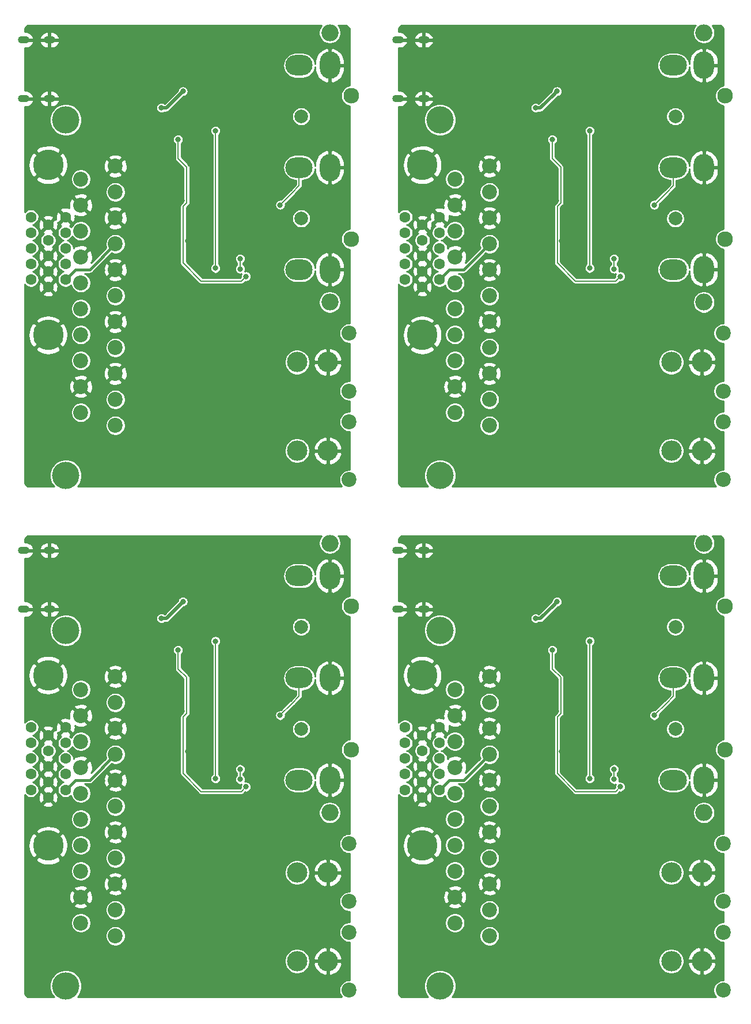
<source format=gbr>
%TF.GenerationSoftware,KiCad,Pcbnew,(5.1.5)-2*%
%TF.CreationDate,2020-11-02T10:43:00+13:00*%
%TF.ProjectId,output.RGB-to-component-panel,6f757470-7574-42e5-9247-422d746f2d63,rev?*%
%TF.SameCoordinates,Original*%
%TF.FileFunction,Copper,L2,Bot*%
%TF.FilePolarity,Positive*%
%FSLAX46Y46*%
G04 Gerber Fmt 4.6, Leading zero omitted, Abs format (unit mm)*
G04 Created by KiCad (PCBNEW (5.1.5)-2) date 2020-11-02 10:43:00*
%MOMM*%
%LPD*%
G04 APERTURE LIST*
%ADD10O,1.700000X1.100000*%
%ADD11C,4.000000*%
%ADD12C,2.200000*%
%ADD13C,1.600000*%
%ADD14C,4.500000*%
%ADD15O,3.000000X3.000000*%
%ADD16O,4.000000X3.000000*%
%ADD17O,2.500000X2.500000*%
%ADD18O,3.000000X4.000000*%
%ADD19C,2.300000*%
%ADD20C,2.000000*%
%ADD21C,0.800000*%
%ADD22C,0.400000*%
%ADD23C,0.500000*%
%ADD24C,0.200000*%
%ADD25C,0.150000*%
%ADD26C,0.254000*%
G04 APERTURE END LIST*
D10*
X85800000Y-129280000D03*
X85800000Y-137920000D03*
X89600000Y-137920000D03*
X89600000Y-129280000D03*
D11*
X92000000Y-193270000D03*
X92000000Y-141000000D03*
D12*
X94200000Y-184000000D03*
X99280000Y-182095000D03*
X94200000Y-180190000D03*
X99280000Y-178285000D03*
X94200000Y-176380000D03*
X99280000Y-174475000D03*
X94200000Y-172570000D03*
X99280000Y-170665000D03*
X94200000Y-168760000D03*
X99280000Y-166855000D03*
X94200000Y-164950000D03*
X99280000Y-163045000D03*
X94200000Y-149710000D03*
X99280000Y-159235000D03*
X94200000Y-161140000D03*
X99280000Y-155425000D03*
X94200000Y-157330000D03*
X99280000Y-151615000D03*
X94200000Y-153520000D03*
X99280000Y-147805000D03*
X99280000Y-185905000D03*
D13*
X89400000Y-161000000D03*
X89400000Y-158710000D03*
X89400000Y-156420000D03*
X91940000Y-164440000D03*
X91940000Y-162150000D03*
X91940000Y-159860000D03*
X91940000Y-157570000D03*
X91940000Y-155280000D03*
X89400000Y-165580000D03*
X89400000Y-163290000D03*
X86860000Y-164440000D03*
X86860000Y-162150000D03*
X86860000Y-159860000D03*
X86860000Y-157570000D03*
X86860000Y-155280000D03*
D14*
X89400000Y-172620000D03*
X89400000Y-147620000D03*
D15*
X126000000Y-189620000D03*
X130500000Y-189620000D03*
D12*
X133650000Y-193870000D03*
X133650000Y-185370000D03*
D15*
X126000000Y-176600000D03*
X130500000Y-176600000D03*
D12*
X133650000Y-180850000D03*
X133650000Y-172350000D03*
D13*
X34400000Y-161000000D03*
X34400000Y-158710000D03*
X34400000Y-156420000D03*
X36940000Y-164440000D03*
X36940000Y-162150000D03*
X36940000Y-159860000D03*
X36940000Y-157570000D03*
X36940000Y-155280000D03*
X34400000Y-165580000D03*
X34400000Y-163290000D03*
X31860000Y-164440000D03*
X31860000Y-162150000D03*
X31860000Y-159860000D03*
X31860000Y-157570000D03*
X31860000Y-155280000D03*
D14*
X34400000Y-172620000D03*
X34400000Y-147620000D03*
D16*
X126300000Y-148000000D03*
D17*
X130800000Y-167800000D03*
X130800000Y-128200000D03*
D18*
X130800000Y-133000000D03*
X130800000Y-148000000D03*
X130800000Y-163000000D03*
D16*
X126300000Y-163000000D03*
X126300000Y-133000000D03*
D19*
X133944520Y-137466620D03*
X133944520Y-158533380D03*
D20*
X126600000Y-155500000D03*
X126600000Y-140500000D03*
D11*
X37000000Y-193270000D03*
X37000000Y-141000000D03*
D12*
X39200000Y-184000000D03*
X44280000Y-182095000D03*
X39200000Y-180190000D03*
X44280000Y-178285000D03*
X39200000Y-176380000D03*
X44280000Y-174475000D03*
X39200000Y-172570000D03*
X44280000Y-170665000D03*
X39200000Y-168760000D03*
X44280000Y-166855000D03*
X39200000Y-164950000D03*
X44280000Y-163045000D03*
X39200000Y-149710000D03*
X44280000Y-159235000D03*
X39200000Y-161140000D03*
X44280000Y-155425000D03*
X39200000Y-157330000D03*
X44280000Y-151615000D03*
X39200000Y-153520000D03*
X44280000Y-147805000D03*
X44280000Y-185905000D03*
D10*
X30800000Y-129280000D03*
X30800000Y-137920000D03*
X34600000Y-137920000D03*
X34600000Y-129280000D03*
D15*
X71000000Y-176600000D03*
X75500000Y-176600000D03*
D12*
X78650000Y-180850000D03*
X78650000Y-172350000D03*
D15*
X71000000Y-189620000D03*
X75500000Y-189620000D03*
D12*
X78650000Y-193870000D03*
X78650000Y-185370000D03*
D16*
X71300000Y-148000000D03*
D17*
X75800000Y-167800000D03*
X75800000Y-128200000D03*
D18*
X75800000Y-133000000D03*
X75800000Y-148000000D03*
X75800000Y-163000000D03*
D16*
X71300000Y-163000000D03*
X71300000Y-133000000D03*
D19*
X78944520Y-137466620D03*
X78944520Y-158533380D03*
D20*
X71600000Y-155500000D03*
X71600000Y-140500000D03*
X71600000Y-65500000D03*
X71600000Y-80500000D03*
D19*
X78944520Y-83533380D03*
X78944520Y-62466620D03*
D16*
X71300000Y-58000000D03*
X71300000Y-88000000D03*
D18*
X75800000Y-88000000D03*
X75800000Y-73000000D03*
X75800000Y-58000000D03*
D17*
X75800000Y-53200000D03*
X75800000Y-92800000D03*
D16*
X71300000Y-73000000D03*
D12*
X78650000Y-97350000D03*
X78650000Y-105850000D03*
D15*
X75500000Y-101600000D03*
X71000000Y-101600000D03*
D12*
X78650000Y-110370000D03*
X78650000Y-118870000D03*
D15*
X75500000Y-114620000D03*
X71000000Y-114620000D03*
D14*
X34400000Y-72620000D03*
X34400000Y-97620000D03*
D13*
X31860000Y-80280000D03*
X31860000Y-82570000D03*
X31860000Y-84860000D03*
X31860000Y-87150000D03*
X31860000Y-89440000D03*
X34400000Y-88290000D03*
X34400000Y-90580000D03*
X36940000Y-80280000D03*
X36940000Y-82570000D03*
X36940000Y-84860000D03*
X36940000Y-87150000D03*
X36940000Y-89440000D03*
X34400000Y-81420000D03*
X34400000Y-83710000D03*
X34400000Y-86000000D03*
D12*
X44280000Y-110905000D03*
X44280000Y-72805000D03*
X39200000Y-78520000D03*
X44280000Y-76615000D03*
X39200000Y-82330000D03*
X44280000Y-80425000D03*
X39200000Y-86140000D03*
X44280000Y-84235000D03*
X39200000Y-74710000D03*
X44280000Y-88045000D03*
X39200000Y-89950000D03*
X44280000Y-91855000D03*
X39200000Y-93760000D03*
X44280000Y-95665000D03*
X39200000Y-97570000D03*
X44280000Y-99475000D03*
X39200000Y-101380000D03*
X44280000Y-103285000D03*
X39200000Y-105190000D03*
X44280000Y-107095000D03*
X39200000Y-109000000D03*
D11*
X37000000Y-66000000D03*
X37000000Y-118270000D03*
D10*
X34600000Y-54280000D03*
X34600000Y-62920000D03*
X30800000Y-62920000D03*
X30800000Y-54280000D03*
D20*
X126600000Y-65500000D03*
X126600000Y-80500000D03*
D19*
X133944520Y-83533380D03*
X133944520Y-62466620D03*
D16*
X126300000Y-58000000D03*
X126300000Y-88000000D03*
D18*
X130800000Y-88000000D03*
X130800000Y-73000000D03*
X130800000Y-58000000D03*
D17*
X130800000Y-53200000D03*
X130800000Y-92800000D03*
D16*
X126300000Y-73000000D03*
D12*
X133650000Y-97350000D03*
X133650000Y-105850000D03*
D15*
X130500000Y-101600000D03*
X126000000Y-101600000D03*
D12*
X133650000Y-110370000D03*
X133650000Y-118870000D03*
D15*
X130500000Y-114620000D03*
X126000000Y-114620000D03*
D14*
X89400000Y-72620000D03*
X89400000Y-97620000D03*
D13*
X86860000Y-80280000D03*
X86860000Y-82570000D03*
X86860000Y-84860000D03*
X86860000Y-87150000D03*
X86860000Y-89440000D03*
X89400000Y-88290000D03*
X89400000Y-90580000D03*
X91940000Y-80280000D03*
X91940000Y-82570000D03*
X91940000Y-84860000D03*
X91940000Y-87150000D03*
X91940000Y-89440000D03*
X89400000Y-81420000D03*
X89400000Y-83710000D03*
X89400000Y-86000000D03*
D12*
X99280000Y-110905000D03*
X99280000Y-72805000D03*
X94200000Y-78520000D03*
X99280000Y-76615000D03*
X94200000Y-82330000D03*
X99280000Y-80425000D03*
X94200000Y-86140000D03*
X99280000Y-84235000D03*
X94200000Y-74710000D03*
X99280000Y-88045000D03*
X94200000Y-89950000D03*
X99280000Y-91855000D03*
X94200000Y-93760000D03*
X99280000Y-95665000D03*
X94200000Y-97570000D03*
X99280000Y-99475000D03*
X94200000Y-101380000D03*
X99280000Y-103285000D03*
X94200000Y-105190000D03*
X99280000Y-107095000D03*
X94200000Y-109000000D03*
D11*
X92000000Y-66000000D03*
X92000000Y-118270000D03*
D10*
X89600000Y-54280000D03*
X89600000Y-62920000D03*
X85800000Y-62920000D03*
X85800000Y-54280000D03*
D21*
X69200000Y-86100000D03*
X69200000Y-161100000D03*
X51053970Y-139246029D03*
X54212500Y-136812500D03*
X109212500Y-136812500D03*
X106053970Y-139246029D03*
X60600000Y-165600000D03*
X56200000Y-145600000D03*
X56100000Y-140200000D03*
X57200000Y-158000000D03*
X61800000Y-148800000D03*
X58200000Y-144900000D03*
X63700000Y-160200000D03*
X54100000Y-152900000D03*
X55300000Y-147500000D03*
X54000000Y-150000000D03*
X52700000Y-147100000D03*
X54400000Y-145500000D03*
X54900000Y-158800000D03*
X58100000Y-146800000D03*
X52300000Y-157300000D03*
X52400000Y-154300000D03*
X55600000Y-149800000D03*
X57000000Y-163000000D03*
X55400000Y-164900000D03*
X55600000Y-160900000D03*
X58000000Y-140200000D03*
X59800000Y-152200000D03*
X67500000Y-162500000D03*
X67300000Y-143400000D03*
X47700000Y-148500000D03*
X52100000Y-161900000D03*
X63700000Y-167500000D03*
X50700000Y-148200000D03*
X66200000Y-160600000D03*
X50200000Y-159400000D03*
X61800000Y-166500000D03*
X61700000Y-155400000D03*
X50800000Y-144000000D03*
X64600000Y-142800000D03*
X62700000Y-153300000D03*
X50600000Y-151800000D03*
X68200000Y-164900000D03*
X60600000Y-141500000D03*
X60600000Y-163700000D03*
X93500000Y-186400000D03*
X101200000Y-172600000D03*
X106200000Y-171700000D03*
X101200000Y-165400000D03*
X121100000Y-186200000D03*
X125100000Y-186900000D03*
X128400000Y-180800000D03*
X105800000Y-176000000D03*
X104000000Y-165800000D03*
X101100000Y-188100000D03*
X120100000Y-191000000D03*
X108300000Y-190600000D03*
X124400000Y-193300000D03*
X109400000Y-194500000D03*
X124800000Y-181000000D03*
X117400000Y-188300000D03*
X108400000Y-187900000D03*
X105600000Y-164400000D03*
X94700000Y-191900000D03*
X96400000Y-189000000D03*
X119400000Y-193200000D03*
X90500000Y-187200000D03*
X90300000Y-179800000D03*
X97200000Y-134500000D03*
X89100000Y-143500000D03*
X97400000Y-163100000D03*
X107000000Y-135700000D03*
X102600000Y-131400000D03*
X98000000Y-168800000D03*
X94100000Y-137900000D03*
X94600000Y-130500000D03*
X113800000Y-130000000D03*
X97000000Y-184400000D03*
X101300000Y-138400000D03*
X93500000Y-159100000D03*
X91300000Y-136900000D03*
X102800000Y-133500000D03*
X95700000Y-170600000D03*
X92600000Y-165900000D03*
X118100000Y-129900000D03*
X92900000Y-128200000D03*
X101200000Y-128100000D03*
X101000000Y-130200000D03*
X87600000Y-140600000D03*
X97000000Y-143800000D03*
X116800000Y-148800000D03*
X113000000Y-134500000D03*
X108600000Y-163200000D03*
X113200000Y-155600000D03*
X113100000Y-146800000D03*
X112200000Y-158000000D03*
X114800000Y-150200000D03*
X109000000Y-150000000D03*
X110600000Y-149800000D03*
X107700000Y-147100000D03*
X109400000Y-145500000D03*
X112600000Y-136800000D03*
X109100000Y-152900000D03*
X111200000Y-145600000D03*
X115600000Y-160400000D03*
X109900000Y-158800000D03*
X113200000Y-144900000D03*
X112200000Y-154000000D03*
X114800000Y-155600000D03*
X118700000Y-160200000D03*
X110300000Y-147500000D03*
X112100000Y-176700000D03*
X59800000Y-150200000D03*
X59800000Y-155600000D03*
X58200000Y-155600000D03*
X65400000Y-152700000D03*
X73400000Y-180800000D03*
X43000000Y-168800000D03*
X35500000Y-187200000D03*
X38500000Y-186400000D03*
X37600000Y-165900000D03*
X70100000Y-186900000D03*
X42000000Y-184400000D03*
X53300000Y-190600000D03*
X62400000Y-188300000D03*
X38055027Y-174554594D03*
X66100000Y-186200000D03*
X40700000Y-170600000D03*
X57700000Y-166700000D03*
X42400000Y-163100000D03*
X50600000Y-164400000D03*
X46200000Y-190900000D03*
X65100000Y-191000000D03*
X37600000Y-170700000D03*
X42300000Y-175900000D03*
X54400000Y-194500000D03*
X46100000Y-188100000D03*
X41400000Y-189000000D03*
X64400000Y-193200000D03*
X39700000Y-191900000D03*
X34100000Y-143500000D03*
X32600000Y-140600000D03*
X46300000Y-138400000D03*
X47600000Y-144000000D03*
X46500000Y-193700000D03*
X50800000Y-176000000D03*
X69800000Y-181000000D03*
X35300000Y-179800000D03*
X42900000Y-173100000D03*
X46200000Y-172600000D03*
X69400000Y-193300000D03*
X53400000Y-187900000D03*
X39100000Y-137900000D03*
X42000000Y-143800000D03*
X51600000Y-140600000D03*
X52000000Y-135700000D03*
X36300000Y-136900000D03*
X47800000Y-133500000D03*
X38500000Y-159100000D03*
X46200000Y-165400000D03*
X47600000Y-131400000D03*
X42200000Y-134500000D03*
X41800000Y-166700000D03*
X49000000Y-165800000D03*
X51200000Y-171700000D03*
X60600000Y-160400000D03*
X57200000Y-154000000D03*
X57100000Y-176700000D03*
X39600000Y-130500000D03*
X46000000Y-130200000D03*
X58800000Y-130000000D03*
X37900000Y-128200000D03*
X63100000Y-129900000D03*
X46200000Y-128100000D03*
X58000000Y-134500000D03*
X53600000Y-163200000D03*
X57600000Y-136800000D03*
X92600000Y-170700000D03*
X93055027Y-174554594D03*
X97900000Y-173100000D03*
X112700000Y-166700000D03*
X119600000Y-142800000D03*
X110600000Y-160900000D03*
X122300000Y-143400000D03*
X107100000Y-161900000D03*
X105200000Y-159400000D03*
X105700000Y-148200000D03*
X102700000Y-148500000D03*
X116700000Y-155400000D03*
X121200000Y-160600000D03*
X116800000Y-166500000D03*
X110400000Y-164900000D03*
X105600000Y-151800000D03*
X107300000Y-157300000D03*
X112000000Y-163000000D03*
X107400000Y-154300000D03*
X115600000Y-163700000D03*
X115600000Y-165600000D03*
X115600000Y-141500000D03*
X124200000Y-161100000D03*
X123200000Y-164900000D03*
X118700000Y-167500000D03*
X114800000Y-152200000D03*
X117700000Y-153300000D03*
X105800000Y-144000000D03*
X106600000Y-140600000D03*
X111100000Y-140200000D03*
X113000000Y-140200000D03*
X96800000Y-166700000D03*
X97300000Y-175900000D03*
X63500000Y-164000000D03*
X53500000Y-143900000D03*
X108500000Y-143900000D03*
X118500000Y-164000000D03*
X120400000Y-152700000D03*
X102600000Y-144000000D03*
X122500000Y-162500000D03*
X101200000Y-190900000D03*
X101500000Y-193700000D03*
X68500000Y-153500000D03*
X123500000Y-153500000D03*
X59000000Y-162800000D03*
X59000000Y-142600000D03*
X114000000Y-142600000D03*
X114000000Y-162800000D03*
X62600000Y-162900000D03*
X62600000Y-161400000D03*
X117600000Y-161400000D03*
X117600000Y-162900000D03*
X54212500Y-61812500D03*
X51053970Y-64246029D03*
X109212500Y-61812500D03*
X106053970Y-64246029D03*
X37600000Y-95700000D03*
X38055027Y-99554594D03*
X42300000Y-100900000D03*
X42900000Y-98100000D03*
X57700000Y-91700000D03*
X50800000Y-101000000D03*
X49000000Y-90800000D03*
X46200000Y-97600000D03*
X46200000Y-90400000D03*
X51200000Y-96700000D03*
X50600000Y-89400000D03*
X41400000Y-114000000D03*
X46100000Y-113100000D03*
X46200000Y-115900000D03*
X53400000Y-112900000D03*
X53300000Y-115600000D03*
X65100000Y-116000000D03*
X62400000Y-113300000D03*
X66100000Y-111200000D03*
X70100000Y-111900000D03*
X69800000Y-106000000D03*
X73400000Y-105800000D03*
X69400000Y-118300000D03*
X64400000Y-118200000D03*
X54400000Y-119500000D03*
X46500000Y-118700000D03*
X39700000Y-116900000D03*
X35500000Y-112200000D03*
X38500000Y-111400000D03*
X35300000Y-104800000D03*
X42000000Y-109400000D03*
X41800000Y-91700000D03*
X40700000Y-95600000D03*
X42400000Y-88100000D03*
X43000000Y-93800000D03*
X37600000Y-90900000D03*
X38500000Y-84100000D03*
X34100000Y-68500000D03*
X32600000Y-65600000D03*
X36300000Y-61900000D03*
X39100000Y-62900000D03*
X42200000Y-59500000D03*
X46300000Y-63400000D03*
X47600000Y-69000000D03*
X42000000Y-68800000D03*
X51600000Y-65600000D03*
X52000000Y-60700000D03*
X47800000Y-58500000D03*
X47600000Y-56400000D03*
X58800000Y-55000000D03*
X63100000Y-54900000D03*
X37900000Y-53200000D03*
X39600000Y-55500000D03*
X46200000Y-53100000D03*
X46000000Y-55200000D03*
X57600000Y-61800000D03*
X58000000Y-59500000D03*
X57100000Y-101700000D03*
X53600000Y-88200000D03*
X60600000Y-85400000D03*
X57200000Y-79000000D03*
X59800000Y-75200000D03*
X59800000Y-80600000D03*
X58200000Y-80600000D03*
X65400000Y-77700000D03*
X61800000Y-73800000D03*
X58200000Y-69900000D03*
X58100000Y-71800000D03*
X57200000Y-83000000D03*
X63700000Y-85200000D03*
X54900000Y-83800000D03*
X54100000Y-77900000D03*
X55300000Y-72500000D03*
X56200000Y-70600000D03*
X56100000Y-65200000D03*
X58000000Y-65200000D03*
X55600000Y-74800000D03*
X54000000Y-75000000D03*
X52700000Y-72100000D03*
X54400000Y-70500000D03*
X55600000Y-85900000D03*
X52300000Y-82300000D03*
X52400000Y-79300000D03*
X57000000Y-88000000D03*
X55400000Y-89900000D03*
X60600000Y-88700000D03*
X60600000Y-90600000D03*
X52100000Y-86900000D03*
X50200000Y-84400000D03*
X50700000Y-73200000D03*
X50600000Y-76800000D03*
X47700000Y-73500000D03*
X60600000Y-66500000D03*
X64600000Y-67800000D03*
X67300000Y-68400000D03*
X61700000Y-80400000D03*
X62700000Y-78300000D03*
X66200000Y-85600000D03*
X67500000Y-87500000D03*
X68200000Y-89900000D03*
X63700000Y-92500000D03*
X61800000Y-91500000D03*
X59800000Y-77200000D03*
X50800000Y-69000000D03*
X92600000Y-95700000D03*
X93055027Y-99554594D03*
X97900000Y-98100000D03*
X112700000Y-91700000D03*
X105800000Y-101000000D03*
X104000000Y-90800000D03*
X101200000Y-97600000D03*
X101200000Y-90400000D03*
X106200000Y-96700000D03*
X105600000Y-89400000D03*
X96400000Y-114000000D03*
X101100000Y-113100000D03*
X108400000Y-112900000D03*
X108300000Y-115600000D03*
X120100000Y-116000000D03*
X117400000Y-113300000D03*
X121100000Y-111200000D03*
X125100000Y-111900000D03*
X124800000Y-106000000D03*
X128400000Y-105800000D03*
X124400000Y-118300000D03*
X119400000Y-118200000D03*
X109400000Y-119500000D03*
X94700000Y-116900000D03*
X90500000Y-112200000D03*
X93500000Y-111400000D03*
X90300000Y-104800000D03*
X97000000Y-109400000D03*
X95700000Y-95600000D03*
X97400000Y-88100000D03*
X98000000Y-93800000D03*
X92600000Y-90900000D03*
X93500000Y-84100000D03*
X89100000Y-68500000D03*
X87600000Y-65600000D03*
X91300000Y-61900000D03*
X94100000Y-62900000D03*
X97200000Y-59500000D03*
X101300000Y-63400000D03*
X97000000Y-68800000D03*
X107000000Y-60700000D03*
X102800000Y-58500000D03*
X102600000Y-56400000D03*
X113800000Y-55000000D03*
X118100000Y-54900000D03*
X92900000Y-53200000D03*
X94600000Y-55500000D03*
X101200000Y-53100000D03*
X101000000Y-55200000D03*
X112600000Y-61800000D03*
X113000000Y-59500000D03*
X112100000Y-101700000D03*
X108600000Y-88200000D03*
X115600000Y-85400000D03*
X112200000Y-79000000D03*
X114800000Y-75200000D03*
X114800000Y-80600000D03*
X113200000Y-80600000D03*
X116800000Y-73800000D03*
X113200000Y-69900000D03*
X113100000Y-71800000D03*
X112200000Y-83000000D03*
X118700000Y-85200000D03*
X109900000Y-83800000D03*
X109100000Y-77900000D03*
X110300000Y-72500000D03*
X111200000Y-70600000D03*
X110600000Y-74800000D03*
X109000000Y-75000000D03*
X107700000Y-72100000D03*
X109400000Y-70500000D03*
X110600000Y-85900000D03*
X107300000Y-82300000D03*
X107400000Y-79300000D03*
X112000000Y-88000000D03*
X110400000Y-89900000D03*
X115600000Y-88700000D03*
X115600000Y-90600000D03*
X107100000Y-86900000D03*
X105200000Y-84400000D03*
X105700000Y-73200000D03*
X105600000Y-76800000D03*
X102700000Y-73500000D03*
X115600000Y-66500000D03*
X119600000Y-67800000D03*
X122300000Y-68400000D03*
X116700000Y-80400000D03*
X117700000Y-78300000D03*
X121200000Y-85600000D03*
X124200000Y-86100000D03*
X123200000Y-89900000D03*
X118700000Y-92500000D03*
X116800000Y-91500000D03*
X114800000Y-77200000D03*
X105800000Y-69000000D03*
X106600000Y-65600000D03*
X111100000Y-65200000D03*
X113000000Y-65200000D03*
X96800000Y-91700000D03*
X97300000Y-100900000D03*
X63500000Y-89000000D03*
X53500000Y-68900000D03*
X118500000Y-89000000D03*
X108500000Y-68900000D03*
X120400000Y-77700000D03*
X102600000Y-69000000D03*
X122500000Y-87500000D03*
X101200000Y-115900000D03*
X101500000Y-118700000D03*
X68500000Y-78500000D03*
X123500000Y-78500000D03*
X59000000Y-87800000D03*
X59000000Y-67600000D03*
X114000000Y-87800000D03*
X114000000Y-67600000D03*
X62600000Y-87900000D03*
X62600000Y-86400000D03*
X117600000Y-87900000D03*
X117600000Y-86400000D03*
D22*
X40515000Y-163000000D02*
X44280000Y-159235000D01*
X38380000Y-163000000D02*
X40515000Y-163000000D01*
X36940000Y-164440000D02*
X38380000Y-163000000D01*
X93380000Y-163000000D02*
X95515000Y-163000000D01*
X91940000Y-164440000D02*
X93380000Y-163000000D01*
X95515000Y-163000000D02*
X99280000Y-159235000D01*
D23*
X51778971Y-139246029D02*
X53812501Y-137212499D01*
X51053970Y-139246029D02*
X51778971Y-139246029D01*
X53812501Y-137212499D02*
X54212500Y-136812500D01*
X106778971Y-139246029D02*
X108812501Y-137212499D01*
X108812501Y-137212499D02*
X109212500Y-136812500D01*
X106053970Y-139246029D02*
X106778971Y-139246029D01*
D24*
X53500000Y-146662002D02*
X53500000Y-143900000D01*
X63500000Y-164000000D02*
X62800000Y-164700000D01*
X54750001Y-147912003D02*
X53500000Y-146662002D01*
X54249999Y-153712003D02*
X54750001Y-153212001D01*
X56900000Y-164700000D02*
X54249999Y-162049999D01*
X54750001Y-153212001D02*
X54750001Y-147912003D01*
X54249999Y-162049999D02*
X54249999Y-153712003D01*
X62800000Y-164700000D02*
X56900000Y-164700000D01*
X109750001Y-147912003D02*
X108500000Y-146662002D01*
X118500000Y-164000000D02*
X117800000Y-164700000D01*
X109750001Y-153212001D02*
X109750001Y-147912003D01*
X108500000Y-146662002D02*
X108500000Y-143900000D01*
X111900000Y-164700000D02*
X109249999Y-162049999D01*
X109249999Y-153712003D02*
X109750001Y-153212001D01*
X109249999Y-162049999D02*
X109249999Y-153712003D01*
X117800000Y-164700000D02*
X111900000Y-164700000D01*
X123500000Y-153500000D02*
X125250000Y-151750000D01*
D25*
X126300000Y-150700000D02*
X126300000Y-148000000D01*
X125250000Y-151750000D02*
X126300000Y-150700000D01*
D24*
X68500000Y-153500000D02*
X70250000Y-151750000D01*
D25*
X71300000Y-150700000D02*
X71300000Y-148000000D01*
X70250000Y-151750000D02*
X71300000Y-150700000D01*
D24*
X59000000Y-162234315D02*
X59000000Y-142600000D01*
X114000000Y-162800000D02*
X114000000Y-162234315D01*
X114000000Y-162234315D02*
X114000000Y-142600000D01*
X59000000Y-162800000D02*
X59000000Y-162234315D01*
X62600000Y-162900000D02*
X62600000Y-161400000D01*
X117600000Y-162900000D02*
X117600000Y-161400000D01*
D22*
X40515000Y-88000000D02*
X44280000Y-84235000D01*
X36940000Y-89440000D02*
X38380000Y-88000000D01*
X38380000Y-88000000D02*
X40515000Y-88000000D01*
X95515000Y-88000000D02*
X99280000Y-84235000D01*
X91940000Y-89440000D02*
X93380000Y-88000000D01*
X93380000Y-88000000D02*
X95515000Y-88000000D01*
D23*
X51778971Y-64246029D02*
X53812501Y-62212499D01*
X53812501Y-62212499D02*
X54212500Y-61812500D01*
X51053970Y-64246029D02*
X51778971Y-64246029D01*
X106778971Y-64246029D02*
X108812501Y-62212499D01*
X108812501Y-62212499D02*
X109212500Y-61812500D01*
X106053970Y-64246029D02*
X106778971Y-64246029D01*
D24*
X63500000Y-89000000D02*
X62800000Y-89700000D01*
X62800000Y-89700000D02*
X56900000Y-89700000D01*
X54750001Y-72912003D02*
X53500000Y-71662002D01*
X54750001Y-78212001D02*
X54750001Y-72912003D01*
X54249999Y-78712003D02*
X54750001Y-78212001D01*
X56900000Y-89700000D02*
X54249999Y-87049999D01*
X54249999Y-87049999D02*
X54249999Y-78712003D01*
X53500000Y-71662002D02*
X53500000Y-68900000D01*
X118500000Y-89000000D02*
X117800000Y-89700000D01*
X117800000Y-89700000D02*
X111900000Y-89700000D01*
X109750001Y-72912003D02*
X108500000Y-71662002D01*
X109750001Y-78212001D02*
X109750001Y-72912003D01*
X109249999Y-78712003D02*
X109750001Y-78212001D01*
X111900000Y-89700000D02*
X109249999Y-87049999D01*
X109249999Y-87049999D02*
X109249999Y-78712003D01*
X108500000Y-71662002D02*
X108500000Y-68900000D01*
X68500000Y-78500000D02*
X70250000Y-76750000D01*
D25*
X71300000Y-75700000D02*
X71300000Y-73000000D01*
X70250000Y-76750000D02*
X71300000Y-75700000D01*
D24*
X123500000Y-78500000D02*
X125250000Y-76750000D01*
D25*
X126300000Y-75700000D02*
X126300000Y-73000000D01*
X125250000Y-76750000D02*
X126300000Y-75700000D01*
D24*
X59000000Y-87800000D02*
X59000000Y-87234315D01*
X59000000Y-87234315D02*
X59000000Y-67600000D01*
X114000000Y-87800000D02*
X114000000Y-87234315D01*
X114000000Y-87234315D02*
X114000000Y-67600000D01*
X62600000Y-87900000D02*
X62600000Y-86400000D01*
X117600000Y-87900000D02*
X117600000Y-86400000D01*
D26*
G36*
X74536227Y-52162848D02*
G01*
X74358172Y-52429327D01*
X74235525Y-52725422D01*
X74173000Y-53039755D01*
X74173000Y-53360245D01*
X74235525Y-53674578D01*
X74358172Y-53970673D01*
X74536227Y-54237152D01*
X74762848Y-54463773D01*
X75029327Y-54641828D01*
X75325422Y-54764475D01*
X75639755Y-54827000D01*
X75960245Y-54827000D01*
X76274578Y-54764475D01*
X76570673Y-54641828D01*
X76837152Y-54463773D01*
X77063773Y-54237152D01*
X77241828Y-53970673D01*
X77364475Y-53674578D01*
X77427000Y-53360245D01*
X77427000Y-53039755D01*
X77364475Y-52725422D01*
X77241828Y-52429327D01*
X77063773Y-52162848D01*
X77027925Y-52127000D01*
X78247394Y-52127000D01*
X78673000Y-52552606D01*
X78673000Y-60963713D01*
X78499110Y-60998301D01*
X78221214Y-61113410D01*
X77971114Y-61280521D01*
X77758421Y-61493214D01*
X77591310Y-61743314D01*
X77476201Y-62021210D01*
X77417520Y-62316224D01*
X77417520Y-62617016D01*
X77476201Y-62912030D01*
X77591310Y-63189926D01*
X77758421Y-63440026D01*
X77971114Y-63652719D01*
X78221214Y-63819830D01*
X78499110Y-63934939D01*
X78673000Y-63969527D01*
X78673000Y-82030473D01*
X78499110Y-82065061D01*
X78221214Y-82180170D01*
X77971114Y-82347281D01*
X77758421Y-82559974D01*
X77591310Y-82810074D01*
X77476201Y-83087970D01*
X77417520Y-83382984D01*
X77417520Y-83683776D01*
X77476201Y-83978790D01*
X77591310Y-84256686D01*
X77758421Y-84506786D01*
X77971114Y-84719479D01*
X78221214Y-84886590D01*
X78499110Y-85001699D01*
X78673000Y-85036287D01*
X78673000Y-95873000D01*
X78504528Y-95873000D01*
X78219175Y-95929760D01*
X77950378Y-96041099D01*
X77708467Y-96202739D01*
X77502739Y-96408467D01*
X77341099Y-96650378D01*
X77229760Y-96919175D01*
X77173000Y-97204528D01*
X77173000Y-97495472D01*
X77229760Y-97780825D01*
X77341099Y-98049622D01*
X77502739Y-98291533D01*
X77708467Y-98497261D01*
X77950378Y-98658901D01*
X78219175Y-98770240D01*
X78504528Y-98827000D01*
X78673000Y-98827000D01*
X78673000Y-104373000D01*
X78504528Y-104373000D01*
X78219175Y-104429760D01*
X77950378Y-104541099D01*
X77708467Y-104702739D01*
X77502739Y-104908467D01*
X77341099Y-105150378D01*
X77229760Y-105419175D01*
X77173000Y-105704528D01*
X77173000Y-105995472D01*
X77229760Y-106280825D01*
X77341099Y-106549622D01*
X77502739Y-106791533D01*
X77708467Y-106997261D01*
X77950378Y-107158901D01*
X78219175Y-107270240D01*
X78504528Y-107327000D01*
X78673000Y-107327000D01*
X78673000Y-108893000D01*
X78504528Y-108893000D01*
X78219175Y-108949760D01*
X77950378Y-109061099D01*
X77708467Y-109222739D01*
X77502739Y-109428467D01*
X77341099Y-109670378D01*
X77229760Y-109939175D01*
X77173000Y-110224528D01*
X77173000Y-110515472D01*
X77229760Y-110800825D01*
X77341099Y-111069622D01*
X77502739Y-111311533D01*
X77708467Y-111517261D01*
X77950378Y-111678901D01*
X78219175Y-111790240D01*
X78504528Y-111847000D01*
X78673000Y-111847000D01*
X78673000Y-117393000D01*
X78504528Y-117393000D01*
X78219175Y-117449760D01*
X77950378Y-117561099D01*
X77708467Y-117722739D01*
X77502739Y-117928467D01*
X77341099Y-118170378D01*
X77229760Y-118439175D01*
X77173000Y-118724528D01*
X77173000Y-119015472D01*
X77229760Y-119300825D01*
X77341099Y-119569622D01*
X77502739Y-119811533D01*
X77564206Y-119873000D01*
X38758585Y-119873000D01*
X38846336Y-119785249D01*
X39106470Y-119395932D01*
X39285653Y-118963345D01*
X39377000Y-118504114D01*
X39377000Y-118035886D01*
X39285653Y-117576655D01*
X39106470Y-117144068D01*
X38846336Y-116754751D01*
X38515249Y-116423664D01*
X38125932Y-116163530D01*
X37693345Y-115984347D01*
X37234114Y-115893000D01*
X36765886Y-115893000D01*
X36306655Y-115984347D01*
X35874068Y-116163530D01*
X35484751Y-116423664D01*
X35153664Y-116754751D01*
X34893530Y-117144068D01*
X34714347Y-117576655D01*
X34623000Y-118035886D01*
X34623000Y-118504114D01*
X34714347Y-118963345D01*
X34893530Y-119395932D01*
X35153664Y-119785249D01*
X35241415Y-119873000D01*
X31352606Y-119873000D01*
X30927000Y-119447394D01*
X30927000Y-114435132D01*
X69123000Y-114435132D01*
X69123000Y-114804868D01*
X69195132Y-115167501D01*
X69336624Y-115509093D01*
X69542039Y-115816518D01*
X69803482Y-116077961D01*
X70110907Y-116283376D01*
X70452499Y-116424868D01*
X70815132Y-116497000D01*
X71184868Y-116497000D01*
X71547501Y-116424868D01*
X71889093Y-116283376D01*
X72196518Y-116077961D01*
X72457961Y-115816518D01*
X72663376Y-115509093D01*
X72804868Y-115167501D01*
X72822505Y-115078833D01*
X73414883Y-115078833D01*
X73544462Y-115476803D01*
X73749191Y-115841846D01*
X74021203Y-116159934D01*
X74350044Y-116418844D01*
X74723077Y-116608625D01*
X75041167Y-116705113D01*
X75373000Y-116592165D01*
X75373000Y-114747000D01*
X75627000Y-114747000D01*
X75627000Y-116592165D01*
X75958833Y-116705113D01*
X76276923Y-116608625D01*
X76649956Y-116418844D01*
X76978797Y-116159934D01*
X77250809Y-115841846D01*
X77455538Y-115476803D01*
X77585117Y-115078833D01*
X77472473Y-114747000D01*
X75627000Y-114747000D01*
X75373000Y-114747000D01*
X73527527Y-114747000D01*
X73414883Y-115078833D01*
X72822505Y-115078833D01*
X72877000Y-114804868D01*
X72877000Y-114435132D01*
X72822506Y-114161167D01*
X73414883Y-114161167D01*
X73527527Y-114493000D01*
X75373000Y-114493000D01*
X75373000Y-112647835D01*
X75627000Y-112647835D01*
X75627000Y-114493000D01*
X77472473Y-114493000D01*
X77585117Y-114161167D01*
X77455538Y-113763197D01*
X77250809Y-113398154D01*
X76978797Y-113080066D01*
X76649956Y-112821156D01*
X76276923Y-112631375D01*
X75958833Y-112534887D01*
X75627000Y-112647835D01*
X75373000Y-112647835D01*
X75041167Y-112534887D01*
X74723077Y-112631375D01*
X74350044Y-112821156D01*
X74021203Y-113080066D01*
X73749191Y-113398154D01*
X73544462Y-113763197D01*
X73414883Y-114161167D01*
X72822506Y-114161167D01*
X72804868Y-114072499D01*
X72663376Y-113730907D01*
X72457961Y-113423482D01*
X72196518Y-113162039D01*
X71889093Y-112956624D01*
X71547501Y-112815132D01*
X71184868Y-112743000D01*
X70815132Y-112743000D01*
X70452499Y-112815132D01*
X70110907Y-112956624D01*
X69803482Y-113162039D01*
X69542039Y-113423482D01*
X69336624Y-113730907D01*
X69195132Y-114072499D01*
X69123000Y-114435132D01*
X30927000Y-114435132D01*
X30927000Y-110759528D01*
X42803000Y-110759528D01*
X42803000Y-111050472D01*
X42859760Y-111335825D01*
X42971099Y-111604622D01*
X43132739Y-111846533D01*
X43338467Y-112052261D01*
X43580378Y-112213901D01*
X43849175Y-112325240D01*
X44134528Y-112382000D01*
X44425472Y-112382000D01*
X44710825Y-112325240D01*
X44979622Y-112213901D01*
X45221533Y-112052261D01*
X45427261Y-111846533D01*
X45588901Y-111604622D01*
X45700240Y-111335825D01*
X45757000Y-111050472D01*
X45757000Y-110759528D01*
X45700240Y-110474175D01*
X45588901Y-110205378D01*
X45427261Y-109963467D01*
X45221533Y-109757739D01*
X44979622Y-109596099D01*
X44710825Y-109484760D01*
X44425472Y-109428000D01*
X44134528Y-109428000D01*
X43849175Y-109484760D01*
X43580378Y-109596099D01*
X43338467Y-109757739D01*
X43132739Y-109963467D01*
X42971099Y-110205378D01*
X42859760Y-110474175D01*
X42803000Y-110759528D01*
X30927000Y-110759528D01*
X30927000Y-108854528D01*
X37723000Y-108854528D01*
X37723000Y-109145472D01*
X37779760Y-109430825D01*
X37891099Y-109699622D01*
X38052739Y-109941533D01*
X38258467Y-110147261D01*
X38500378Y-110308901D01*
X38769175Y-110420240D01*
X39054528Y-110477000D01*
X39345472Y-110477000D01*
X39630825Y-110420240D01*
X39899622Y-110308901D01*
X40141533Y-110147261D01*
X40347261Y-109941533D01*
X40508901Y-109699622D01*
X40620240Y-109430825D01*
X40677000Y-109145472D01*
X40677000Y-108854528D01*
X40620240Y-108569175D01*
X40508901Y-108300378D01*
X40347261Y-108058467D01*
X40141533Y-107852739D01*
X39899622Y-107691099D01*
X39630825Y-107579760D01*
X39345472Y-107523000D01*
X39054528Y-107523000D01*
X38769175Y-107579760D01*
X38500378Y-107691099D01*
X38258467Y-107852739D01*
X38052739Y-108058467D01*
X37891099Y-108300378D01*
X37779760Y-108569175D01*
X37723000Y-108854528D01*
X30927000Y-108854528D01*
X30927000Y-106949528D01*
X42803000Y-106949528D01*
X42803000Y-107240472D01*
X42859760Y-107525825D01*
X42971099Y-107794622D01*
X43132739Y-108036533D01*
X43338467Y-108242261D01*
X43580378Y-108403901D01*
X43849175Y-108515240D01*
X44134528Y-108572000D01*
X44425472Y-108572000D01*
X44710825Y-108515240D01*
X44979622Y-108403901D01*
X45221533Y-108242261D01*
X45427261Y-108036533D01*
X45588901Y-107794622D01*
X45700240Y-107525825D01*
X45757000Y-107240472D01*
X45757000Y-106949528D01*
X45700240Y-106664175D01*
X45588901Y-106395378D01*
X45427261Y-106153467D01*
X45221533Y-105947739D01*
X44979622Y-105786099D01*
X44710825Y-105674760D01*
X44425472Y-105618000D01*
X44134528Y-105618000D01*
X43849175Y-105674760D01*
X43580378Y-105786099D01*
X43338467Y-105947739D01*
X43132739Y-106153467D01*
X42971099Y-106395378D01*
X42859760Y-106664175D01*
X42803000Y-106949528D01*
X30927000Y-106949528D01*
X30927000Y-106396712D01*
X38172893Y-106396712D01*
X38280726Y-106671338D01*
X38587384Y-106822216D01*
X38917585Y-106910369D01*
X39258639Y-106932409D01*
X39597439Y-106887489D01*
X39920966Y-106777336D01*
X40119274Y-106671338D01*
X40227107Y-106396712D01*
X39200000Y-105369605D01*
X38172893Y-106396712D01*
X30927000Y-106396712D01*
X30927000Y-105248639D01*
X37457591Y-105248639D01*
X37502511Y-105587439D01*
X37612664Y-105910966D01*
X37718662Y-106109274D01*
X37993288Y-106217107D01*
X39020395Y-105190000D01*
X39379605Y-105190000D01*
X40406712Y-106217107D01*
X40681338Y-106109274D01*
X40832216Y-105802616D01*
X40920369Y-105472415D01*
X40942409Y-105131361D01*
X40897489Y-104792561D01*
X40795058Y-104491712D01*
X43252893Y-104491712D01*
X43360726Y-104766338D01*
X43667384Y-104917216D01*
X43997585Y-105005369D01*
X44338639Y-105027409D01*
X44677439Y-104982489D01*
X45000966Y-104872336D01*
X45199274Y-104766338D01*
X45307107Y-104491712D01*
X44280000Y-103464605D01*
X43252893Y-104491712D01*
X40795058Y-104491712D01*
X40787336Y-104469034D01*
X40681338Y-104270726D01*
X40406712Y-104162893D01*
X39379605Y-105190000D01*
X39020395Y-105190000D01*
X37993288Y-104162893D01*
X37718662Y-104270726D01*
X37567784Y-104577384D01*
X37479631Y-104907585D01*
X37457591Y-105248639D01*
X30927000Y-105248639D01*
X30927000Y-103983288D01*
X38172893Y-103983288D01*
X39200000Y-105010395D01*
X40227107Y-103983288D01*
X40119274Y-103708662D01*
X39812616Y-103557784D01*
X39482415Y-103469631D01*
X39141361Y-103447591D01*
X38802561Y-103492511D01*
X38479034Y-103602664D01*
X38280726Y-103708662D01*
X38172893Y-103983288D01*
X30927000Y-103983288D01*
X30927000Y-103343639D01*
X42537591Y-103343639D01*
X42582511Y-103682439D01*
X42692664Y-104005966D01*
X42798662Y-104204274D01*
X43073288Y-104312107D01*
X44100395Y-103285000D01*
X44459605Y-103285000D01*
X45486712Y-104312107D01*
X45761338Y-104204274D01*
X45912216Y-103897616D01*
X46000369Y-103567415D01*
X46022409Y-103226361D01*
X45977489Y-102887561D01*
X45867336Y-102564034D01*
X45761338Y-102365726D01*
X45486712Y-102257893D01*
X44459605Y-103285000D01*
X44100395Y-103285000D01*
X43073288Y-102257893D01*
X42798662Y-102365726D01*
X42647784Y-102672384D01*
X42559631Y-103002585D01*
X42537591Y-103343639D01*
X30927000Y-103343639D01*
X30927000Y-101234528D01*
X37723000Y-101234528D01*
X37723000Y-101525472D01*
X37779760Y-101810825D01*
X37891099Y-102079622D01*
X38052739Y-102321533D01*
X38258467Y-102527261D01*
X38500378Y-102688901D01*
X38769175Y-102800240D01*
X39054528Y-102857000D01*
X39345472Y-102857000D01*
X39630825Y-102800240D01*
X39899622Y-102688901D01*
X40141533Y-102527261D01*
X40347261Y-102321533D01*
X40508901Y-102079622D01*
X40509453Y-102078288D01*
X43252893Y-102078288D01*
X44280000Y-103105395D01*
X45307107Y-102078288D01*
X45199274Y-101803662D01*
X44892616Y-101652784D01*
X44562415Y-101564631D01*
X44221361Y-101542591D01*
X43882561Y-101587511D01*
X43559034Y-101697664D01*
X43360726Y-101803662D01*
X43252893Y-102078288D01*
X40509453Y-102078288D01*
X40620240Y-101810825D01*
X40677000Y-101525472D01*
X40677000Y-101415132D01*
X69123000Y-101415132D01*
X69123000Y-101784868D01*
X69195132Y-102147501D01*
X69336624Y-102489093D01*
X69542039Y-102796518D01*
X69803482Y-103057961D01*
X70110907Y-103263376D01*
X70452499Y-103404868D01*
X70815132Y-103477000D01*
X71184868Y-103477000D01*
X71547501Y-103404868D01*
X71889093Y-103263376D01*
X72196518Y-103057961D01*
X72457961Y-102796518D01*
X72663376Y-102489093D01*
X72804868Y-102147501D01*
X72822505Y-102058833D01*
X73414883Y-102058833D01*
X73544462Y-102456803D01*
X73749191Y-102821846D01*
X74021203Y-103139934D01*
X74350044Y-103398844D01*
X74723077Y-103588625D01*
X75041167Y-103685113D01*
X75373000Y-103572165D01*
X75373000Y-101727000D01*
X75627000Y-101727000D01*
X75627000Y-103572165D01*
X75958833Y-103685113D01*
X76276923Y-103588625D01*
X76649956Y-103398844D01*
X76978797Y-103139934D01*
X77250809Y-102821846D01*
X77455538Y-102456803D01*
X77585117Y-102058833D01*
X77472473Y-101727000D01*
X75627000Y-101727000D01*
X75373000Y-101727000D01*
X73527527Y-101727000D01*
X73414883Y-102058833D01*
X72822505Y-102058833D01*
X72877000Y-101784868D01*
X72877000Y-101415132D01*
X72822506Y-101141167D01*
X73414883Y-101141167D01*
X73527527Y-101473000D01*
X75373000Y-101473000D01*
X75373000Y-99627835D01*
X75627000Y-99627835D01*
X75627000Y-101473000D01*
X77472473Y-101473000D01*
X77585117Y-101141167D01*
X77455538Y-100743197D01*
X77250809Y-100378154D01*
X76978797Y-100060066D01*
X76649956Y-99801156D01*
X76276923Y-99611375D01*
X75958833Y-99514887D01*
X75627000Y-99627835D01*
X75373000Y-99627835D01*
X75041167Y-99514887D01*
X74723077Y-99611375D01*
X74350044Y-99801156D01*
X74021203Y-100060066D01*
X73749191Y-100378154D01*
X73544462Y-100743197D01*
X73414883Y-101141167D01*
X72822506Y-101141167D01*
X72804868Y-101052499D01*
X72663376Y-100710907D01*
X72457961Y-100403482D01*
X72196518Y-100142039D01*
X71889093Y-99936624D01*
X71547501Y-99795132D01*
X71184868Y-99723000D01*
X70815132Y-99723000D01*
X70452499Y-99795132D01*
X70110907Y-99936624D01*
X69803482Y-100142039D01*
X69542039Y-100403482D01*
X69336624Y-100710907D01*
X69195132Y-101052499D01*
X69123000Y-101415132D01*
X40677000Y-101415132D01*
X40677000Y-101234528D01*
X40620240Y-100949175D01*
X40508901Y-100680378D01*
X40347261Y-100438467D01*
X40141533Y-100232739D01*
X39899622Y-100071099D01*
X39630825Y-99959760D01*
X39345472Y-99903000D01*
X39054528Y-99903000D01*
X38769175Y-99959760D01*
X38500378Y-100071099D01*
X38258467Y-100232739D01*
X38052739Y-100438467D01*
X37891099Y-100680378D01*
X37779760Y-100949175D01*
X37723000Y-101234528D01*
X30927000Y-101234528D01*
X30927000Y-99645340D01*
X32554265Y-99645340D01*
X32800416Y-100037704D01*
X33302822Y-100303312D01*
X33847393Y-100465801D01*
X34413199Y-100518928D01*
X34978498Y-100460652D01*
X35521566Y-100293210D01*
X35999584Y-100037704D01*
X36245735Y-99645340D01*
X34400000Y-97799605D01*
X32554265Y-99645340D01*
X30927000Y-99645340D01*
X30927000Y-97633199D01*
X31501072Y-97633199D01*
X31559348Y-98198498D01*
X31726790Y-98741566D01*
X31982296Y-99219584D01*
X32374660Y-99465735D01*
X34220395Y-97620000D01*
X34579605Y-97620000D01*
X36425340Y-99465735D01*
X36642453Y-99329528D01*
X42803000Y-99329528D01*
X42803000Y-99620472D01*
X42859760Y-99905825D01*
X42971099Y-100174622D01*
X43132739Y-100416533D01*
X43338467Y-100622261D01*
X43580378Y-100783901D01*
X43849175Y-100895240D01*
X44134528Y-100952000D01*
X44425472Y-100952000D01*
X44710825Y-100895240D01*
X44979622Y-100783901D01*
X45221533Y-100622261D01*
X45427261Y-100416533D01*
X45588901Y-100174622D01*
X45700240Y-99905825D01*
X45757000Y-99620472D01*
X45757000Y-99329528D01*
X45700240Y-99044175D01*
X45588901Y-98775378D01*
X45427261Y-98533467D01*
X45221533Y-98327739D01*
X44979622Y-98166099D01*
X44710825Y-98054760D01*
X44425472Y-97998000D01*
X44134528Y-97998000D01*
X43849175Y-98054760D01*
X43580378Y-98166099D01*
X43338467Y-98327739D01*
X43132739Y-98533467D01*
X42971099Y-98775378D01*
X42859760Y-99044175D01*
X42803000Y-99329528D01*
X36642453Y-99329528D01*
X36817704Y-99219584D01*
X37083312Y-98717178D01*
X37245801Y-98172607D01*
X37298928Y-97606801D01*
X37280138Y-97424528D01*
X37723000Y-97424528D01*
X37723000Y-97715472D01*
X37779760Y-98000825D01*
X37891099Y-98269622D01*
X38052739Y-98511533D01*
X38258467Y-98717261D01*
X38500378Y-98878901D01*
X38769175Y-98990240D01*
X39054528Y-99047000D01*
X39345472Y-99047000D01*
X39630825Y-98990240D01*
X39899622Y-98878901D01*
X40141533Y-98717261D01*
X40347261Y-98511533D01*
X40508901Y-98269622D01*
X40620240Y-98000825D01*
X40677000Y-97715472D01*
X40677000Y-97424528D01*
X40620240Y-97139175D01*
X40509454Y-96871712D01*
X43252893Y-96871712D01*
X43360726Y-97146338D01*
X43667384Y-97297216D01*
X43997585Y-97385369D01*
X44338639Y-97407409D01*
X44677439Y-97362489D01*
X45000966Y-97252336D01*
X45199274Y-97146338D01*
X45307107Y-96871712D01*
X44280000Y-95844605D01*
X43252893Y-96871712D01*
X40509454Y-96871712D01*
X40508901Y-96870378D01*
X40347261Y-96628467D01*
X40141533Y-96422739D01*
X39899622Y-96261099D01*
X39630825Y-96149760D01*
X39345472Y-96093000D01*
X39054528Y-96093000D01*
X38769175Y-96149760D01*
X38500378Y-96261099D01*
X38258467Y-96422739D01*
X38052739Y-96628467D01*
X37891099Y-96870378D01*
X37779760Y-97139175D01*
X37723000Y-97424528D01*
X37280138Y-97424528D01*
X37240652Y-97041502D01*
X37073210Y-96498434D01*
X36817704Y-96020416D01*
X36425340Y-95774265D01*
X34579605Y-97620000D01*
X34220395Y-97620000D01*
X32374660Y-95774265D01*
X31982296Y-96020416D01*
X31716688Y-96522822D01*
X31554199Y-97067393D01*
X31501072Y-97633199D01*
X30927000Y-97633199D01*
X30927000Y-95594660D01*
X32554265Y-95594660D01*
X34400000Y-97440395D01*
X36116756Y-95723639D01*
X42537591Y-95723639D01*
X42582511Y-96062439D01*
X42692664Y-96385966D01*
X42798662Y-96584274D01*
X43073288Y-96692107D01*
X44100395Y-95665000D01*
X44459605Y-95665000D01*
X45486712Y-96692107D01*
X45761338Y-96584274D01*
X45912216Y-96277616D01*
X46000369Y-95947415D01*
X46022409Y-95606361D01*
X45977489Y-95267561D01*
X45867336Y-94944034D01*
X45761338Y-94745726D01*
X45486712Y-94637893D01*
X44459605Y-95665000D01*
X44100395Y-95665000D01*
X43073288Y-94637893D01*
X42798662Y-94745726D01*
X42647784Y-95052384D01*
X42559631Y-95382585D01*
X42537591Y-95723639D01*
X36116756Y-95723639D01*
X36245735Y-95594660D01*
X35999584Y-95202296D01*
X35497178Y-94936688D01*
X34952607Y-94774199D01*
X34386801Y-94721072D01*
X33821502Y-94779348D01*
X33278434Y-94946790D01*
X32800416Y-95202296D01*
X32554265Y-95594660D01*
X30927000Y-95594660D01*
X30927000Y-93614528D01*
X37723000Y-93614528D01*
X37723000Y-93905472D01*
X37779760Y-94190825D01*
X37891099Y-94459622D01*
X38052739Y-94701533D01*
X38258467Y-94907261D01*
X38500378Y-95068901D01*
X38769175Y-95180240D01*
X39054528Y-95237000D01*
X39345472Y-95237000D01*
X39630825Y-95180240D01*
X39899622Y-95068901D01*
X40141533Y-94907261D01*
X40347261Y-94701533D01*
X40508901Y-94459622D01*
X40509453Y-94458288D01*
X43252893Y-94458288D01*
X44280000Y-95485395D01*
X45307107Y-94458288D01*
X45199274Y-94183662D01*
X44892616Y-94032784D01*
X44562415Y-93944631D01*
X44221361Y-93922591D01*
X43882561Y-93967511D01*
X43559034Y-94077664D01*
X43360726Y-94183662D01*
X43252893Y-94458288D01*
X40509453Y-94458288D01*
X40620240Y-94190825D01*
X40677000Y-93905472D01*
X40677000Y-93614528D01*
X40620240Y-93329175D01*
X40508901Y-93060378D01*
X40347261Y-92818467D01*
X40141533Y-92612739D01*
X39899622Y-92451099D01*
X39630825Y-92339760D01*
X39345472Y-92283000D01*
X39054528Y-92283000D01*
X38769175Y-92339760D01*
X38500378Y-92451099D01*
X38258467Y-92612739D01*
X38052739Y-92818467D01*
X37891099Y-93060378D01*
X37779760Y-93329175D01*
X37723000Y-93614528D01*
X30927000Y-93614528D01*
X30927000Y-91572702D01*
X33586903Y-91572702D01*
X33658486Y-91816671D01*
X33913996Y-91937571D01*
X34188184Y-92006300D01*
X34470512Y-92020217D01*
X34750130Y-91978787D01*
X35016292Y-91883603D01*
X35141514Y-91816671D01*
X35172950Y-91709528D01*
X42803000Y-91709528D01*
X42803000Y-92000472D01*
X42859760Y-92285825D01*
X42971099Y-92554622D01*
X43132739Y-92796533D01*
X43338467Y-93002261D01*
X43580378Y-93163901D01*
X43849175Y-93275240D01*
X44134528Y-93332000D01*
X44425472Y-93332000D01*
X44710825Y-93275240D01*
X44979622Y-93163901D01*
X45221533Y-93002261D01*
X45427261Y-92796533D01*
X45532016Y-92639755D01*
X74173000Y-92639755D01*
X74173000Y-92960245D01*
X74235525Y-93274578D01*
X74358172Y-93570673D01*
X74536227Y-93837152D01*
X74762848Y-94063773D01*
X75029327Y-94241828D01*
X75325422Y-94364475D01*
X75639755Y-94427000D01*
X75960245Y-94427000D01*
X76274578Y-94364475D01*
X76570673Y-94241828D01*
X76837152Y-94063773D01*
X77063773Y-93837152D01*
X77241828Y-93570673D01*
X77364475Y-93274578D01*
X77427000Y-92960245D01*
X77427000Y-92639755D01*
X77364475Y-92325422D01*
X77241828Y-92029327D01*
X77063773Y-91762848D01*
X76837152Y-91536227D01*
X76570673Y-91358172D01*
X76274578Y-91235525D01*
X75960245Y-91173000D01*
X75639755Y-91173000D01*
X75325422Y-91235525D01*
X75029327Y-91358172D01*
X74762848Y-91536227D01*
X74536227Y-91762848D01*
X74358172Y-92029327D01*
X74235525Y-92325422D01*
X74173000Y-92639755D01*
X45532016Y-92639755D01*
X45588901Y-92554622D01*
X45700240Y-92285825D01*
X45757000Y-92000472D01*
X45757000Y-91709528D01*
X45700240Y-91424175D01*
X45588901Y-91155378D01*
X45427261Y-90913467D01*
X45221533Y-90707739D01*
X44979622Y-90546099D01*
X44710825Y-90434760D01*
X44425472Y-90378000D01*
X44134528Y-90378000D01*
X43849175Y-90434760D01*
X43580378Y-90546099D01*
X43338467Y-90707739D01*
X43132739Y-90913467D01*
X42971099Y-91155378D01*
X42859760Y-91424175D01*
X42803000Y-91709528D01*
X35172950Y-91709528D01*
X35213097Y-91572702D01*
X34400000Y-90759605D01*
X33586903Y-91572702D01*
X30927000Y-91572702D01*
X30927000Y-90650512D01*
X32959783Y-90650512D01*
X33001213Y-90930130D01*
X33096397Y-91196292D01*
X33163329Y-91321514D01*
X33407298Y-91393097D01*
X34220395Y-90580000D01*
X34579605Y-90580000D01*
X35392702Y-91393097D01*
X35636671Y-91321514D01*
X35757571Y-91066004D01*
X35826300Y-90791816D01*
X35840217Y-90509488D01*
X35798787Y-90229870D01*
X35703603Y-89963708D01*
X35636671Y-89838486D01*
X35392702Y-89766903D01*
X34579605Y-90580000D01*
X34220395Y-90580000D01*
X33407298Y-89766903D01*
X33163329Y-89838486D01*
X33042429Y-90093996D01*
X32973700Y-90368184D01*
X32959783Y-90650512D01*
X30927000Y-90650512D01*
X30927000Y-90162212D01*
X30945764Y-90190294D01*
X31109706Y-90354236D01*
X31302481Y-90483044D01*
X31516682Y-90571769D01*
X31744076Y-90617000D01*
X31975924Y-90617000D01*
X32203318Y-90571769D01*
X32417519Y-90483044D01*
X32610294Y-90354236D01*
X32774236Y-90190294D01*
X32903044Y-89997519D01*
X32991769Y-89783318D01*
X33037000Y-89555924D01*
X33037000Y-89324076D01*
X33028771Y-89282702D01*
X33586903Y-89282702D01*
X33631589Y-89435000D01*
X33586903Y-89587298D01*
X34400000Y-90400395D01*
X35213097Y-89587298D01*
X35168411Y-89435000D01*
X35213097Y-89282702D01*
X34400000Y-88469605D01*
X33586903Y-89282702D01*
X33028771Y-89282702D01*
X32991769Y-89096682D01*
X32903044Y-88882481D01*
X32774236Y-88689706D01*
X32610294Y-88525764D01*
X32417519Y-88396956D01*
X32329536Y-88360512D01*
X32959783Y-88360512D01*
X33001213Y-88640130D01*
X33096397Y-88906292D01*
X33163329Y-89031514D01*
X33407298Y-89103097D01*
X34220395Y-88290000D01*
X34579605Y-88290000D01*
X35392702Y-89103097D01*
X35636671Y-89031514D01*
X35757571Y-88776004D01*
X35826300Y-88501816D01*
X35840217Y-88219488D01*
X35798787Y-87939870D01*
X35703603Y-87673708D01*
X35636671Y-87548486D01*
X35392702Y-87476903D01*
X34579605Y-88290000D01*
X34220395Y-88290000D01*
X33407298Y-87476903D01*
X33163329Y-87548486D01*
X33042429Y-87803996D01*
X32973700Y-88078184D01*
X32959783Y-88360512D01*
X32329536Y-88360512D01*
X32203318Y-88308231D01*
X32136801Y-88295000D01*
X32203318Y-88281769D01*
X32417519Y-88193044D01*
X32610294Y-88064236D01*
X32774236Y-87900294D01*
X32903044Y-87707519D01*
X32991769Y-87493318D01*
X33037000Y-87265924D01*
X33037000Y-87034076D01*
X33028771Y-86992702D01*
X33586903Y-86992702D01*
X33631589Y-87145000D01*
X33586903Y-87297298D01*
X34400000Y-88110395D01*
X35213097Y-87297298D01*
X35168411Y-87145000D01*
X35213097Y-86992702D01*
X34400000Y-86179605D01*
X33586903Y-86992702D01*
X33028771Y-86992702D01*
X32991769Y-86806682D01*
X32903044Y-86592481D01*
X32774236Y-86399706D01*
X32610294Y-86235764D01*
X32417519Y-86106956D01*
X32329536Y-86070512D01*
X32959783Y-86070512D01*
X33001213Y-86350130D01*
X33096397Y-86616292D01*
X33163329Y-86741514D01*
X33407298Y-86813097D01*
X34220395Y-86000000D01*
X34579605Y-86000000D01*
X35392702Y-86813097D01*
X35636671Y-86741514D01*
X35757571Y-86486004D01*
X35826300Y-86211816D01*
X35840217Y-85929488D01*
X35798787Y-85649870D01*
X35703603Y-85383708D01*
X35636671Y-85258486D01*
X35392702Y-85186903D01*
X34579605Y-86000000D01*
X34220395Y-86000000D01*
X33407298Y-85186903D01*
X33163329Y-85258486D01*
X33042429Y-85513996D01*
X32973700Y-85788184D01*
X32959783Y-86070512D01*
X32329536Y-86070512D01*
X32203318Y-86018231D01*
X32136801Y-86005000D01*
X32203318Y-85991769D01*
X32417519Y-85903044D01*
X32610294Y-85774236D01*
X32774236Y-85610294D01*
X32903044Y-85417519D01*
X32991769Y-85203318D01*
X33037000Y-84975924D01*
X33037000Y-84744076D01*
X32991769Y-84516682D01*
X32903044Y-84302481D01*
X32774236Y-84109706D01*
X32610294Y-83945764D01*
X32417519Y-83816956D01*
X32203318Y-83728231D01*
X32136801Y-83715000D01*
X32203318Y-83701769D01*
X32417519Y-83613044D01*
X32445906Y-83594076D01*
X33223000Y-83594076D01*
X33223000Y-83825924D01*
X33268231Y-84053318D01*
X33356956Y-84267519D01*
X33485764Y-84460294D01*
X33649706Y-84624236D01*
X33769260Y-84704119D01*
X33658486Y-84763329D01*
X33586903Y-85007298D01*
X34400000Y-85820395D01*
X35213097Y-85007298D01*
X35141514Y-84763329D01*
X35024787Y-84708097D01*
X35150294Y-84624236D01*
X35314236Y-84460294D01*
X35443044Y-84267519D01*
X35531769Y-84053318D01*
X35577000Y-83825924D01*
X35577000Y-83594076D01*
X35531769Y-83366682D01*
X35443044Y-83152481D01*
X35314236Y-82959706D01*
X35150294Y-82795764D01*
X35030740Y-82715881D01*
X35141514Y-82656671D01*
X35200957Y-82454076D01*
X35763000Y-82454076D01*
X35763000Y-82685924D01*
X35808231Y-82913318D01*
X35896956Y-83127519D01*
X36025764Y-83320294D01*
X36189706Y-83484236D01*
X36382481Y-83613044D01*
X36596682Y-83701769D01*
X36663199Y-83715000D01*
X36596682Y-83728231D01*
X36382481Y-83816956D01*
X36189706Y-83945764D01*
X36025764Y-84109706D01*
X35896956Y-84302481D01*
X35808231Y-84516682D01*
X35763000Y-84744076D01*
X35763000Y-84975924D01*
X35808231Y-85203318D01*
X35896956Y-85417519D01*
X36025764Y-85610294D01*
X36189706Y-85774236D01*
X36382481Y-85903044D01*
X36596682Y-85991769D01*
X36663199Y-86005000D01*
X36596682Y-86018231D01*
X36382481Y-86106956D01*
X36189706Y-86235764D01*
X36025764Y-86399706D01*
X35896956Y-86592481D01*
X35808231Y-86806682D01*
X35763000Y-87034076D01*
X35763000Y-87265924D01*
X35808231Y-87493318D01*
X35896956Y-87707519D01*
X36025764Y-87900294D01*
X36189706Y-88064236D01*
X36382481Y-88193044D01*
X36596682Y-88281769D01*
X36663199Y-88295000D01*
X36596682Y-88308231D01*
X36382481Y-88396956D01*
X36189706Y-88525764D01*
X36025764Y-88689706D01*
X35896956Y-88882481D01*
X35808231Y-89096682D01*
X35763000Y-89324076D01*
X35763000Y-89555924D01*
X35808231Y-89783318D01*
X35896956Y-89997519D01*
X36025764Y-90190294D01*
X36189706Y-90354236D01*
X36382481Y-90483044D01*
X36596682Y-90571769D01*
X36824076Y-90617000D01*
X37055924Y-90617000D01*
X37283318Y-90571769D01*
X37497519Y-90483044D01*
X37690294Y-90354236D01*
X37760505Y-90284025D01*
X37779760Y-90380825D01*
X37891099Y-90649622D01*
X38052739Y-90891533D01*
X38258467Y-91097261D01*
X38500378Y-91258901D01*
X38769175Y-91370240D01*
X39054528Y-91427000D01*
X39345472Y-91427000D01*
X39630825Y-91370240D01*
X39899622Y-91258901D01*
X40141533Y-91097261D01*
X40347261Y-90891533D01*
X40508901Y-90649622D01*
X40620240Y-90380825D01*
X40677000Y-90095472D01*
X40677000Y-89804528D01*
X40620240Y-89519175D01*
X40509454Y-89251712D01*
X43252893Y-89251712D01*
X43360726Y-89526338D01*
X43667384Y-89677216D01*
X43997585Y-89765369D01*
X44338639Y-89787409D01*
X44677439Y-89742489D01*
X45000966Y-89632336D01*
X45199274Y-89526338D01*
X45307107Y-89251712D01*
X44280000Y-88224605D01*
X43252893Y-89251712D01*
X40509454Y-89251712D01*
X40508901Y-89250378D01*
X40347261Y-89008467D01*
X40141533Y-88802739D01*
X39899622Y-88641099D01*
X39744873Y-88577000D01*
X40486669Y-88577000D01*
X40515000Y-88579790D01*
X40543331Y-88577000D01*
X40543336Y-88577000D01*
X40573045Y-88574074D01*
X40628111Y-88568651D01*
X40672770Y-88555103D01*
X40736876Y-88535657D01*
X40837115Y-88482079D01*
X40924974Y-88409974D01*
X40943039Y-88387962D01*
X41227362Y-88103639D01*
X42537591Y-88103639D01*
X42582511Y-88442439D01*
X42692664Y-88765966D01*
X42798662Y-88964274D01*
X43073288Y-89072107D01*
X44100395Y-88045000D01*
X44459605Y-88045000D01*
X45486712Y-89072107D01*
X45761338Y-88964274D01*
X45912216Y-88657616D01*
X46000369Y-88327415D01*
X46022409Y-87986361D01*
X45977489Y-87647561D01*
X45867336Y-87324034D01*
X45761338Y-87125726D01*
X45486712Y-87017893D01*
X44459605Y-88045000D01*
X44100395Y-88045000D01*
X43073288Y-87017893D01*
X42798662Y-87125726D01*
X42647784Y-87432384D01*
X42559631Y-87762585D01*
X42537591Y-88103639D01*
X41227362Y-88103639D01*
X42492713Y-86838288D01*
X43252893Y-86838288D01*
X44280000Y-87865395D01*
X45307107Y-86838288D01*
X45199274Y-86563662D01*
X44892616Y-86412784D01*
X44562415Y-86324631D01*
X44221361Y-86302591D01*
X43882561Y-86347511D01*
X43559034Y-86457664D01*
X43360726Y-86563662D01*
X43252893Y-86838288D01*
X42492713Y-86838288D01*
X43726553Y-85604449D01*
X43849175Y-85655240D01*
X44134528Y-85712000D01*
X44425472Y-85712000D01*
X44710825Y-85655240D01*
X44979622Y-85543901D01*
X45221533Y-85382261D01*
X45427261Y-85176533D01*
X45588901Y-84934622D01*
X45700240Y-84665825D01*
X45757000Y-84380472D01*
X45757000Y-84089528D01*
X45700240Y-83804175D01*
X45588901Y-83535378D01*
X45427261Y-83293467D01*
X45221533Y-83087739D01*
X44979622Y-82926099D01*
X44710825Y-82814760D01*
X44425472Y-82758000D01*
X44134528Y-82758000D01*
X43849175Y-82814760D01*
X43580378Y-82926099D01*
X43338467Y-83087739D01*
X43132739Y-83293467D01*
X42971099Y-83535378D01*
X42859760Y-83804175D01*
X42803000Y-84089528D01*
X42803000Y-84380472D01*
X42859760Y-84665825D01*
X42910551Y-84788447D01*
X40721642Y-86977357D01*
X40832216Y-86752616D01*
X40920369Y-86422415D01*
X40942409Y-86081361D01*
X40897489Y-85742561D01*
X40787336Y-85419034D01*
X40681338Y-85220726D01*
X40406712Y-85112893D01*
X39379605Y-86140000D01*
X39393748Y-86154143D01*
X39214143Y-86333748D01*
X39200000Y-86319605D01*
X39185858Y-86333748D01*
X39006253Y-86154143D01*
X39020395Y-86140000D01*
X39006253Y-86125858D01*
X39185858Y-85946253D01*
X39200000Y-85960395D01*
X40227107Y-84933288D01*
X40119274Y-84658662D01*
X39812616Y-84507784D01*
X39482415Y-84419631D01*
X39141361Y-84397591D01*
X38802561Y-84442511D01*
X38479034Y-84552664D01*
X38280726Y-84658662D01*
X38172894Y-84933286D01*
X38117000Y-84877392D01*
X38117000Y-84744076D01*
X38071769Y-84516682D01*
X37983044Y-84302481D01*
X37854236Y-84109706D01*
X37690294Y-83945764D01*
X37497519Y-83816956D01*
X37283318Y-83728231D01*
X37216801Y-83715000D01*
X37283318Y-83701769D01*
X37497519Y-83613044D01*
X37690294Y-83484236D01*
X37854236Y-83320294D01*
X37969778Y-83147373D01*
X38052739Y-83271533D01*
X38258467Y-83477261D01*
X38500378Y-83638901D01*
X38769175Y-83750240D01*
X39054528Y-83807000D01*
X39345472Y-83807000D01*
X39630825Y-83750240D01*
X39899622Y-83638901D01*
X40141533Y-83477261D01*
X40347261Y-83271533D01*
X40508901Y-83029622D01*
X40620240Y-82760825D01*
X40677000Y-82475472D01*
X40677000Y-82184528D01*
X40620240Y-81899175D01*
X40509454Y-81631712D01*
X43252893Y-81631712D01*
X43360726Y-81906338D01*
X43667384Y-82057216D01*
X43997585Y-82145369D01*
X44338639Y-82167409D01*
X44677439Y-82122489D01*
X45000966Y-82012336D01*
X45199274Y-81906338D01*
X45307107Y-81631712D01*
X44280000Y-80604605D01*
X43252893Y-81631712D01*
X40509454Y-81631712D01*
X40508901Y-81630378D01*
X40347261Y-81388467D01*
X40141533Y-81182739D01*
X39899622Y-81021099D01*
X39630825Y-80909760D01*
X39345472Y-80853000D01*
X39054528Y-80853000D01*
X38769175Y-80909760D01*
X38500378Y-81021099D01*
X38258467Y-81182739D01*
X38052739Y-81388467D01*
X37891099Y-81630378D01*
X37824849Y-81790319D01*
X37690294Y-81655764D01*
X37570740Y-81575881D01*
X37681514Y-81516671D01*
X37753097Y-81272702D01*
X36940000Y-80459605D01*
X36126903Y-81272702D01*
X36198486Y-81516671D01*
X36315213Y-81571903D01*
X36189706Y-81655764D01*
X36025764Y-81819706D01*
X35896956Y-82012481D01*
X35808231Y-82226682D01*
X35763000Y-82454076D01*
X35200957Y-82454076D01*
X35213097Y-82412702D01*
X34400000Y-81599605D01*
X33586903Y-82412702D01*
X33658486Y-82656671D01*
X33775213Y-82711903D01*
X33649706Y-82795764D01*
X33485764Y-82959706D01*
X33356956Y-83152481D01*
X33268231Y-83366682D01*
X33223000Y-83594076D01*
X32445906Y-83594076D01*
X32610294Y-83484236D01*
X32774236Y-83320294D01*
X32903044Y-83127519D01*
X32991769Y-82913318D01*
X33037000Y-82685924D01*
X33037000Y-82454076D01*
X32991769Y-82226682D01*
X32903044Y-82012481D01*
X32774236Y-81819706D01*
X32610294Y-81655764D01*
X32417519Y-81526956D01*
X32329536Y-81490512D01*
X32959783Y-81490512D01*
X33001213Y-81770130D01*
X33096397Y-82036292D01*
X33163329Y-82161514D01*
X33407298Y-82233097D01*
X34220395Y-81420000D01*
X34579605Y-81420000D01*
X35392702Y-82233097D01*
X35636671Y-82161514D01*
X35757571Y-81906004D01*
X35826300Y-81631816D01*
X35840217Y-81349488D01*
X35798787Y-81069870D01*
X35790657Y-81047137D01*
X35947298Y-81093097D01*
X36760395Y-80280000D01*
X35947298Y-79466903D01*
X35703329Y-79538486D01*
X35582429Y-79793996D01*
X35513700Y-80068184D01*
X35499783Y-80350512D01*
X35541213Y-80630130D01*
X35549343Y-80652863D01*
X35392702Y-80606903D01*
X34579605Y-81420000D01*
X34220395Y-81420000D01*
X33407298Y-80606903D01*
X33163329Y-80678486D01*
X33042429Y-80933996D01*
X32973700Y-81208184D01*
X32959783Y-81490512D01*
X32329536Y-81490512D01*
X32203318Y-81438231D01*
X32136801Y-81425000D01*
X32203318Y-81411769D01*
X32417519Y-81323044D01*
X32610294Y-81194236D01*
X32774236Y-81030294D01*
X32903044Y-80837519D01*
X32991769Y-80623318D01*
X33030759Y-80427298D01*
X33586903Y-80427298D01*
X34400000Y-81240395D01*
X35213097Y-80427298D01*
X35141514Y-80183329D01*
X34886004Y-80062429D01*
X34611816Y-79993700D01*
X34329488Y-79979783D01*
X34049870Y-80021213D01*
X33783708Y-80116397D01*
X33658486Y-80183329D01*
X33586903Y-80427298D01*
X33030759Y-80427298D01*
X33037000Y-80395924D01*
X33037000Y-80164076D01*
X32991769Y-79936682D01*
X32903044Y-79722481D01*
X32774236Y-79529706D01*
X32610294Y-79365764D01*
X32492862Y-79287298D01*
X36126903Y-79287298D01*
X36940000Y-80100395D01*
X36954143Y-80086253D01*
X37133748Y-80265858D01*
X37119605Y-80280000D01*
X37932702Y-81093097D01*
X38176671Y-81021514D01*
X38297571Y-80766004D01*
X38366300Y-80491816D01*
X38366703Y-80483639D01*
X42537591Y-80483639D01*
X42582511Y-80822439D01*
X42692664Y-81145966D01*
X42798662Y-81344274D01*
X43073288Y-81452107D01*
X44100395Y-80425000D01*
X44459605Y-80425000D01*
X45486712Y-81452107D01*
X45761338Y-81344274D01*
X45912216Y-81037616D01*
X46000369Y-80707415D01*
X46022409Y-80366361D01*
X45977489Y-80027561D01*
X45867336Y-79704034D01*
X45761338Y-79505726D01*
X45486712Y-79397893D01*
X44459605Y-80425000D01*
X44100395Y-80425000D01*
X43073288Y-79397893D01*
X42798662Y-79505726D01*
X42647784Y-79812384D01*
X42559631Y-80142585D01*
X42537591Y-80483639D01*
X38366703Y-80483639D01*
X38380217Y-80209488D01*
X38354774Y-80037770D01*
X38587384Y-80152216D01*
X38917585Y-80240369D01*
X39258639Y-80262409D01*
X39597439Y-80217489D01*
X39920966Y-80107336D01*
X40119274Y-80001338D01*
X40227107Y-79726712D01*
X39200000Y-78699605D01*
X39185858Y-78713748D01*
X39006253Y-78534143D01*
X39020395Y-78520000D01*
X39379605Y-78520000D01*
X40406712Y-79547107D01*
X40681338Y-79439274D01*
X40790064Y-79218288D01*
X43252893Y-79218288D01*
X44280000Y-80245395D01*
X45307107Y-79218288D01*
X45199274Y-78943662D01*
X44892616Y-78792784D01*
X44562415Y-78704631D01*
X44221361Y-78682591D01*
X43882561Y-78727511D01*
X43559034Y-78837664D01*
X43360726Y-78943662D01*
X43252893Y-79218288D01*
X40790064Y-79218288D01*
X40832216Y-79132616D01*
X40920369Y-78802415D01*
X40942409Y-78461361D01*
X40897489Y-78122561D01*
X40787336Y-77799034D01*
X40681338Y-77600726D01*
X40406712Y-77492893D01*
X39379605Y-78520000D01*
X39020395Y-78520000D01*
X37993288Y-77492893D01*
X37718662Y-77600726D01*
X37567784Y-77907384D01*
X37479631Y-78237585D01*
X37457591Y-78578639D01*
X37502511Y-78917439D01*
X37519229Y-78966540D01*
X37426004Y-78922429D01*
X37151816Y-78853700D01*
X36869488Y-78839783D01*
X36589870Y-78881213D01*
X36323708Y-78976397D01*
X36198486Y-79043329D01*
X36126903Y-79287298D01*
X32492862Y-79287298D01*
X32417519Y-79236956D01*
X32203318Y-79148231D01*
X31975924Y-79103000D01*
X31744076Y-79103000D01*
X31516682Y-79148231D01*
X31302481Y-79236956D01*
X31109706Y-79365764D01*
X30945764Y-79529706D01*
X30927000Y-79557788D01*
X30927000Y-77313288D01*
X38172893Y-77313288D01*
X39200000Y-78340395D01*
X40227107Y-77313288D01*
X40119274Y-77038662D01*
X39812616Y-76887784D01*
X39482415Y-76799631D01*
X39141361Y-76777591D01*
X38802561Y-76822511D01*
X38479034Y-76932664D01*
X38280726Y-77038662D01*
X38172893Y-77313288D01*
X30927000Y-77313288D01*
X30927000Y-76469528D01*
X42803000Y-76469528D01*
X42803000Y-76760472D01*
X42859760Y-77045825D01*
X42971099Y-77314622D01*
X43132739Y-77556533D01*
X43338467Y-77762261D01*
X43580378Y-77923901D01*
X43849175Y-78035240D01*
X44134528Y-78092000D01*
X44425472Y-78092000D01*
X44710825Y-78035240D01*
X44979622Y-77923901D01*
X45221533Y-77762261D01*
X45427261Y-77556533D01*
X45588901Y-77314622D01*
X45700240Y-77045825D01*
X45757000Y-76760472D01*
X45757000Y-76469528D01*
X45700240Y-76184175D01*
X45588901Y-75915378D01*
X45427261Y-75673467D01*
X45221533Y-75467739D01*
X44979622Y-75306099D01*
X44710825Y-75194760D01*
X44425472Y-75138000D01*
X44134528Y-75138000D01*
X43849175Y-75194760D01*
X43580378Y-75306099D01*
X43338467Y-75467739D01*
X43132739Y-75673467D01*
X42971099Y-75915378D01*
X42859760Y-76184175D01*
X42803000Y-76469528D01*
X30927000Y-76469528D01*
X30927000Y-74645340D01*
X32554265Y-74645340D01*
X32800416Y-75037704D01*
X33302822Y-75303312D01*
X33847393Y-75465801D01*
X34413199Y-75518928D01*
X34978498Y-75460652D01*
X35521566Y-75293210D01*
X35999584Y-75037704D01*
X36245735Y-74645340D01*
X36164923Y-74564528D01*
X37723000Y-74564528D01*
X37723000Y-74855472D01*
X37779760Y-75140825D01*
X37891099Y-75409622D01*
X38052739Y-75651533D01*
X38258467Y-75857261D01*
X38500378Y-76018901D01*
X38769175Y-76130240D01*
X39054528Y-76187000D01*
X39345472Y-76187000D01*
X39630825Y-76130240D01*
X39899622Y-76018901D01*
X40141533Y-75857261D01*
X40347261Y-75651533D01*
X40508901Y-75409622D01*
X40620240Y-75140825D01*
X40677000Y-74855472D01*
X40677000Y-74564528D01*
X40620240Y-74279175D01*
X40509454Y-74011712D01*
X43252893Y-74011712D01*
X43360726Y-74286338D01*
X43667384Y-74437216D01*
X43997585Y-74525369D01*
X44338639Y-74547409D01*
X44677439Y-74502489D01*
X45000966Y-74392336D01*
X45199274Y-74286338D01*
X45307107Y-74011712D01*
X44280000Y-72984605D01*
X43252893Y-74011712D01*
X40509454Y-74011712D01*
X40508901Y-74010378D01*
X40347261Y-73768467D01*
X40141533Y-73562739D01*
X39899622Y-73401099D01*
X39630825Y-73289760D01*
X39345472Y-73233000D01*
X39054528Y-73233000D01*
X38769175Y-73289760D01*
X38500378Y-73401099D01*
X38258467Y-73562739D01*
X38052739Y-73768467D01*
X37891099Y-74010378D01*
X37779760Y-74279175D01*
X37723000Y-74564528D01*
X36164923Y-74564528D01*
X34400000Y-72799605D01*
X32554265Y-74645340D01*
X30927000Y-74645340D01*
X30927000Y-72633199D01*
X31501072Y-72633199D01*
X31559348Y-73198498D01*
X31726790Y-73741566D01*
X31982296Y-74219584D01*
X32374660Y-74465735D01*
X34220395Y-72620000D01*
X34579605Y-72620000D01*
X36425340Y-74465735D01*
X36817704Y-74219584D01*
X37083312Y-73717178D01*
X37245801Y-73172607D01*
X37274811Y-72863639D01*
X42537591Y-72863639D01*
X42582511Y-73202439D01*
X42692664Y-73525966D01*
X42798662Y-73724274D01*
X43073288Y-73832107D01*
X44100395Y-72805000D01*
X44459605Y-72805000D01*
X45486712Y-73832107D01*
X45761338Y-73724274D01*
X45912216Y-73417616D01*
X46000369Y-73087415D01*
X46022409Y-72746361D01*
X45977489Y-72407561D01*
X45867336Y-72084034D01*
X45761338Y-71885726D01*
X45486712Y-71777893D01*
X44459605Y-72805000D01*
X44100395Y-72805000D01*
X43073288Y-71777893D01*
X42798662Y-71885726D01*
X42647784Y-72192384D01*
X42559631Y-72522585D01*
X42537591Y-72863639D01*
X37274811Y-72863639D01*
X37298928Y-72606801D01*
X37240652Y-72041502D01*
X37103998Y-71598288D01*
X43252893Y-71598288D01*
X44280000Y-72625395D01*
X45307107Y-71598288D01*
X45199274Y-71323662D01*
X44892616Y-71172784D01*
X44562415Y-71084631D01*
X44221361Y-71062591D01*
X43882561Y-71107511D01*
X43559034Y-71217664D01*
X43360726Y-71323662D01*
X43252893Y-71598288D01*
X37103998Y-71598288D01*
X37073210Y-71498434D01*
X36817704Y-71020416D01*
X36425340Y-70774265D01*
X34579605Y-72620000D01*
X34220395Y-72620000D01*
X32374660Y-70774265D01*
X31982296Y-71020416D01*
X31716688Y-71522822D01*
X31554199Y-72067393D01*
X31501072Y-72633199D01*
X30927000Y-72633199D01*
X30927000Y-70594660D01*
X32554265Y-70594660D01*
X34400000Y-72440395D01*
X36245735Y-70594660D01*
X35999584Y-70202296D01*
X35497178Y-69936688D01*
X34952607Y-69774199D01*
X34386801Y-69721072D01*
X33821502Y-69779348D01*
X33278434Y-69946790D01*
X32800416Y-70202296D01*
X32554265Y-70594660D01*
X30927000Y-70594660D01*
X30927000Y-68823472D01*
X52723000Y-68823472D01*
X52723000Y-68976528D01*
X52752859Y-69126643D01*
X52811431Y-69268048D01*
X52896464Y-69395309D01*
X53004691Y-69503536D01*
X53023001Y-69515770D01*
X53023000Y-71638587D01*
X53020694Y-71662002D01*
X53023000Y-71685417D01*
X53023000Y-71685424D01*
X53029903Y-71755509D01*
X53057178Y-71845424D01*
X53101471Y-71928291D01*
X53161079Y-72000923D01*
X53179276Y-72015857D01*
X54273002Y-73109584D01*
X54273001Y-78014421D01*
X53929270Y-78358153D01*
X53911079Y-78373082D01*
X53851471Y-78445714D01*
X53834059Y-78478290D01*
X53807177Y-78528581D01*
X53779902Y-78618496D01*
X53770693Y-78712003D01*
X53773000Y-78735428D01*
X53772999Y-87026584D01*
X53770693Y-87049999D01*
X53772999Y-87073414D01*
X53772999Y-87073421D01*
X53779902Y-87143506D01*
X53807177Y-87233421D01*
X53851470Y-87316288D01*
X53911078Y-87388920D01*
X53929275Y-87403854D01*
X56546149Y-90020729D01*
X56561079Y-90038921D01*
X56633711Y-90098529D01*
X56716577Y-90142822D01*
X56779216Y-90161823D01*
X56806491Y-90170097D01*
X56815338Y-90170968D01*
X56876577Y-90177000D01*
X56876584Y-90177000D01*
X56899999Y-90179306D01*
X56923414Y-90177000D01*
X62776585Y-90177000D01*
X62800000Y-90179306D01*
X62823415Y-90177000D01*
X62823423Y-90177000D01*
X62893508Y-90170097D01*
X62983423Y-90142822D01*
X63066289Y-90098529D01*
X63138921Y-90038921D01*
X63153855Y-90020724D01*
X63401875Y-89772704D01*
X63423472Y-89777000D01*
X63576528Y-89777000D01*
X63726643Y-89747141D01*
X63868048Y-89688569D01*
X63995309Y-89603536D01*
X64103536Y-89495309D01*
X64188569Y-89368048D01*
X64247141Y-89226643D01*
X64277000Y-89076528D01*
X64277000Y-88923472D01*
X64247141Y-88773357D01*
X64188569Y-88631952D01*
X64103536Y-88504691D01*
X63995309Y-88396464D01*
X63868048Y-88311431D01*
X63726643Y-88252859D01*
X63576528Y-88223000D01*
X63423472Y-88223000D01*
X63296791Y-88248198D01*
X63347141Y-88126643D01*
X63372331Y-88000000D01*
X68913918Y-88000000D01*
X68950159Y-88367956D01*
X69057487Y-88721772D01*
X69231780Y-89047851D01*
X69466339Y-89333661D01*
X69752149Y-89568220D01*
X70078228Y-89742513D01*
X70432044Y-89849841D01*
X70707790Y-89877000D01*
X71892210Y-89877000D01*
X72167956Y-89849841D01*
X72521772Y-89742513D01*
X72847851Y-89568220D01*
X73133661Y-89333661D01*
X73368220Y-89047851D01*
X73542513Y-88721772D01*
X73649841Y-88367956D01*
X73665000Y-88214046D01*
X73665000Y-88627000D01*
X73730800Y-89041078D01*
X73876118Y-89434362D01*
X74095370Y-89791739D01*
X74380130Y-90099475D01*
X74719454Y-90345744D01*
X75100303Y-90521083D01*
X75341167Y-90585113D01*
X75673000Y-90472165D01*
X75673000Y-88127000D01*
X75927000Y-88127000D01*
X75927000Y-90472165D01*
X76258833Y-90585113D01*
X76499697Y-90521083D01*
X76880546Y-90345744D01*
X77219870Y-90099475D01*
X77504630Y-89791739D01*
X77723882Y-89434362D01*
X77869200Y-89041078D01*
X77935000Y-88627000D01*
X77935000Y-88127000D01*
X75927000Y-88127000D01*
X75673000Y-88127000D01*
X75653000Y-88127000D01*
X75653000Y-87873000D01*
X75673000Y-87873000D01*
X75673000Y-85527835D01*
X75927000Y-85527835D01*
X75927000Y-87873000D01*
X77935000Y-87873000D01*
X77935000Y-87373000D01*
X77869200Y-86958922D01*
X77723882Y-86565638D01*
X77504630Y-86208261D01*
X77219870Y-85900525D01*
X76880546Y-85654256D01*
X76499697Y-85478917D01*
X76258833Y-85414887D01*
X75927000Y-85527835D01*
X75673000Y-85527835D01*
X75341167Y-85414887D01*
X75100303Y-85478917D01*
X74719454Y-85654256D01*
X74380130Y-85900525D01*
X74095370Y-86208261D01*
X73876118Y-86565638D01*
X73730800Y-86958922D01*
X73665000Y-87373000D01*
X73665000Y-87785954D01*
X73649841Y-87632044D01*
X73542513Y-87278228D01*
X73368220Y-86952149D01*
X73133661Y-86666339D01*
X72847851Y-86431780D01*
X72521772Y-86257487D01*
X72167956Y-86150159D01*
X71892210Y-86123000D01*
X70707790Y-86123000D01*
X70432044Y-86150159D01*
X70078228Y-86257487D01*
X69752149Y-86431780D01*
X69466339Y-86666339D01*
X69231780Y-86952149D01*
X69057487Y-87278228D01*
X68950159Y-87632044D01*
X68913918Y-88000000D01*
X63372331Y-88000000D01*
X63377000Y-87976528D01*
X63377000Y-87823472D01*
X63347141Y-87673357D01*
X63288569Y-87531952D01*
X63203536Y-87404691D01*
X63095309Y-87296464D01*
X63077000Y-87284230D01*
X63077000Y-87015770D01*
X63095309Y-87003536D01*
X63203536Y-86895309D01*
X63288569Y-86768048D01*
X63347141Y-86626643D01*
X63377000Y-86476528D01*
X63377000Y-86323472D01*
X63347141Y-86173357D01*
X63288569Y-86031952D01*
X63203536Y-85904691D01*
X63095309Y-85796464D01*
X62968048Y-85711431D01*
X62826643Y-85652859D01*
X62676528Y-85623000D01*
X62523472Y-85623000D01*
X62373357Y-85652859D01*
X62231952Y-85711431D01*
X62104691Y-85796464D01*
X61996464Y-85904691D01*
X61911431Y-86031952D01*
X61852859Y-86173357D01*
X61823000Y-86323472D01*
X61823000Y-86476528D01*
X61852859Y-86626643D01*
X61911431Y-86768048D01*
X61996464Y-86895309D01*
X62104691Y-87003536D01*
X62123001Y-87015770D01*
X62123000Y-87284230D01*
X62104691Y-87296464D01*
X61996464Y-87404691D01*
X61911431Y-87531952D01*
X61852859Y-87673357D01*
X61823000Y-87823472D01*
X61823000Y-87976528D01*
X61852859Y-88126643D01*
X61911431Y-88268048D01*
X61996464Y-88395309D01*
X62104691Y-88503536D01*
X62231952Y-88588569D01*
X62373357Y-88647141D01*
X62523472Y-88677000D01*
X62676528Y-88677000D01*
X62803209Y-88651802D01*
X62752859Y-88773357D01*
X62723000Y-88923472D01*
X62723000Y-89076528D01*
X62727296Y-89098125D01*
X62602421Y-89223000D01*
X57097580Y-89223000D01*
X54726999Y-86852420D01*
X54726999Y-78909582D01*
X55070730Y-78565852D01*
X55088922Y-78550922D01*
X55148530Y-78478290D01*
X55192823Y-78395424D01*
X55220098Y-78305509D01*
X55227001Y-78235424D01*
X55227001Y-78235416D01*
X55229307Y-78212001D01*
X55227001Y-78188586D01*
X55227001Y-72935417D01*
X55229307Y-72912002D01*
X55227001Y-72888587D01*
X55227001Y-72888580D01*
X55220098Y-72818495D01*
X55216005Y-72805000D01*
X55211824Y-72791219D01*
X55192823Y-72728580D01*
X55148530Y-72645714D01*
X55088922Y-72573082D01*
X55070730Y-72558152D01*
X53977000Y-71464423D01*
X53977000Y-69515770D01*
X53995309Y-69503536D01*
X54103536Y-69395309D01*
X54188569Y-69268048D01*
X54247141Y-69126643D01*
X54277000Y-68976528D01*
X54277000Y-68823472D01*
X54247141Y-68673357D01*
X54188569Y-68531952D01*
X54103536Y-68404691D01*
X53995309Y-68296464D01*
X53868048Y-68211431D01*
X53726643Y-68152859D01*
X53576528Y-68123000D01*
X53423472Y-68123000D01*
X53273357Y-68152859D01*
X53131952Y-68211431D01*
X53004691Y-68296464D01*
X52896464Y-68404691D01*
X52811431Y-68531952D01*
X52752859Y-68673357D01*
X52723000Y-68823472D01*
X30927000Y-68823472D01*
X30927000Y-65765886D01*
X34623000Y-65765886D01*
X34623000Y-66234114D01*
X34714347Y-66693345D01*
X34893530Y-67125932D01*
X35153664Y-67515249D01*
X35484751Y-67846336D01*
X35874068Y-68106470D01*
X36306655Y-68285653D01*
X36765886Y-68377000D01*
X37234114Y-68377000D01*
X37693345Y-68285653D01*
X38125932Y-68106470D01*
X38515249Y-67846336D01*
X38838113Y-67523472D01*
X58223000Y-67523472D01*
X58223000Y-67676528D01*
X58252859Y-67826643D01*
X58311431Y-67968048D01*
X58396464Y-68095309D01*
X58504691Y-68203536D01*
X58523001Y-68215770D01*
X58523000Y-87184230D01*
X58504691Y-87196464D01*
X58396464Y-87304691D01*
X58311431Y-87431952D01*
X58252859Y-87573357D01*
X58223000Y-87723472D01*
X58223000Y-87876528D01*
X58252859Y-88026643D01*
X58311431Y-88168048D01*
X58396464Y-88295309D01*
X58504691Y-88403536D01*
X58631952Y-88488569D01*
X58773357Y-88547141D01*
X58923472Y-88577000D01*
X59076528Y-88577000D01*
X59226643Y-88547141D01*
X59368048Y-88488569D01*
X59495309Y-88403536D01*
X59603536Y-88295309D01*
X59688569Y-88168048D01*
X59747141Y-88026643D01*
X59777000Y-87876528D01*
X59777000Y-87723472D01*
X59747141Y-87573357D01*
X59688569Y-87431952D01*
X59603536Y-87304691D01*
X59495309Y-87196464D01*
X59477000Y-87184230D01*
X59477000Y-80364377D01*
X70223000Y-80364377D01*
X70223000Y-80635623D01*
X70275917Y-80901656D01*
X70379718Y-81152254D01*
X70530414Y-81377787D01*
X70722213Y-81569586D01*
X70947746Y-81720282D01*
X71198344Y-81824083D01*
X71464377Y-81877000D01*
X71735623Y-81877000D01*
X72001656Y-81824083D01*
X72252254Y-81720282D01*
X72477787Y-81569586D01*
X72669586Y-81377787D01*
X72820282Y-81152254D01*
X72924083Y-80901656D01*
X72977000Y-80635623D01*
X72977000Y-80364377D01*
X72924083Y-80098344D01*
X72820282Y-79847746D01*
X72669586Y-79622213D01*
X72477787Y-79430414D01*
X72252254Y-79279718D01*
X72001656Y-79175917D01*
X71735623Y-79123000D01*
X71464377Y-79123000D01*
X71198344Y-79175917D01*
X70947746Y-79279718D01*
X70722213Y-79430414D01*
X70530414Y-79622213D01*
X70379718Y-79847746D01*
X70275917Y-80098344D01*
X70223000Y-80364377D01*
X59477000Y-80364377D01*
X59477000Y-78423472D01*
X67723000Y-78423472D01*
X67723000Y-78576528D01*
X67752859Y-78726643D01*
X67811431Y-78868048D01*
X67896464Y-78995309D01*
X68004691Y-79103536D01*
X68131952Y-79188569D01*
X68273357Y-79247141D01*
X68423472Y-79277000D01*
X68576528Y-79277000D01*
X68726643Y-79247141D01*
X68868048Y-79188569D01*
X68995309Y-79103536D01*
X69103536Y-78995309D01*
X69188569Y-78868048D01*
X69247141Y-78726643D01*
X69277000Y-78576528D01*
X69277000Y-78423472D01*
X69272704Y-78401875D01*
X70603852Y-77070728D01*
X70648529Y-77016289D01*
X70677919Y-76961304D01*
X71603911Y-76035313D01*
X71621159Y-76021159D01*
X71677643Y-75952333D01*
X71719614Y-75873810D01*
X71745460Y-75788607D01*
X71752000Y-75722205D01*
X71752000Y-75722204D01*
X71754187Y-75700001D01*
X71752000Y-75677796D01*
X71752000Y-74877000D01*
X71892210Y-74877000D01*
X72167956Y-74849841D01*
X72521772Y-74742513D01*
X72847851Y-74568220D01*
X73133661Y-74333661D01*
X73368220Y-74047851D01*
X73542513Y-73721772D01*
X73649841Y-73367956D01*
X73665000Y-73214046D01*
X73665000Y-73627000D01*
X73730800Y-74041078D01*
X73876118Y-74434362D01*
X74095370Y-74791739D01*
X74380130Y-75099475D01*
X74719454Y-75345744D01*
X75100303Y-75521083D01*
X75341167Y-75585113D01*
X75673000Y-75472165D01*
X75673000Y-73127000D01*
X75927000Y-73127000D01*
X75927000Y-75472165D01*
X76258833Y-75585113D01*
X76499697Y-75521083D01*
X76880546Y-75345744D01*
X77219870Y-75099475D01*
X77504630Y-74791739D01*
X77723882Y-74434362D01*
X77869200Y-74041078D01*
X77935000Y-73627000D01*
X77935000Y-73127000D01*
X75927000Y-73127000D01*
X75673000Y-73127000D01*
X75653000Y-73127000D01*
X75653000Y-72873000D01*
X75673000Y-72873000D01*
X75673000Y-70527835D01*
X75927000Y-70527835D01*
X75927000Y-72873000D01*
X77935000Y-72873000D01*
X77935000Y-72373000D01*
X77869200Y-71958922D01*
X77723882Y-71565638D01*
X77504630Y-71208261D01*
X77219870Y-70900525D01*
X76880546Y-70654256D01*
X76499697Y-70478917D01*
X76258833Y-70414887D01*
X75927000Y-70527835D01*
X75673000Y-70527835D01*
X75341167Y-70414887D01*
X75100303Y-70478917D01*
X74719454Y-70654256D01*
X74380130Y-70900525D01*
X74095370Y-71208261D01*
X73876118Y-71565638D01*
X73730800Y-71958922D01*
X73665000Y-72373000D01*
X73665000Y-72785954D01*
X73649841Y-72632044D01*
X73542513Y-72278228D01*
X73368220Y-71952149D01*
X73133661Y-71666339D01*
X72847851Y-71431780D01*
X72521772Y-71257487D01*
X72167956Y-71150159D01*
X71892210Y-71123000D01*
X70707790Y-71123000D01*
X70432044Y-71150159D01*
X70078228Y-71257487D01*
X69752149Y-71431780D01*
X69466339Y-71666339D01*
X69231780Y-71952149D01*
X69057487Y-72278228D01*
X68950159Y-72632044D01*
X68913918Y-73000000D01*
X68950159Y-73367956D01*
X69057487Y-73721772D01*
X69231780Y-74047851D01*
X69466339Y-74333661D01*
X69752149Y-74568220D01*
X70078228Y-74742513D01*
X70432044Y-74849841D01*
X70707790Y-74877000D01*
X70848000Y-74877000D01*
X70848000Y-75512775D01*
X70038696Y-76322081D01*
X69983711Y-76351471D01*
X69929272Y-76396148D01*
X68598125Y-77727296D01*
X68576528Y-77723000D01*
X68423472Y-77723000D01*
X68273357Y-77752859D01*
X68131952Y-77811431D01*
X68004691Y-77896464D01*
X67896464Y-78004691D01*
X67811431Y-78131952D01*
X67752859Y-78273357D01*
X67723000Y-78423472D01*
X59477000Y-78423472D01*
X59477000Y-68215770D01*
X59495309Y-68203536D01*
X59603536Y-68095309D01*
X59688569Y-67968048D01*
X59747141Y-67826643D01*
X59777000Y-67676528D01*
X59777000Y-67523472D01*
X59747141Y-67373357D01*
X59688569Y-67231952D01*
X59603536Y-67104691D01*
X59495309Y-66996464D01*
X59368048Y-66911431D01*
X59226643Y-66852859D01*
X59076528Y-66823000D01*
X58923472Y-66823000D01*
X58773357Y-66852859D01*
X58631952Y-66911431D01*
X58504691Y-66996464D01*
X58396464Y-67104691D01*
X58311431Y-67231952D01*
X58252859Y-67373357D01*
X58223000Y-67523472D01*
X38838113Y-67523472D01*
X38846336Y-67515249D01*
X39106470Y-67125932D01*
X39285653Y-66693345D01*
X39377000Y-66234114D01*
X39377000Y-65765886D01*
X39297135Y-65364377D01*
X70223000Y-65364377D01*
X70223000Y-65635623D01*
X70275917Y-65901656D01*
X70379718Y-66152254D01*
X70530414Y-66377787D01*
X70722213Y-66569586D01*
X70947746Y-66720282D01*
X71198344Y-66824083D01*
X71464377Y-66877000D01*
X71735623Y-66877000D01*
X72001656Y-66824083D01*
X72252254Y-66720282D01*
X72477787Y-66569586D01*
X72669586Y-66377787D01*
X72820282Y-66152254D01*
X72924083Y-65901656D01*
X72977000Y-65635623D01*
X72977000Y-65364377D01*
X72924083Y-65098344D01*
X72820282Y-64847746D01*
X72669586Y-64622213D01*
X72477787Y-64430414D01*
X72252254Y-64279718D01*
X72001656Y-64175917D01*
X71735623Y-64123000D01*
X71464377Y-64123000D01*
X71198344Y-64175917D01*
X70947746Y-64279718D01*
X70722213Y-64430414D01*
X70530414Y-64622213D01*
X70379718Y-64847746D01*
X70275917Y-65098344D01*
X70223000Y-65364377D01*
X39297135Y-65364377D01*
X39285653Y-65306655D01*
X39106470Y-64874068D01*
X38846336Y-64484751D01*
X38531086Y-64169501D01*
X50276970Y-64169501D01*
X50276970Y-64322557D01*
X50306829Y-64472672D01*
X50365401Y-64614077D01*
X50450434Y-64741338D01*
X50558661Y-64849565D01*
X50685922Y-64934598D01*
X50827327Y-64993170D01*
X50977442Y-65023029D01*
X51130498Y-65023029D01*
X51280613Y-64993170D01*
X51422018Y-64934598D01*
X51514163Y-64873029D01*
X51748177Y-64873029D01*
X51778971Y-64876062D01*
X51809765Y-64873029D01*
X51901884Y-64863956D01*
X52020074Y-64828104D01*
X52128999Y-64769882D01*
X52224472Y-64691530D01*
X52244109Y-64667602D01*
X54277631Y-62634081D01*
X54277636Y-62634075D01*
X54330450Y-62581261D01*
X54439143Y-62559641D01*
X54580548Y-62501069D01*
X54707809Y-62416036D01*
X54816036Y-62307809D01*
X54901069Y-62180548D01*
X54959641Y-62039143D01*
X54989500Y-61889028D01*
X54989500Y-61735972D01*
X54959641Y-61585857D01*
X54901069Y-61444452D01*
X54816036Y-61317191D01*
X54707809Y-61208964D01*
X54580548Y-61123931D01*
X54439143Y-61065359D01*
X54289028Y-61035500D01*
X54135972Y-61035500D01*
X53985857Y-61065359D01*
X53844452Y-61123931D01*
X53717191Y-61208964D01*
X53608964Y-61317191D01*
X53523931Y-61444452D01*
X53465359Y-61585857D01*
X53443739Y-61694550D01*
X53390925Y-61747364D01*
X53390919Y-61747369D01*
X51519260Y-63619029D01*
X51514163Y-63619029D01*
X51422018Y-63557460D01*
X51280613Y-63498888D01*
X51130498Y-63469029D01*
X50977442Y-63469029D01*
X50827327Y-63498888D01*
X50685922Y-63557460D01*
X50558661Y-63642493D01*
X50450434Y-63750720D01*
X50365401Y-63877981D01*
X50306829Y-64019386D01*
X50276970Y-64169501D01*
X38531086Y-64169501D01*
X38515249Y-64153664D01*
X38125932Y-63893530D01*
X37693345Y-63714347D01*
X37234114Y-63623000D01*
X36765886Y-63623000D01*
X36306655Y-63714347D01*
X35874068Y-63893530D01*
X35484751Y-64153664D01*
X35153664Y-64484751D01*
X34893530Y-64874068D01*
X34714347Y-65306655D01*
X34623000Y-65765886D01*
X30927000Y-65765886D01*
X30927000Y-64105000D01*
X31227000Y-64105000D01*
X31455742Y-64057454D01*
X31670813Y-63966196D01*
X31863948Y-63834734D01*
X32027725Y-63668119D01*
X32155850Y-63472754D01*
X32243399Y-63256147D01*
X32243803Y-63229744D01*
X33156197Y-63229744D01*
X33156601Y-63256147D01*
X33244150Y-63472754D01*
X33372275Y-63668119D01*
X33536052Y-63834734D01*
X33729187Y-63966196D01*
X33944258Y-64057454D01*
X34173000Y-64105000D01*
X34473000Y-64105000D01*
X34473000Y-63047000D01*
X34727000Y-63047000D01*
X34727000Y-64105000D01*
X35027000Y-64105000D01*
X35255742Y-64057454D01*
X35470813Y-63966196D01*
X35663948Y-63834734D01*
X35827725Y-63668119D01*
X35955850Y-63472754D01*
X36043399Y-63256147D01*
X36043803Y-63229744D01*
X35918361Y-63047000D01*
X34727000Y-63047000D01*
X34473000Y-63047000D01*
X33281639Y-63047000D01*
X33156197Y-63229744D01*
X32243803Y-63229744D01*
X32118361Y-63047000D01*
X30927000Y-63047000D01*
X30927000Y-62793000D01*
X32118361Y-62793000D01*
X32243803Y-62610256D01*
X33156197Y-62610256D01*
X33281639Y-62793000D01*
X34473000Y-62793000D01*
X34473000Y-61735000D01*
X34727000Y-61735000D01*
X34727000Y-62793000D01*
X35918361Y-62793000D01*
X36043803Y-62610256D01*
X36043399Y-62583853D01*
X35955850Y-62367246D01*
X35827725Y-62171881D01*
X35663948Y-62005266D01*
X35470813Y-61873804D01*
X35255742Y-61782546D01*
X35027000Y-61735000D01*
X34727000Y-61735000D01*
X34473000Y-61735000D01*
X34173000Y-61735000D01*
X33944258Y-61782546D01*
X33729187Y-61873804D01*
X33536052Y-62005266D01*
X33372275Y-62171881D01*
X33244150Y-62367246D01*
X33156601Y-62583853D01*
X33156197Y-62610256D01*
X32243803Y-62610256D01*
X32243399Y-62583853D01*
X32155850Y-62367246D01*
X32027725Y-62171881D01*
X31863948Y-62005266D01*
X31670813Y-61873804D01*
X31455742Y-61782546D01*
X31227000Y-61735000D01*
X30927000Y-61735000D01*
X30927000Y-58000000D01*
X68913918Y-58000000D01*
X68950159Y-58367956D01*
X69057487Y-58721772D01*
X69231780Y-59047851D01*
X69466339Y-59333661D01*
X69752149Y-59568220D01*
X70078228Y-59742513D01*
X70432044Y-59849841D01*
X70707790Y-59877000D01*
X71892210Y-59877000D01*
X72167956Y-59849841D01*
X72521772Y-59742513D01*
X72847851Y-59568220D01*
X73133661Y-59333661D01*
X73368220Y-59047851D01*
X73542513Y-58721772D01*
X73649841Y-58367956D01*
X73665000Y-58214046D01*
X73665000Y-58627000D01*
X73730800Y-59041078D01*
X73876118Y-59434362D01*
X74095370Y-59791739D01*
X74380130Y-60099475D01*
X74719454Y-60345744D01*
X75100303Y-60521083D01*
X75341167Y-60585113D01*
X75673000Y-60472165D01*
X75673000Y-58127000D01*
X75927000Y-58127000D01*
X75927000Y-60472165D01*
X76258833Y-60585113D01*
X76499697Y-60521083D01*
X76880546Y-60345744D01*
X77219870Y-60099475D01*
X77504630Y-59791739D01*
X77723882Y-59434362D01*
X77869200Y-59041078D01*
X77935000Y-58627000D01*
X77935000Y-58127000D01*
X75927000Y-58127000D01*
X75673000Y-58127000D01*
X75653000Y-58127000D01*
X75653000Y-57873000D01*
X75673000Y-57873000D01*
X75673000Y-55527835D01*
X75927000Y-55527835D01*
X75927000Y-57873000D01*
X77935000Y-57873000D01*
X77935000Y-57373000D01*
X77869200Y-56958922D01*
X77723882Y-56565638D01*
X77504630Y-56208261D01*
X77219870Y-55900525D01*
X76880546Y-55654256D01*
X76499697Y-55478917D01*
X76258833Y-55414887D01*
X75927000Y-55527835D01*
X75673000Y-55527835D01*
X75341167Y-55414887D01*
X75100303Y-55478917D01*
X74719454Y-55654256D01*
X74380130Y-55900525D01*
X74095370Y-56208261D01*
X73876118Y-56565638D01*
X73730800Y-56958922D01*
X73665000Y-57373000D01*
X73665000Y-57785954D01*
X73649841Y-57632044D01*
X73542513Y-57278228D01*
X73368220Y-56952149D01*
X73133661Y-56666339D01*
X72847851Y-56431780D01*
X72521772Y-56257487D01*
X72167956Y-56150159D01*
X71892210Y-56123000D01*
X70707790Y-56123000D01*
X70432044Y-56150159D01*
X70078228Y-56257487D01*
X69752149Y-56431780D01*
X69466339Y-56666339D01*
X69231780Y-56952149D01*
X69057487Y-57278228D01*
X68950159Y-57632044D01*
X68913918Y-58000000D01*
X30927000Y-58000000D01*
X30927000Y-55465000D01*
X31227000Y-55465000D01*
X31455742Y-55417454D01*
X31670813Y-55326196D01*
X31863948Y-55194734D01*
X32027725Y-55028119D01*
X32155850Y-54832754D01*
X32243399Y-54616147D01*
X32243803Y-54589744D01*
X33156197Y-54589744D01*
X33156601Y-54616147D01*
X33244150Y-54832754D01*
X33372275Y-55028119D01*
X33536052Y-55194734D01*
X33729187Y-55326196D01*
X33944258Y-55417454D01*
X34173000Y-55465000D01*
X34473000Y-55465000D01*
X34473000Y-54407000D01*
X34727000Y-54407000D01*
X34727000Y-55465000D01*
X35027000Y-55465000D01*
X35255742Y-55417454D01*
X35470813Y-55326196D01*
X35663948Y-55194734D01*
X35827725Y-55028119D01*
X35955850Y-54832754D01*
X36043399Y-54616147D01*
X36043803Y-54589744D01*
X35918361Y-54407000D01*
X34727000Y-54407000D01*
X34473000Y-54407000D01*
X33281639Y-54407000D01*
X33156197Y-54589744D01*
X32243803Y-54589744D01*
X32118361Y-54407000D01*
X30927000Y-54407000D01*
X30927000Y-54153000D01*
X32118361Y-54153000D01*
X32243803Y-53970256D01*
X33156197Y-53970256D01*
X33281639Y-54153000D01*
X34473000Y-54153000D01*
X34473000Y-53095000D01*
X34727000Y-53095000D01*
X34727000Y-54153000D01*
X35918361Y-54153000D01*
X36043803Y-53970256D01*
X36043399Y-53943853D01*
X35955850Y-53727246D01*
X35827725Y-53531881D01*
X35663948Y-53365266D01*
X35470813Y-53233804D01*
X35255742Y-53142546D01*
X35027000Y-53095000D01*
X34727000Y-53095000D01*
X34473000Y-53095000D01*
X34173000Y-53095000D01*
X33944258Y-53142546D01*
X33729187Y-53233804D01*
X33536052Y-53365266D01*
X33372275Y-53531881D01*
X33244150Y-53727246D01*
X33156601Y-53943853D01*
X33156197Y-53970256D01*
X32243803Y-53970256D01*
X32243399Y-53943853D01*
X32155850Y-53727246D01*
X32027725Y-53531881D01*
X31863948Y-53365266D01*
X31670813Y-53233804D01*
X31455742Y-53142546D01*
X31227000Y-53095000D01*
X30927000Y-53095000D01*
X30927000Y-52552606D01*
X31352606Y-52127000D01*
X74572075Y-52127000D01*
X74536227Y-52162848D01*
G37*
X74536227Y-52162848D02*
X74358172Y-52429327D01*
X74235525Y-52725422D01*
X74173000Y-53039755D01*
X74173000Y-53360245D01*
X74235525Y-53674578D01*
X74358172Y-53970673D01*
X74536227Y-54237152D01*
X74762848Y-54463773D01*
X75029327Y-54641828D01*
X75325422Y-54764475D01*
X75639755Y-54827000D01*
X75960245Y-54827000D01*
X76274578Y-54764475D01*
X76570673Y-54641828D01*
X76837152Y-54463773D01*
X77063773Y-54237152D01*
X77241828Y-53970673D01*
X77364475Y-53674578D01*
X77427000Y-53360245D01*
X77427000Y-53039755D01*
X77364475Y-52725422D01*
X77241828Y-52429327D01*
X77063773Y-52162848D01*
X77027925Y-52127000D01*
X78247394Y-52127000D01*
X78673000Y-52552606D01*
X78673000Y-60963713D01*
X78499110Y-60998301D01*
X78221214Y-61113410D01*
X77971114Y-61280521D01*
X77758421Y-61493214D01*
X77591310Y-61743314D01*
X77476201Y-62021210D01*
X77417520Y-62316224D01*
X77417520Y-62617016D01*
X77476201Y-62912030D01*
X77591310Y-63189926D01*
X77758421Y-63440026D01*
X77971114Y-63652719D01*
X78221214Y-63819830D01*
X78499110Y-63934939D01*
X78673000Y-63969527D01*
X78673000Y-82030473D01*
X78499110Y-82065061D01*
X78221214Y-82180170D01*
X77971114Y-82347281D01*
X77758421Y-82559974D01*
X77591310Y-82810074D01*
X77476201Y-83087970D01*
X77417520Y-83382984D01*
X77417520Y-83683776D01*
X77476201Y-83978790D01*
X77591310Y-84256686D01*
X77758421Y-84506786D01*
X77971114Y-84719479D01*
X78221214Y-84886590D01*
X78499110Y-85001699D01*
X78673000Y-85036287D01*
X78673000Y-95873000D01*
X78504528Y-95873000D01*
X78219175Y-95929760D01*
X77950378Y-96041099D01*
X77708467Y-96202739D01*
X77502739Y-96408467D01*
X77341099Y-96650378D01*
X77229760Y-96919175D01*
X77173000Y-97204528D01*
X77173000Y-97495472D01*
X77229760Y-97780825D01*
X77341099Y-98049622D01*
X77502739Y-98291533D01*
X77708467Y-98497261D01*
X77950378Y-98658901D01*
X78219175Y-98770240D01*
X78504528Y-98827000D01*
X78673000Y-98827000D01*
X78673000Y-104373000D01*
X78504528Y-104373000D01*
X78219175Y-104429760D01*
X77950378Y-104541099D01*
X77708467Y-104702739D01*
X77502739Y-104908467D01*
X77341099Y-105150378D01*
X77229760Y-105419175D01*
X77173000Y-105704528D01*
X77173000Y-105995472D01*
X77229760Y-106280825D01*
X77341099Y-106549622D01*
X77502739Y-106791533D01*
X77708467Y-106997261D01*
X77950378Y-107158901D01*
X78219175Y-107270240D01*
X78504528Y-107327000D01*
X78673000Y-107327000D01*
X78673000Y-108893000D01*
X78504528Y-108893000D01*
X78219175Y-108949760D01*
X77950378Y-109061099D01*
X77708467Y-109222739D01*
X77502739Y-109428467D01*
X77341099Y-109670378D01*
X77229760Y-109939175D01*
X77173000Y-110224528D01*
X77173000Y-110515472D01*
X77229760Y-110800825D01*
X77341099Y-111069622D01*
X77502739Y-111311533D01*
X77708467Y-111517261D01*
X77950378Y-111678901D01*
X78219175Y-111790240D01*
X78504528Y-111847000D01*
X78673000Y-111847000D01*
X78673000Y-117393000D01*
X78504528Y-117393000D01*
X78219175Y-117449760D01*
X77950378Y-117561099D01*
X77708467Y-117722739D01*
X77502739Y-117928467D01*
X77341099Y-118170378D01*
X77229760Y-118439175D01*
X77173000Y-118724528D01*
X77173000Y-119015472D01*
X77229760Y-119300825D01*
X77341099Y-119569622D01*
X77502739Y-119811533D01*
X77564206Y-119873000D01*
X38758585Y-119873000D01*
X38846336Y-119785249D01*
X39106470Y-119395932D01*
X39285653Y-118963345D01*
X39377000Y-118504114D01*
X39377000Y-118035886D01*
X39285653Y-117576655D01*
X39106470Y-117144068D01*
X38846336Y-116754751D01*
X38515249Y-116423664D01*
X38125932Y-116163530D01*
X37693345Y-115984347D01*
X37234114Y-115893000D01*
X36765886Y-115893000D01*
X36306655Y-115984347D01*
X35874068Y-116163530D01*
X35484751Y-116423664D01*
X35153664Y-116754751D01*
X34893530Y-117144068D01*
X34714347Y-117576655D01*
X34623000Y-118035886D01*
X34623000Y-118504114D01*
X34714347Y-118963345D01*
X34893530Y-119395932D01*
X35153664Y-119785249D01*
X35241415Y-119873000D01*
X31352606Y-119873000D01*
X30927000Y-119447394D01*
X30927000Y-114435132D01*
X69123000Y-114435132D01*
X69123000Y-114804868D01*
X69195132Y-115167501D01*
X69336624Y-115509093D01*
X69542039Y-115816518D01*
X69803482Y-116077961D01*
X70110907Y-116283376D01*
X70452499Y-116424868D01*
X70815132Y-116497000D01*
X71184868Y-116497000D01*
X71547501Y-116424868D01*
X71889093Y-116283376D01*
X72196518Y-116077961D01*
X72457961Y-115816518D01*
X72663376Y-115509093D01*
X72804868Y-115167501D01*
X72822505Y-115078833D01*
X73414883Y-115078833D01*
X73544462Y-115476803D01*
X73749191Y-115841846D01*
X74021203Y-116159934D01*
X74350044Y-116418844D01*
X74723077Y-116608625D01*
X75041167Y-116705113D01*
X75373000Y-116592165D01*
X75373000Y-114747000D01*
X75627000Y-114747000D01*
X75627000Y-116592165D01*
X75958833Y-116705113D01*
X76276923Y-116608625D01*
X76649956Y-116418844D01*
X76978797Y-116159934D01*
X77250809Y-115841846D01*
X77455538Y-115476803D01*
X77585117Y-115078833D01*
X77472473Y-114747000D01*
X75627000Y-114747000D01*
X75373000Y-114747000D01*
X73527527Y-114747000D01*
X73414883Y-115078833D01*
X72822505Y-115078833D01*
X72877000Y-114804868D01*
X72877000Y-114435132D01*
X72822506Y-114161167D01*
X73414883Y-114161167D01*
X73527527Y-114493000D01*
X75373000Y-114493000D01*
X75373000Y-112647835D01*
X75627000Y-112647835D01*
X75627000Y-114493000D01*
X77472473Y-114493000D01*
X77585117Y-114161167D01*
X77455538Y-113763197D01*
X77250809Y-113398154D01*
X76978797Y-113080066D01*
X76649956Y-112821156D01*
X76276923Y-112631375D01*
X75958833Y-112534887D01*
X75627000Y-112647835D01*
X75373000Y-112647835D01*
X75041167Y-112534887D01*
X74723077Y-112631375D01*
X74350044Y-112821156D01*
X74021203Y-113080066D01*
X73749191Y-113398154D01*
X73544462Y-113763197D01*
X73414883Y-114161167D01*
X72822506Y-114161167D01*
X72804868Y-114072499D01*
X72663376Y-113730907D01*
X72457961Y-113423482D01*
X72196518Y-113162039D01*
X71889093Y-112956624D01*
X71547501Y-112815132D01*
X71184868Y-112743000D01*
X70815132Y-112743000D01*
X70452499Y-112815132D01*
X70110907Y-112956624D01*
X69803482Y-113162039D01*
X69542039Y-113423482D01*
X69336624Y-113730907D01*
X69195132Y-114072499D01*
X69123000Y-114435132D01*
X30927000Y-114435132D01*
X30927000Y-110759528D01*
X42803000Y-110759528D01*
X42803000Y-111050472D01*
X42859760Y-111335825D01*
X42971099Y-111604622D01*
X43132739Y-111846533D01*
X43338467Y-112052261D01*
X43580378Y-112213901D01*
X43849175Y-112325240D01*
X44134528Y-112382000D01*
X44425472Y-112382000D01*
X44710825Y-112325240D01*
X44979622Y-112213901D01*
X45221533Y-112052261D01*
X45427261Y-111846533D01*
X45588901Y-111604622D01*
X45700240Y-111335825D01*
X45757000Y-111050472D01*
X45757000Y-110759528D01*
X45700240Y-110474175D01*
X45588901Y-110205378D01*
X45427261Y-109963467D01*
X45221533Y-109757739D01*
X44979622Y-109596099D01*
X44710825Y-109484760D01*
X44425472Y-109428000D01*
X44134528Y-109428000D01*
X43849175Y-109484760D01*
X43580378Y-109596099D01*
X43338467Y-109757739D01*
X43132739Y-109963467D01*
X42971099Y-110205378D01*
X42859760Y-110474175D01*
X42803000Y-110759528D01*
X30927000Y-110759528D01*
X30927000Y-108854528D01*
X37723000Y-108854528D01*
X37723000Y-109145472D01*
X37779760Y-109430825D01*
X37891099Y-109699622D01*
X38052739Y-109941533D01*
X38258467Y-110147261D01*
X38500378Y-110308901D01*
X38769175Y-110420240D01*
X39054528Y-110477000D01*
X39345472Y-110477000D01*
X39630825Y-110420240D01*
X39899622Y-110308901D01*
X40141533Y-110147261D01*
X40347261Y-109941533D01*
X40508901Y-109699622D01*
X40620240Y-109430825D01*
X40677000Y-109145472D01*
X40677000Y-108854528D01*
X40620240Y-108569175D01*
X40508901Y-108300378D01*
X40347261Y-108058467D01*
X40141533Y-107852739D01*
X39899622Y-107691099D01*
X39630825Y-107579760D01*
X39345472Y-107523000D01*
X39054528Y-107523000D01*
X38769175Y-107579760D01*
X38500378Y-107691099D01*
X38258467Y-107852739D01*
X38052739Y-108058467D01*
X37891099Y-108300378D01*
X37779760Y-108569175D01*
X37723000Y-108854528D01*
X30927000Y-108854528D01*
X30927000Y-106949528D01*
X42803000Y-106949528D01*
X42803000Y-107240472D01*
X42859760Y-107525825D01*
X42971099Y-107794622D01*
X43132739Y-108036533D01*
X43338467Y-108242261D01*
X43580378Y-108403901D01*
X43849175Y-108515240D01*
X44134528Y-108572000D01*
X44425472Y-108572000D01*
X44710825Y-108515240D01*
X44979622Y-108403901D01*
X45221533Y-108242261D01*
X45427261Y-108036533D01*
X45588901Y-107794622D01*
X45700240Y-107525825D01*
X45757000Y-107240472D01*
X45757000Y-106949528D01*
X45700240Y-106664175D01*
X45588901Y-106395378D01*
X45427261Y-106153467D01*
X45221533Y-105947739D01*
X44979622Y-105786099D01*
X44710825Y-105674760D01*
X44425472Y-105618000D01*
X44134528Y-105618000D01*
X43849175Y-105674760D01*
X43580378Y-105786099D01*
X43338467Y-105947739D01*
X43132739Y-106153467D01*
X42971099Y-106395378D01*
X42859760Y-106664175D01*
X42803000Y-106949528D01*
X30927000Y-106949528D01*
X30927000Y-106396712D01*
X38172893Y-106396712D01*
X38280726Y-106671338D01*
X38587384Y-106822216D01*
X38917585Y-106910369D01*
X39258639Y-106932409D01*
X39597439Y-106887489D01*
X39920966Y-106777336D01*
X40119274Y-106671338D01*
X40227107Y-106396712D01*
X39200000Y-105369605D01*
X38172893Y-106396712D01*
X30927000Y-106396712D01*
X30927000Y-105248639D01*
X37457591Y-105248639D01*
X37502511Y-105587439D01*
X37612664Y-105910966D01*
X37718662Y-106109274D01*
X37993288Y-106217107D01*
X39020395Y-105190000D01*
X39379605Y-105190000D01*
X40406712Y-106217107D01*
X40681338Y-106109274D01*
X40832216Y-105802616D01*
X40920369Y-105472415D01*
X40942409Y-105131361D01*
X40897489Y-104792561D01*
X40795058Y-104491712D01*
X43252893Y-104491712D01*
X43360726Y-104766338D01*
X43667384Y-104917216D01*
X43997585Y-105005369D01*
X44338639Y-105027409D01*
X44677439Y-104982489D01*
X45000966Y-104872336D01*
X45199274Y-104766338D01*
X45307107Y-104491712D01*
X44280000Y-103464605D01*
X43252893Y-104491712D01*
X40795058Y-104491712D01*
X40787336Y-104469034D01*
X40681338Y-104270726D01*
X40406712Y-104162893D01*
X39379605Y-105190000D01*
X39020395Y-105190000D01*
X37993288Y-104162893D01*
X37718662Y-104270726D01*
X37567784Y-104577384D01*
X37479631Y-104907585D01*
X37457591Y-105248639D01*
X30927000Y-105248639D01*
X30927000Y-103983288D01*
X38172893Y-103983288D01*
X39200000Y-105010395D01*
X40227107Y-103983288D01*
X40119274Y-103708662D01*
X39812616Y-103557784D01*
X39482415Y-103469631D01*
X39141361Y-103447591D01*
X38802561Y-103492511D01*
X38479034Y-103602664D01*
X38280726Y-103708662D01*
X38172893Y-103983288D01*
X30927000Y-103983288D01*
X30927000Y-103343639D01*
X42537591Y-103343639D01*
X42582511Y-103682439D01*
X42692664Y-104005966D01*
X42798662Y-104204274D01*
X43073288Y-104312107D01*
X44100395Y-103285000D01*
X44459605Y-103285000D01*
X45486712Y-104312107D01*
X45761338Y-104204274D01*
X45912216Y-103897616D01*
X46000369Y-103567415D01*
X46022409Y-103226361D01*
X45977489Y-102887561D01*
X45867336Y-102564034D01*
X45761338Y-102365726D01*
X45486712Y-102257893D01*
X44459605Y-103285000D01*
X44100395Y-103285000D01*
X43073288Y-102257893D01*
X42798662Y-102365726D01*
X42647784Y-102672384D01*
X42559631Y-103002585D01*
X42537591Y-103343639D01*
X30927000Y-103343639D01*
X30927000Y-101234528D01*
X37723000Y-101234528D01*
X37723000Y-101525472D01*
X37779760Y-101810825D01*
X37891099Y-102079622D01*
X38052739Y-102321533D01*
X38258467Y-102527261D01*
X38500378Y-102688901D01*
X38769175Y-102800240D01*
X39054528Y-102857000D01*
X39345472Y-102857000D01*
X39630825Y-102800240D01*
X39899622Y-102688901D01*
X40141533Y-102527261D01*
X40347261Y-102321533D01*
X40508901Y-102079622D01*
X40509453Y-102078288D01*
X43252893Y-102078288D01*
X44280000Y-103105395D01*
X45307107Y-102078288D01*
X45199274Y-101803662D01*
X44892616Y-101652784D01*
X44562415Y-101564631D01*
X44221361Y-101542591D01*
X43882561Y-101587511D01*
X43559034Y-101697664D01*
X43360726Y-101803662D01*
X43252893Y-102078288D01*
X40509453Y-102078288D01*
X40620240Y-101810825D01*
X40677000Y-101525472D01*
X40677000Y-101415132D01*
X69123000Y-101415132D01*
X69123000Y-101784868D01*
X69195132Y-102147501D01*
X69336624Y-102489093D01*
X69542039Y-102796518D01*
X69803482Y-103057961D01*
X70110907Y-103263376D01*
X70452499Y-103404868D01*
X70815132Y-103477000D01*
X71184868Y-103477000D01*
X71547501Y-103404868D01*
X71889093Y-103263376D01*
X72196518Y-103057961D01*
X72457961Y-102796518D01*
X72663376Y-102489093D01*
X72804868Y-102147501D01*
X72822505Y-102058833D01*
X73414883Y-102058833D01*
X73544462Y-102456803D01*
X73749191Y-102821846D01*
X74021203Y-103139934D01*
X74350044Y-103398844D01*
X74723077Y-103588625D01*
X75041167Y-103685113D01*
X75373000Y-103572165D01*
X75373000Y-101727000D01*
X75627000Y-101727000D01*
X75627000Y-103572165D01*
X75958833Y-103685113D01*
X76276923Y-103588625D01*
X76649956Y-103398844D01*
X76978797Y-103139934D01*
X77250809Y-102821846D01*
X77455538Y-102456803D01*
X77585117Y-102058833D01*
X77472473Y-101727000D01*
X75627000Y-101727000D01*
X75373000Y-101727000D01*
X73527527Y-101727000D01*
X73414883Y-102058833D01*
X72822505Y-102058833D01*
X72877000Y-101784868D01*
X72877000Y-101415132D01*
X72822506Y-101141167D01*
X73414883Y-101141167D01*
X73527527Y-101473000D01*
X75373000Y-101473000D01*
X75373000Y-99627835D01*
X75627000Y-99627835D01*
X75627000Y-101473000D01*
X77472473Y-101473000D01*
X77585117Y-101141167D01*
X77455538Y-100743197D01*
X77250809Y-100378154D01*
X76978797Y-100060066D01*
X76649956Y-99801156D01*
X76276923Y-99611375D01*
X75958833Y-99514887D01*
X75627000Y-99627835D01*
X75373000Y-99627835D01*
X75041167Y-99514887D01*
X74723077Y-99611375D01*
X74350044Y-99801156D01*
X74021203Y-100060066D01*
X73749191Y-100378154D01*
X73544462Y-100743197D01*
X73414883Y-101141167D01*
X72822506Y-101141167D01*
X72804868Y-101052499D01*
X72663376Y-100710907D01*
X72457961Y-100403482D01*
X72196518Y-100142039D01*
X71889093Y-99936624D01*
X71547501Y-99795132D01*
X71184868Y-99723000D01*
X70815132Y-99723000D01*
X70452499Y-99795132D01*
X70110907Y-99936624D01*
X69803482Y-100142039D01*
X69542039Y-100403482D01*
X69336624Y-100710907D01*
X69195132Y-101052499D01*
X69123000Y-101415132D01*
X40677000Y-101415132D01*
X40677000Y-101234528D01*
X40620240Y-100949175D01*
X40508901Y-100680378D01*
X40347261Y-100438467D01*
X40141533Y-100232739D01*
X39899622Y-100071099D01*
X39630825Y-99959760D01*
X39345472Y-99903000D01*
X39054528Y-99903000D01*
X38769175Y-99959760D01*
X38500378Y-100071099D01*
X38258467Y-100232739D01*
X38052739Y-100438467D01*
X37891099Y-100680378D01*
X37779760Y-100949175D01*
X37723000Y-101234528D01*
X30927000Y-101234528D01*
X30927000Y-99645340D01*
X32554265Y-99645340D01*
X32800416Y-100037704D01*
X33302822Y-100303312D01*
X33847393Y-100465801D01*
X34413199Y-100518928D01*
X34978498Y-100460652D01*
X35521566Y-100293210D01*
X35999584Y-100037704D01*
X36245735Y-99645340D01*
X34400000Y-97799605D01*
X32554265Y-99645340D01*
X30927000Y-99645340D01*
X30927000Y-97633199D01*
X31501072Y-97633199D01*
X31559348Y-98198498D01*
X31726790Y-98741566D01*
X31982296Y-99219584D01*
X32374660Y-99465735D01*
X34220395Y-97620000D01*
X34579605Y-97620000D01*
X36425340Y-99465735D01*
X36642453Y-99329528D01*
X42803000Y-99329528D01*
X42803000Y-99620472D01*
X42859760Y-99905825D01*
X42971099Y-100174622D01*
X43132739Y-100416533D01*
X43338467Y-100622261D01*
X43580378Y-100783901D01*
X43849175Y-100895240D01*
X44134528Y-100952000D01*
X44425472Y-100952000D01*
X44710825Y-100895240D01*
X44979622Y-100783901D01*
X45221533Y-100622261D01*
X45427261Y-100416533D01*
X45588901Y-100174622D01*
X45700240Y-99905825D01*
X45757000Y-99620472D01*
X45757000Y-99329528D01*
X45700240Y-99044175D01*
X45588901Y-98775378D01*
X45427261Y-98533467D01*
X45221533Y-98327739D01*
X44979622Y-98166099D01*
X44710825Y-98054760D01*
X44425472Y-97998000D01*
X44134528Y-97998000D01*
X43849175Y-98054760D01*
X43580378Y-98166099D01*
X43338467Y-98327739D01*
X43132739Y-98533467D01*
X42971099Y-98775378D01*
X42859760Y-99044175D01*
X42803000Y-99329528D01*
X36642453Y-99329528D01*
X36817704Y-99219584D01*
X37083312Y-98717178D01*
X37245801Y-98172607D01*
X37298928Y-97606801D01*
X37280138Y-97424528D01*
X37723000Y-97424528D01*
X37723000Y-97715472D01*
X37779760Y-98000825D01*
X37891099Y-98269622D01*
X38052739Y-98511533D01*
X38258467Y-98717261D01*
X38500378Y-98878901D01*
X38769175Y-98990240D01*
X39054528Y-99047000D01*
X39345472Y-99047000D01*
X39630825Y-98990240D01*
X39899622Y-98878901D01*
X40141533Y-98717261D01*
X40347261Y-98511533D01*
X40508901Y-98269622D01*
X40620240Y-98000825D01*
X40677000Y-97715472D01*
X40677000Y-97424528D01*
X40620240Y-97139175D01*
X40509454Y-96871712D01*
X43252893Y-96871712D01*
X43360726Y-97146338D01*
X43667384Y-97297216D01*
X43997585Y-97385369D01*
X44338639Y-97407409D01*
X44677439Y-97362489D01*
X45000966Y-97252336D01*
X45199274Y-97146338D01*
X45307107Y-96871712D01*
X44280000Y-95844605D01*
X43252893Y-96871712D01*
X40509454Y-96871712D01*
X40508901Y-96870378D01*
X40347261Y-96628467D01*
X40141533Y-96422739D01*
X39899622Y-96261099D01*
X39630825Y-96149760D01*
X39345472Y-96093000D01*
X39054528Y-96093000D01*
X38769175Y-96149760D01*
X38500378Y-96261099D01*
X38258467Y-96422739D01*
X38052739Y-96628467D01*
X37891099Y-96870378D01*
X37779760Y-97139175D01*
X37723000Y-97424528D01*
X37280138Y-97424528D01*
X37240652Y-97041502D01*
X37073210Y-96498434D01*
X36817704Y-96020416D01*
X36425340Y-95774265D01*
X34579605Y-97620000D01*
X34220395Y-97620000D01*
X32374660Y-95774265D01*
X31982296Y-96020416D01*
X31716688Y-96522822D01*
X31554199Y-97067393D01*
X31501072Y-97633199D01*
X30927000Y-97633199D01*
X30927000Y-95594660D01*
X32554265Y-95594660D01*
X34400000Y-97440395D01*
X36116756Y-95723639D01*
X42537591Y-95723639D01*
X42582511Y-96062439D01*
X42692664Y-96385966D01*
X42798662Y-96584274D01*
X43073288Y-96692107D01*
X44100395Y-95665000D01*
X44459605Y-95665000D01*
X45486712Y-96692107D01*
X45761338Y-96584274D01*
X45912216Y-96277616D01*
X46000369Y-95947415D01*
X46022409Y-95606361D01*
X45977489Y-95267561D01*
X45867336Y-94944034D01*
X45761338Y-94745726D01*
X45486712Y-94637893D01*
X44459605Y-95665000D01*
X44100395Y-95665000D01*
X43073288Y-94637893D01*
X42798662Y-94745726D01*
X42647784Y-95052384D01*
X42559631Y-95382585D01*
X42537591Y-95723639D01*
X36116756Y-95723639D01*
X36245735Y-95594660D01*
X35999584Y-95202296D01*
X35497178Y-94936688D01*
X34952607Y-94774199D01*
X34386801Y-94721072D01*
X33821502Y-94779348D01*
X33278434Y-94946790D01*
X32800416Y-95202296D01*
X32554265Y-95594660D01*
X30927000Y-95594660D01*
X30927000Y-93614528D01*
X37723000Y-93614528D01*
X37723000Y-93905472D01*
X37779760Y-94190825D01*
X37891099Y-94459622D01*
X38052739Y-94701533D01*
X38258467Y-94907261D01*
X38500378Y-95068901D01*
X38769175Y-95180240D01*
X39054528Y-95237000D01*
X39345472Y-95237000D01*
X39630825Y-95180240D01*
X39899622Y-95068901D01*
X40141533Y-94907261D01*
X40347261Y-94701533D01*
X40508901Y-94459622D01*
X40509453Y-94458288D01*
X43252893Y-94458288D01*
X44280000Y-95485395D01*
X45307107Y-94458288D01*
X45199274Y-94183662D01*
X44892616Y-94032784D01*
X44562415Y-93944631D01*
X44221361Y-93922591D01*
X43882561Y-93967511D01*
X43559034Y-94077664D01*
X43360726Y-94183662D01*
X43252893Y-94458288D01*
X40509453Y-94458288D01*
X40620240Y-94190825D01*
X40677000Y-93905472D01*
X40677000Y-93614528D01*
X40620240Y-93329175D01*
X40508901Y-93060378D01*
X40347261Y-92818467D01*
X40141533Y-92612739D01*
X39899622Y-92451099D01*
X39630825Y-92339760D01*
X39345472Y-92283000D01*
X39054528Y-92283000D01*
X38769175Y-92339760D01*
X38500378Y-92451099D01*
X38258467Y-92612739D01*
X38052739Y-92818467D01*
X37891099Y-93060378D01*
X37779760Y-93329175D01*
X37723000Y-93614528D01*
X30927000Y-93614528D01*
X30927000Y-91572702D01*
X33586903Y-91572702D01*
X33658486Y-91816671D01*
X33913996Y-91937571D01*
X34188184Y-92006300D01*
X34470512Y-92020217D01*
X34750130Y-91978787D01*
X35016292Y-91883603D01*
X35141514Y-91816671D01*
X35172950Y-91709528D01*
X42803000Y-91709528D01*
X42803000Y-92000472D01*
X42859760Y-92285825D01*
X42971099Y-92554622D01*
X43132739Y-92796533D01*
X43338467Y-93002261D01*
X43580378Y-93163901D01*
X43849175Y-93275240D01*
X44134528Y-93332000D01*
X44425472Y-93332000D01*
X44710825Y-93275240D01*
X44979622Y-93163901D01*
X45221533Y-93002261D01*
X45427261Y-92796533D01*
X45532016Y-92639755D01*
X74173000Y-92639755D01*
X74173000Y-92960245D01*
X74235525Y-93274578D01*
X74358172Y-93570673D01*
X74536227Y-93837152D01*
X74762848Y-94063773D01*
X75029327Y-94241828D01*
X75325422Y-94364475D01*
X75639755Y-94427000D01*
X75960245Y-94427000D01*
X76274578Y-94364475D01*
X76570673Y-94241828D01*
X76837152Y-94063773D01*
X77063773Y-93837152D01*
X77241828Y-93570673D01*
X77364475Y-93274578D01*
X77427000Y-92960245D01*
X77427000Y-92639755D01*
X77364475Y-92325422D01*
X77241828Y-92029327D01*
X77063773Y-91762848D01*
X76837152Y-91536227D01*
X76570673Y-91358172D01*
X76274578Y-91235525D01*
X75960245Y-91173000D01*
X75639755Y-91173000D01*
X75325422Y-91235525D01*
X75029327Y-91358172D01*
X74762848Y-91536227D01*
X74536227Y-91762848D01*
X74358172Y-92029327D01*
X74235525Y-92325422D01*
X74173000Y-92639755D01*
X45532016Y-92639755D01*
X45588901Y-92554622D01*
X45700240Y-92285825D01*
X45757000Y-92000472D01*
X45757000Y-91709528D01*
X45700240Y-91424175D01*
X45588901Y-91155378D01*
X45427261Y-90913467D01*
X45221533Y-90707739D01*
X44979622Y-90546099D01*
X44710825Y-90434760D01*
X44425472Y-90378000D01*
X44134528Y-90378000D01*
X43849175Y-90434760D01*
X43580378Y-90546099D01*
X43338467Y-90707739D01*
X43132739Y-90913467D01*
X42971099Y-91155378D01*
X42859760Y-91424175D01*
X42803000Y-91709528D01*
X35172950Y-91709528D01*
X35213097Y-91572702D01*
X34400000Y-90759605D01*
X33586903Y-91572702D01*
X30927000Y-91572702D01*
X30927000Y-90650512D01*
X32959783Y-90650512D01*
X33001213Y-90930130D01*
X33096397Y-91196292D01*
X33163329Y-91321514D01*
X33407298Y-91393097D01*
X34220395Y-90580000D01*
X34579605Y-90580000D01*
X35392702Y-91393097D01*
X35636671Y-91321514D01*
X35757571Y-91066004D01*
X35826300Y-90791816D01*
X35840217Y-90509488D01*
X35798787Y-90229870D01*
X35703603Y-89963708D01*
X35636671Y-89838486D01*
X35392702Y-89766903D01*
X34579605Y-90580000D01*
X34220395Y-90580000D01*
X33407298Y-89766903D01*
X33163329Y-89838486D01*
X33042429Y-90093996D01*
X32973700Y-90368184D01*
X32959783Y-90650512D01*
X30927000Y-90650512D01*
X30927000Y-90162212D01*
X30945764Y-90190294D01*
X31109706Y-90354236D01*
X31302481Y-90483044D01*
X31516682Y-90571769D01*
X31744076Y-90617000D01*
X31975924Y-90617000D01*
X32203318Y-90571769D01*
X32417519Y-90483044D01*
X32610294Y-90354236D01*
X32774236Y-90190294D01*
X32903044Y-89997519D01*
X32991769Y-89783318D01*
X33037000Y-89555924D01*
X33037000Y-89324076D01*
X33028771Y-89282702D01*
X33586903Y-89282702D01*
X33631589Y-89435000D01*
X33586903Y-89587298D01*
X34400000Y-90400395D01*
X35213097Y-89587298D01*
X35168411Y-89435000D01*
X35213097Y-89282702D01*
X34400000Y-88469605D01*
X33586903Y-89282702D01*
X33028771Y-89282702D01*
X32991769Y-89096682D01*
X32903044Y-88882481D01*
X32774236Y-88689706D01*
X32610294Y-88525764D01*
X32417519Y-88396956D01*
X32329536Y-88360512D01*
X32959783Y-88360512D01*
X33001213Y-88640130D01*
X33096397Y-88906292D01*
X33163329Y-89031514D01*
X33407298Y-89103097D01*
X34220395Y-88290000D01*
X34579605Y-88290000D01*
X35392702Y-89103097D01*
X35636671Y-89031514D01*
X35757571Y-88776004D01*
X35826300Y-88501816D01*
X35840217Y-88219488D01*
X35798787Y-87939870D01*
X35703603Y-87673708D01*
X35636671Y-87548486D01*
X35392702Y-87476903D01*
X34579605Y-88290000D01*
X34220395Y-88290000D01*
X33407298Y-87476903D01*
X33163329Y-87548486D01*
X33042429Y-87803996D01*
X32973700Y-88078184D01*
X32959783Y-88360512D01*
X32329536Y-88360512D01*
X32203318Y-88308231D01*
X32136801Y-88295000D01*
X32203318Y-88281769D01*
X32417519Y-88193044D01*
X32610294Y-88064236D01*
X32774236Y-87900294D01*
X32903044Y-87707519D01*
X32991769Y-87493318D01*
X33037000Y-87265924D01*
X33037000Y-87034076D01*
X33028771Y-86992702D01*
X33586903Y-86992702D01*
X33631589Y-87145000D01*
X33586903Y-87297298D01*
X34400000Y-88110395D01*
X35213097Y-87297298D01*
X35168411Y-87145000D01*
X35213097Y-86992702D01*
X34400000Y-86179605D01*
X33586903Y-86992702D01*
X33028771Y-86992702D01*
X32991769Y-86806682D01*
X32903044Y-86592481D01*
X32774236Y-86399706D01*
X32610294Y-86235764D01*
X32417519Y-86106956D01*
X32329536Y-86070512D01*
X32959783Y-86070512D01*
X33001213Y-86350130D01*
X33096397Y-86616292D01*
X33163329Y-86741514D01*
X33407298Y-86813097D01*
X34220395Y-86000000D01*
X34579605Y-86000000D01*
X35392702Y-86813097D01*
X35636671Y-86741514D01*
X35757571Y-86486004D01*
X35826300Y-86211816D01*
X35840217Y-85929488D01*
X35798787Y-85649870D01*
X35703603Y-85383708D01*
X35636671Y-85258486D01*
X35392702Y-85186903D01*
X34579605Y-86000000D01*
X34220395Y-86000000D01*
X33407298Y-85186903D01*
X33163329Y-85258486D01*
X33042429Y-85513996D01*
X32973700Y-85788184D01*
X32959783Y-86070512D01*
X32329536Y-86070512D01*
X32203318Y-86018231D01*
X32136801Y-86005000D01*
X32203318Y-85991769D01*
X32417519Y-85903044D01*
X32610294Y-85774236D01*
X32774236Y-85610294D01*
X32903044Y-85417519D01*
X32991769Y-85203318D01*
X33037000Y-84975924D01*
X33037000Y-84744076D01*
X32991769Y-84516682D01*
X32903044Y-84302481D01*
X32774236Y-84109706D01*
X32610294Y-83945764D01*
X32417519Y-83816956D01*
X32203318Y-83728231D01*
X32136801Y-83715000D01*
X32203318Y-83701769D01*
X32417519Y-83613044D01*
X32445906Y-83594076D01*
X33223000Y-83594076D01*
X33223000Y-83825924D01*
X33268231Y-84053318D01*
X33356956Y-84267519D01*
X33485764Y-84460294D01*
X33649706Y-84624236D01*
X33769260Y-84704119D01*
X33658486Y-84763329D01*
X33586903Y-85007298D01*
X34400000Y-85820395D01*
X35213097Y-85007298D01*
X35141514Y-84763329D01*
X35024787Y-84708097D01*
X35150294Y-84624236D01*
X35314236Y-84460294D01*
X35443044Y-84267519D01*
X35531769Y-84053318D01*
X35577000Y-83825924D01*
X35577000Y-83594076D01*
X35531769Y-83366682D01*
X35443044Y-83152481D01*
X35314236Y-82959706D01*
X35150294Y-82795764D01*
X35030740Y-82715881D01*
X35141514Y-82656671D01*
X35200957Y-82454076D01*
X35763000Y-82454076D01*
X35763000Y-82685924D01*
X35808231Y-82913318D01*
X35896956Y-83127519D01*
X36025764Y-83320294D01*
X36189706Y-83484236D01*
X36382481Y-83613044D01*
X36596682Y-83701769D01*
X36663199Y-83715000D01*
X36596682Y-83728231D01*
X36382481Y-83816956D01*
X36189706Y-83945764D01*
X36025764Y-84109706D01*
X35896956Y-84302481D01*
X35808231Y-84516682D01*
X35763000Y-84744076D01*
X35763000Y-84975924D01*
X35808231Y-85203318D01*
X35896956Y-85417519D01*
X36025764Y-85610294D01*
X36189706Y-85774236D01*
X36382481Y-85903044D01*
X36596682Y-85991769D01*
X36663199Y-86005000D01*
X36596682Y-86018231D01*
X36382481Y-86106956D01*
X36189706Y-86235764D01*
X36025764Y-86399706D01*
X35896956Y-86592481D01*
X35808231Y-86806682D01*
X35763000Y-87034076D01*
X35763000Y-87265924D01*
X35808231Y-87493318D01*
X35896956Y-87707519D01*
X36025764Y-87900294D01*
X36189706Y-88064236D01*
X36382481Y-88193044D01*
X36596682Y-88281769D01*
X36663199Y-88295000D01*
X36596682Y-88308231D01*
X36382481Y-88396956D01*
X36189706Y-88525764D01*
X36025764Y-88689706D01*
X35896956Y-88882481D01*
X35808231Y-89096682D01*
X35763000Y-89324076D01*
X35763000Y-89555924D01*
X35808231Y-89783318D01*
X35896956Y-89997519D01*
X36025764Y-90190294D01*
X36189706Y-90354236D01*
X36382481Y-90483044D01*
X36596682Y-90571769D01*
X36824076Y-90617000D01*
X37055924Y-90617000D01*
X37283318Y-90571769D01*
X37497519Y-90483044D01*
X37690294Y-90354236D01*
X37760505Y-90284025D01*
X37779760Y-90380825D01*
X37891099Y-90649622D01*
X38052739Y-90891533D01*
X38258467Y-91097261D01*
X38500378Y-91258901D01*
X38769175Y-91370240D01*
X39054528Y-91427000D01*
X39345472Y-91427000D01*
X39630825Y-91370240D01*
X39899622Y-91258901D01*
X40141533Y-91097261D01*
X40347261Y-90891533D01*
X40508901Y-90649622D01*
X40620240Y-90380825D01*
X40677000Y-90095472D01*
X40677000Y-89804528D01*
X40620240Y-89519175D01*
X40509454Y-89251712D01*
X43252893Y-89251712D01*
X43360726Y-89526338D01*
X43667384Y-89677216D01*
X43997585Y-89765369D01*
X44338639Y-89787409D01*
X44677439Y-89742489D01*
X45000966Y-89632336D01*
X45199274Y-89526338D01*
X45307107Y-89251712D01*
X44280000Y-88224605D01*
X43252893Y-89251712D01*
X40509454Y-89251712D01*
X40508901Y-89250378D01*
X40347261Y-89008467D01*
X40141533Y-88802739D01*
X39899622Y-88641099D01*
X39744873Y-88577000D01*
X40486669Y-88577000D01*
X40515000Y-88579790D01*
X40543331Y-88577000D01*
X40543336Y-88577000D01*
X40573045Y-88574074D01*
X40628111Y-88568651D01*
X40672770Y-88555103D01*
X40736876Y-88535657D01*
X40837115Y-88482079D01*
X40924974Y-88409974D01*
X40943039Y-88387962D01*
X41227362Y-88103639D01*
X42537591Y-88103639D01*
X42582511Y-88442439D01*
X42692664Y-88765966D01*
X42798662Y-88964274D01*
X43073288Y-89072107D01*
X44100395Y-88045000D01*
X44459605Y-88045000D01*
X45486712Y-89072107D01*
X45761338Y-88964274D01*
X45912216Y-88657616D01*
X46000369Y-88327415D01*
X46022409Y-87986361D01*
X45977489Y-87647561D01*
X45867336Y-87324034D01*
X45761338Y-87125726D01*
X45486712Y-87017893D01*
X44459605Y-88045000D01*
X44100395Y-88045000D01*
X43073288Y-87017893D01*
X42798662Y-87125726D01*
X42647784Y-87432384D01*
X42559631Y-87762585D01*
X42537591Y-88103639D01*
X41227362Y-88103639D01*
X42492713Y-86838288D01*
X43252893Y-86838288D01*
X44280000Y-87865395D01*
X45307107Y-86838288D01*
X45199274Y-86563662D01*
X44892616Y-86412784D01*
X44562415Y-86324631D01*
X44221361Y-86302591D01*
X43882561Y-86347511D01*
X43559034Y-86457664D01*
X43360726Y-86563662D01*
X43252893Y-86838288D01*
X42492713Y-86838288D01*
X43726553Y-85604449D01*
X43849175Y-85655240D01*
X44134528Y-85712000D01*
X44425472Y-85712000D01*
X44710825Y-85655240D01*
X44979622Y-85543901D01*
X45221533Y-85382261D01*
X45427261Y-85176533D01*
X45588901Y-84934622D01*
X45700240Y-84665825D01*
X45757000Y-84380472D01*
X45757000Y-84089528D01*
X45700240Y-83804175D01*
X45588901Y-83535378D01*
X45427261Y-83293467D01*
X45221533Y-83087739D01*
X44979622Y-82926099D01*
X44710825Y-82814760D01*
X44425472Y-82758000D01*
X44134528Y-82758000D01*
X43849175Y-82814760D01*
X43580378Y-82926099D01*
X43338467Y-83087739D01*
X43132739Y-83293467D01*
X42971099Y-83535378D01*
X42859760Y-83804175D01*
X42803000Y-84089528D01*
X42803000Y-84380472D01*
X42859760Y-84665825D01*
X42910551Y-84788447D01*
X40721642Y-86977357D01*
X40832216Y-86752616D01*
X40920369Y-86422415D01*
X40942409Y-86081361D01*
X40897489Y-85742561D01*
X40787336Y-85419034D01*
X40681338Y-85220726D01*
X40406712Y-85112893D01*
X39379605Y-86140000D01*
X39393748Y-86154143D01*
X39214143Y-86333748D01*
X39200000Y-86319605D01*
X39185858Y-86333748D01*
X39006253Y-86154143D01*
X39020395Y-86140000D01*
X39006253Y-86125858D01*
X39185858Y-85946253D01*
X39200000Y-85960395D01*
X40227107Y-84933288D01*
X40119274Y-84658662D01*
X39812616Y-84507784D01*
X39482415Y-84419631D01*
X39141361Y-84397591D01*
X38802561Y-84442511D01*
X38479034Y-84552664D01*
X38280726Y-84658662D01*
X38172894Y-84933286D01*
X38117000Y-84877392D01*
X38117000Y-84744076D01*
X38071769Y-84516682D01*
X37983044Y-84302481D01*
X37854236Y-84109706D01*
X37690294Y-83945764D01*
X37497519Y-83816956D01*
X37283318Y-83728231D01*
X37216801Y-83715000D01*
X37283318Y-83701769D01*
X37497519Y-83613044D01*
X37690294Y-83484236D01*
X37854236Y-83320294D01*
X37969778Y-83147373D01*
X38052739Y-83271533D01*
X38258467Y-83477261D01*
X38500378Y-83638901D01*
X38769175Y-83750240D01*
X39054528Y-83807000D01*
X39345472Y-83807000D01*
X39630825Y-83750240D01*
X39899622Y-83638901D01*
X40141533Y-83477261D01*
X40347261Y-83271533D01*
X40508901Y-83029622D01*
X40620240Y-82760825D01*
X40677000Y-82475472D01*
X40677000Y-82184528D01*
X40620240Y-81899175D01*
X40509454Y-81631712D01*
X43252893Y-81631712D01*
X43360726Y-81906338D01*
X43667384Y-82057216D01*
X43997585Y-82145369D01*
X44338639Y-82167409D01*
X44677439Y-82122489D01*
X45000966Y-82012336D01*
X45199274Y-81906338D01*
X45307107Y-81631712D01*
X44280000Y-80604605D01*
X43252893Y-81631712D01*
X40509454Y-81631712D01*
X40508901Y-81630378D01*
X40347261Y-81388467D01*
X40141533Y-81182739D01*
X39899622Y-81021099D01*
X39630825Y-80909760D01*
X39345472Y-80853000D01*
X39054528Y-80853000D01*
X38769175Y-80909760D01*
X38500378Y-81021099D01*
X38258467Y-81182739D01*
X38052739Y-81388467D01*
X37891099Y-81630378D01*
X37824849Y-81790319D01*
X37690294Y-81655764D01*
X37570740Y-81575881D01*
X37681514Y-81516671D01*
X37753097Y-81272702D01*
X36940000Y-80459605D01*
X36126903Y-81272702D01*
X36198486Y-81516671D01*
X36315213Y-81571903D01*
X36189706Y-81655764D01*
X36025764Y-81819706D01*
X35896956Y-82012481D01*
X35808231Y-82226682D01*
X35763000Y-82454076D01*
X35200957Y-82454076D01*
X35213097Y-82412702D01*
X34400000Y-81599605D01*
X33586903Y-82412702D01*
X33658486Y-82656671D01*
X33775213Y-82711903D01*
X33649706Y-82795764D01*
X33485764Y-82959706D01*
X33356956Y-83152481D01*
X33268231Y-83366682D01*
X33223000Y-83594076D01*
X32445906Y-83594076D01*
X32610294Y-83484236D01*
X32774236Y-83320294D01*
X32903044Y-83127519D01*
X32991769Y-82913318D01*
X33037000Y-82685924D01*
X33037000Y-82454076D01*
X32991769Y-82226682D01*
X32903044Y-82012481D01*
X32774236Y-81819706D01*
X32610294Y-81655764D01*
X32417519Y-81526956D01*
X32329536Y-81490512D01*
X32959783Y-81490512D01*
X33001213Y-81770130D01*
X33096397Y-82036292D01*
X33163329Y-82161514D01*
X33407298Y-82233097D01*
X34220395Y-81420000D01*
X34579605Y-81420000D01*
X35392702Y-82233097D01*
X35636671Y-82161514D01*
X35757571Y-81906004D01*
X35826300Y-81631816D01*
X35840217Y-81349488D01*
X35798787Y-81069870D01*
X35790657Y-81047137D01*
X35947298Y-81093097D01*
X36760395Y-80280000D01*
X35947298Y-79466903D01*
X35703329Y-79538486D01*
X35582429Y-79793996D01*
X35513700Y-80068184D01*
X35499783Y-80350512D01*
X35541213Y-80630130D01*
X35549343Y-80652863D01*
X35392702Y-80606903D01*
X34579605Y-81420000D01*
X34220395Y-81420000D01*
X33407298Y-80606903D01*
X33163329Y-80678486D01*
X33042429Y-80933996D01*
X32973700Y-81208184D01*
X32959783Y-81490512D01*
X32329536Y-81490512D01*
X32203318Y-81438231D01*
X32136801Y-81425000D01*
X32203318Y-81411769D01*
X32417519Y-81323044D01*
X32610294Y-81194236D01*
X32774236Y-81030294D01*
X32903044Y-80837519D01*
X32991769Y-80623318D01*
X33030759Y-80427298D01*
X33586903Y-80427298D01*
X34400000Y-81240395D01*
X35213097Y-80427298D01*
X35141514Y-80183329D01*
X34886004Y-80062429D01*
X34611816Y-79993700D01*
X34329488Y-79979783D01*
X34049870Y-80021213D01*
X33783708Y-80116397D01*
X33658486Y-80183329D01*
X33586903Y-80427298D01*
X33030759Y-80427298D01*
X33037000Y-80395924D01*
X33037000Y-80164076D01*
X32991769Y-79936682D01*
X32903044Y-79722481D01*
X32774236Y-79529706D01*
X32610294Y-79365764D01*
X32492862Y-79287298D01*
X36126903Y-79287298D01*
X36940000Y-80100395D01*
X36954143Y-80086253D01*
X37133748Y-80265858D01*
X37119605Y-80280000D01*
X37932702Y-81093097D01*
X38176671Y-81021514D01*
X38297571Y-80766004D01*
X38366300Y-80491816D01*
X38366703Y-80483639D01*
X42537591Y-80483639D01*
X42582511Y-80822439D01*
X42692664Y-81145966D01*
X42798662Y-81344274D01*
X43073288Y-81452107D01*
X44100395Y-80425000D01*
X44459605Y-80425000D01*
X45486712Y-81452107D01*
X45761338Y-81344274D01*
X45912216Y-81037616D01*
X46000369Y-80707415D01*
X46022409Y-80366361D01*
X45977489Y-80027561D01*
X45867336Y-79704034D01*
X45761338Y-79505726D01*
X45486712Y-79397893D01*
X44459605Y-80425000D01*
X44100395Y-80425000D01*
X43073288Y-79397893D01*
X42798662Y-79505726D01*
X42647784Y-79812384D01*
X42559631Y-80142585D01*
X42537591Y-80483639D01*
X38366703Y-80483639D01*
X38380217Y-80209488D01*
X38354774Y-80037770D01*
X38587384Y-80152216D01*
X38917585Y-80240369D01*
X39258639Y-80262409D01*
X39597439Y-80217489D01*
X39920966Y-80107336D01*
X40119274Y-80001338D01*
X40227107Y-79726712D01*
X39200000Y-78699605D01*
X39185858Y-78713748D01*
X39006253Y-78534143D01*
X39020395Y-78520000D01*
X39379605Y-78520000D01*
X40406712Y-79547107D01*
X40681338Y-79439274D01*
X40790064Y-79218288D01*
X43252893Y-79218288D01*
X44280000Y-80245395D01*
X45307107Y-79218288D01*
X45199274Y-78943662D01*
X44892616Y-78792784D01*
X44562415Y-78704631D01*
X44221361Y-78682591D01*
X43882561Y-78727511D01*
X43559034Y-78837664D01*
X43360726Y-78943662D01*
X43252893Y-79218288D01*
X40790064Y-79218288D01*
X40832216Y-79132616D01*
X40920369Y-78802415D01*
X40942409Y-78461361D01*
X40897489Y-78122561D01*
X40787336Y-77799034D01*
X40681338Y-77600726D01*
X40406712Y-77492893D01*
X39379605Y-78520000D01*
X39020395Y-78520000D01*
X37993288Y-77492893D01*
X37718662Y-77600726D01*
X37567784Y-77907384D01*
X37479631Y-78237585D01*
X37457591Y-78578639D01*
X37502511Y-78917439D01*
X37519229Y-78966540D01*
X37426004Y-78922429D01*
X37151816Y-78853700D01*
X36869488Y-78839783D01*
X36589870Y-78881213D01*
X36323708Y-78976397D01*
X36198486Y-79043329D01*
X36126903Y-79287298D01*
X32492862Y-79287298D01*
X32417519Y-79236956D01*
X32203318Y-79148231D01*
X31975924Y-79103000D01*
X31744076Y-79103000D01*
X31516682Y-79148231D01*
X31302481Y-79236956D01*
X31109706Y-79365764D01*
X30945764Y-79529706D01*
X30927000Y-79557788D01*
X30927000Y-77313288D01*
X38172893Y-77313288D01*
X39200000Y-78340395D01*
X40227107Y-77313288D01*
X40119274Y-77038662D01*
X39812616Y-76887784D01*
X39482415Y-76799631D01*
X39141361Y-76777591D01*
X38802561Y-76822511D01*
X38479034Y-76932664D01*
X38280726Y-77038662D01*
X38172893Y-77313288D01*
X30927000Y-77313288D01*
X30927000Y-76469528D01*
X42803000Y-76469528D01*
X42803000Y-76760472D01*
X42859760Y-77045825D01*
X42971099Y-77314622D01*
X43132739Y-77556533D01*
X43338467Y-77762261D01*
X43580378Y-77923901D01*
X43849175Y-78035240D01*
X44134528Y-78092000D01*
X44425472Y-78092000D01*
X44710825Y-78035240D01*
X44979622Y-77923901D01*
X45221533Y-77762261D01*
X45427261Y-77556533D01*
X45588901Y-77314622D01*
X45700240Y-77045825D01*
X45757000Y-76760472D01*
X45757000Y-76469528D01*
X45700240Y-76184175D01*
X45588901Y-75915378D01*
X45427261Y-75673467D01*
X45221533Y-75467739D01*
X44979622Y-75306099D01*
X44710825Y-75194760D01*
X44425472Y-75138000D01*
X44134528Y-75138000D01*
X43849175Y-75194760D01*
X43580378Y-75306099D01*
X43338467Y-75467739D01*
X43132739Y-75673467D01*
X42971099Y-75915378D01*
X42859760Y-76184175D01*
X42803000Y-76469528D01*
X30927000Y-76469528D01*
X30927000Y-74645340D01*
X32554265Y-74645340D01*
X32800416Y-75037704D01*
X33302822Y-75303312D01*
X33847393Y-75465801D01*
X34413199Y-75518928D01*
X34978498Y-75460652D01*
X35521566Y-75293210D01*
X35999584Y-75037704D01*
X36245735Y-74645340D01*
X36164923Y-74564528D01*
X37723000Y-74564528D01*
X37723000Y-74855472D01*
X37779760Y-75140825D01*
X37891099Y-75409622D01*
X38052739Y-75651533D01*
X38258467Y-75857261D01*
X38500378Y-76018901D01*
X38769175Y-76130240D01*
X39054528Y-76187000D01*
X39345472Y-76187000D01*
X39630825Y-76130240D01*
X39899622Y-76018901D01*
X40141533Y-75857261D01*
X40347261Y-75651533D01*
X40508901Y-75409622D01*
X40620240Y-75140825D01*
X40677000Y-74855472D01*
X40677000Y-74564528D01*
X40620240Y-74279175D01*
X40509454Y-74011712D01*
X43252893Y-74011712D01*
X43360726Y-74286338D01*
X43667384Y-74437216D01*
X43997585Y-74525369D01*
X44338639Y-74547409D01*
X44677439Y-74502489D01*
X45000966Y-74392336D01*
X45199274Y-74286338D01*
X45307107Y-74011712D01*
X44280000Y-72984605D01*
X43252893Y-74011712D01*
X40509454Y-74011712D01*
X40508901Y-74010378D01*
X40347261Y-73768467D01*
X40141533Y-73562739D01*
X39899622Y-73401099D01*
X39630825Y-73289760D01*
X39345472Y-73233000D01*
X39054528Y-73233000D01*
X38769175Y-73289760D01*
X38500378Y-73401099D01*
X38258467Y-73562739D01*
X38052739Y-73768467D01*
X37891099Y-74010378D01*
X37779760Y-74279175D01*
X37723000Y-74564528D01*
X36164923Y-74564528D01*
X34400000Y-72799605D01*
X32554265Y-74645340D01*
X30927000Y-74645340D01*
X30927000Y-72633199D01*
X31501072Y-72633199D01*
X31559348Y-73198498D01*
X31726790Y-73741566D01*
X31982296Y-74219584D01*
X32374660Y-74465735D01*
X34220395Y-72620000D01*
X34579605Y-72620000D01*
X36425340Y-74465735D01*
X36817704Y-74219584D01*
X37083312Y-73717178D01*
X37245801Y-73172607D01*
X37274811Y-72863639D01*
X42537591Y-72863639D01*
X42582511Y-73202439D01*
X42692664Y-73525966D01*
X42798662Y-73724274D01*
X43073288Y-73832107D01*
X44100395Y-72805000D01*
X44459605Y-72805000D01*
X45486712Y-73832107D01*
X45761338Y-73724274D01*
X45912216Y-73417616D01*
X46000369Y-73087415D01*
X46022409Y-72746361D01*
X45977489Y-72407561D01*
X45867336Y-72084034D01*
X45761338Y-71885726D01*
X45486712Y-71777893D01*
X44459605Y-72805000D01*
X44100395Y-72805000D01*
X43073288Y-71777893D01*
X42798662Y-71885726D01*
X42647784Y-72192384D01*
X42559631Y-72522585D01*
X42537591Y-72863639D01*
X37274811Y-72863639D01*
X37298928Y-72606801D01*
X37240652Y-72041502D01*
X37103998Y-71598288D01*
X43252893Y-71598288D01*
X44280000Y-72625395D01*
X45307107Y-71598288D01*
X45199274Y-71323662D01*
X44892616Y-71172784D01*
X44562415Y-71084631D01*
X44221361Y-71062591D01*
X43882561Y-71107511D01*
X43559034Y-71217664D01*
X43360726Y-71323662D01*
X43252893Y-71598288D01*
X37103998Y-71598288D01*
X37073210Y-71498434D01*
X36817704Y-71020416D01*
X36425340Y-70774265D01*
X34579605Y-72620000D01*
X34220395Y-72620000D01*
X32374660Y-70774265D01*
X31982296Y-71020416D01*
X31716688Y-71522822D01*
X31554199Y-72067393D01*
X31501072Y-72633199D01*
X30927000Y-72633199D01*
X30927000Y-70594660D01*
X32554265Y-70594660D01*
X34400000Y-72440395D01*
X36245735Y-70594660D01*
X35999584Y-70202296D01*
X35497178Y-69936688D01*
X34952607Y-69774199D01*
X34386801Y-69721072D01*
X33821502Y-69779348D01*
X33278434Y-69946790D01*
X32800416Y-70202296D01*
X32554265Y-70594660D01*
X30927000Y-70594660D01*
X30927000Y-68823472D01*
X52723000Y-68823472D01*
X52723000Y-68976528D01*
X52752859Y-69126643D01*
X52811431Y-69268048D01*
X52896464Y-69395309D01*
X53004691Y-69503536D01*
X53023001Y-69515770D01*
X53023000Y-71638587D01*
X53020694Y-71662002D01*
X53023000Y-71685417D01*
X53023000Y-71685424D01*
X53029903Y-71755509D01*
X53057178Y-71845424D01*
X53101471Y-71928291D01*
X53161079Y-72000923D01*
X53179276Y-72015857D01*
X54273002Y-73109584D01*
X54273001Y-78014421D01*
X53929270Y-78358153D01*
X53911079Y-78373082D01*
X53851471Y-78445714D01*
X53834059Y-78478290D01*
X53807177Y-78528581D01*
X53779902Y-78618496D01*
X53770693Y-78712003D01*
X53773000Y-78735428D01*
X53772999Y-87026584D01*
X53770693Y-87049999D01*
X53772999Y-87073414D01*
X53772999Y-87073421D01*
X53779902Y-87143506D01*
X53807177Y-87233421D01*
X53851470Y-87316288D01*
X53911078Y-87388920D01*
X53929275Y-87403854D01*
X56546149Y-90020729D01*
X56561079Y-90038921D01*
X56633711Y-90098529D01*
X56716577Y-90142822D01*
X56779216Y-90161823D01*
X56806491Y-90170097D01*
X56815338Y-90170968D01*
X56876577Y-90177000D01*
X56876584Y-90177000D01*
X56899999Y-90179306D01*
X56923414Y-90177000D01*
X62776585Y-90177000D01*
X62800000Y-90179306D01*
X62823415Y-90177000D01*
X62823423Y-90177000D01*
X62893508Y-90170097D01*
X62983423Y-90142822D01*
X63066289Y-90098529D01*
X63138921Y-90038921D01*
X63153855Y-90020724D01*
X63401875Y-89772704D01*
X63423472Y-89777000D01*
X63576528Y-89777000D01*
X63726643Y-89747141D01*
X63868048Y-89688569D01*
X63995309Y-89603536D01*
X64103536Y-89495309D01*
X64188569Y-89368048D01*
X64247141Y-89226643D01*
X64277000Y-89076528D01*
X64277000Y-88923472D01*
X64247141Y-88773357D01*
X64188569Y-88631952D01*
X64103536Y-88504691D01*
X63995309Y-88396464D01*
X63868048Y-88311431D01*
X63726643Y-88252859D01*
X63576528Y-88223000D01*
X63423472Y-88223000D01*
X63296791Y-88248198D01*
X63347141Y-88126643D01*
X63372331Y-88000000D01*
X68913918Y-88000000D01*
X68950159Y-88367956D01*
X69057487Y-88721772D01*
X69231780Y-89047851D01*
X69466339Y-89333661D01*
X69752149Y-89568220D01*
X70078228Y-89742513D01*
X70432044Y-89849841D01*
X70707790Y-89877000D01*
X71892210Y-89877000D01*
X72167956Y-89849841D01*
X72521772Y-89742513D01*
X72847851Y-89568220D01*
X73133661Y-89333661D01*
X73368220Y-89047851D01*
X73542513Y-88721772D01*
X73649841Y-88367956D01*
X73665000Y-88214046D01*
X73665000Y-88627000D01*
X73730800Y-89041078D01*
X73876118Y-89434362D01*
X74095370Y-89791739D01*
X74380130Y-90099475D01*
X74719454Y-90345744D01*
X75100303Y-90521083D01*
X75341167Y-90585113D01*
X75673000Y-90472165D01*
X75673000Y-88127000D01*
X75927000Y-88127000D01*
X75927000Y-90472165D01*
X76258833Y-90585113D01*
X76499697Y-90521083D01*
X76880546Y-90345744D01*
X77219870Y-90099475D01*
X77504630Y-89791739D01*
X77723882Y-89434362D01*
X77869200Y-89041078D01*
X77935000Y-88627000D01*
X77935000Y-88127000D01*
X75927000Y-88127000D01*
X75673000Y-88127000D01*
X75653000Y-88127000D01*
X75653000Y-87873000D01*
X75673000Y-87873000D01*
X75673000Y-85527835D01*
X75927000Y-85527835D01*
X75927000Y-87873000D01*
X77935000Y-87873000D01*
X77935000Y-87373000D01*
X77869200Y-86958922D01*
X77723882Y-86565638D01*
X77504630Y-86208261D01*
X77219870Y-85900525D01*
X76880546Y-85654256D01*
X76499697Y-85478917D01*
X76258833Y-85414887D01*
X75927000Y-85527835D01*
X75673000Y-85527835D01*
X75341167Y-85414887D01*
X75100303Y-85478917D01*
X74719454Y-85654256D01*
X74380130Y-85900525D01*
X74095370Y-86208261D01*
X73876118Y-86565638D01*
X73730800Y-86958922D01*
X73665000Y-87373000D01*
X73665000Y-87785954D01*
X73649841Y-87632044D01*
X73542513Y-87278228D01*
X73368220Y-86952149D01*
X73133661Y-86666339D01*
X72847851Y-86431780D01*
X72521772Y-86257487D01*
X72167956Y-86150159D01*
X71892210Y-86123000D01*
X70707790Y-86123000D01*
X70432044Y-86150159D01*
X70078228Y-86257487D01*
X69752149Y-86431780D01*
X69466339Y-86666339D01*
X69231780Y-86952149D01*
X69057487Y-87278228D01*
X68950159Y-87632044D01*
X68913918Y-88000000D01*
X63372331Y-88000000D01*
X63377000Y-87976528D01*
X63377000Y-87823472D01*
X63347141Y-87673357D01*
X63288569Y-87531952D01*
X63203536Y-87404691D01*
X63095309Y-87296464D01*
X63077000Y-87284230D01*
X63077000Y-87015770D01*
X63095309Y-87003536D01*
X63203536Y-86895309D01*
X63288569Y-86768048D01*
X63347141Y-86626643D01*
X63377000Y-86476528D01*
X63377000Y-86323472D01*
X63347141Y-86173357D01*
X63288569Y-86031952D01*
X63203536Y-85904691D01*
X63095309Y-85796464D01*
X62968048Y-85711431D01*
X62826643Y-85652859D01*
X62676528Y-85623000D01*
X62523472Y-85623000D01*
X62373357Y-85652859D01*
X62231952Y-85711431D01*
X62104691Y-85796464D01*
X61996464Y-85904691D01*
X61911431Y-86031952D01*
X61852859Y-86173357D01*
X61823000Y-86323472D01*
X61823000Y-86476528D01*
X61852859Y-86626643D01*
X61911431Y-86768048D01*
X61996464Y-86895309D01*
X62104691Y-87003536D01*
X62123001Y-87015770D01*
X62123000Y-87284230D01*
X62104691Y-87296464D01*
X61996464Y-87404691D01*
X61911431Y-87531952D01*
X61852859Y-87673357D01*
X61823000Y-87823472D01*
X61823000Y-87976528D01*
X61852859Y-88126643D01*
X61911431Y-88268048D01*
X61996464Y-88395309D01*
X62104691Y-88503536D01*
X62231952Y-88588569D01*
X62373357Y-88647141D01*
X62523472Y-88677000D01*
X62676528Y-88677000D01*
X62803209Y-88651802D01*
X62752859Y-88773357D01*
X62723000Y-88923472D01*
X62723000Y-89076528D01*
X62727296Y-89098125D01*
X62602421Y-89223000D01*
X57097580Y-89223000D01*
X54726999Y-86852420D01*
X54726999Y-78909582D01*
X55070730Y-78565852D01*
X55088922Y-78550922D01*
X55148530Y-78478290D01*
X55192823Y-78395424D01*
X55220098Y-78305509D01*
X55227001Y-78235424D01*
X55227001Y-78235416D01*
X55229307Y-78212001D01*
X55227001Y-78188586D01*
X55227001Y-72935417D01*
X55229307Y-72912002D01*
X55227001Y-72888587D01*
X55227001Y-72888580D01*
X55220098Y-72818495D01*
X55216005Y-72805000D01*
X55211824Y-72791219D01*
X55192823Y-72728580D01*
X55148530Y-72645714D01*
X55088922Y-72573082D01*
X55070730Y-72558152D01*
X53977000Y-71464423D01*
X53977000Y-69515770D01*
X53995309Y-69503536D01*
X54103536Y-69395309D01*
X54188569Y-69268048D01*
X54247141Y-69126643D01*
X54277000Y-68976528D01*
X54277000Y-68823472D01*
X54247141Y-68673357D01*
X54188569Y-68531952D01*
X54103536Y-68404691D01*
X53995309Y-68296464D01*
X53868048Y-68211431D01*
X53726643Y-68152859D01*
X53576528Y-68123000D01*
X53423472Y-68123000D01*
X53273357Y-68152859D01*
X53131952Y-68211431D01*
X53004691Y-68296464D01*
X52896464Y-68404691D01*
X52811431Y-68531952D01*
X52752859Y-68673357D01*
X52723000Y-68823472D01*
X30927000Y-68823472D01*
X30927000Y-65765886D01*
X34623000Y-65765886D01*
X34623000Y-66234114D01*
X34714347Y-66693345D01*
X34893530Y-67125932D01*
X35153664Y-67515249D01*
X35484751Y-67846336D01*
X35874068Y-68106470D01*
X36306655Y-68285653D01*
X36765886Y-68377000D01*
X37234114Y-68377000D01*
X37693345Y-68285653D01*
X38125932Y-68106470D01*
X38515249Y-67846336D01*
X38838113Y-67523472D01*
X58223000Y-67523472D01*
X58223000Y-67676528D01*
X58252859Y-67826643D01*
X58311431Y-67968048D01*
X58396464Y-68095309D01*
X58504691Y-68203536D01*
X58523001Y-68215770D01*
X58523000Y-87184230D01*
X58504691Y-87196464D01*
X58396464Y-87304691D01*
X58311431Y-87431952D01*
X58252859Y-87573357D01*
X58223000Y-87723472D01*
X58223000Y-87876528D01*
X58252859Y-88026643D01*
X58311431Y-88168048D01*
X58396464Y-88295309D01*
X58504691Y-88403536D01*
X58631952Y-88488569D01*
X58773357Y-88547141D01*
X58923472Y-88577000D01*
X59076528Y-88577000D01*
X59226643Y-88547141D01*
X59368048Y-88488569D01*
X59495309Y-88403536D01*
X59603536Y-88295309D01*
X59688569Y-88168048D01*
X59747141Y-88026643D01*
X59777000Y-87876528D01*
X59777000Y-87723472D01*
X59747141Y-87573357D01*
X59688569Y-87431952D01*
X59603536Y-87304691D01*
X59495309Y-87196464D01*
X59477000Y-87184230D01*
X59477000Y-80364377D01*
X70223000Y-80364377D01*
X70223000Y-80635623D01*
X70275917Y-80901656D01*
X70379718Y-81152254D01*
X70530414Y-81377787D01*
X70722213Y-81569586D01*
X70947746Y-81720282D01*
X71198344Y-81824083D01*
X71464377Y-81877000D01*
X71735623Y-81877000D01*
X72001656Y-81824083D01*
X72252254Y-81720282D01*
X72477787Y-81569586D01*
X72669586Y-81377787D01*
X72820282Y-81152254D01*
X72924083Y-80901656D01*
X72977000Y-80635623D01*
X72977000Y-80364377D01*
X72924083Y-80098344D01*
X72820282Y-79847746D01*
X72669586Y-79622213D01*
X72477787Y-79430414D01*
X72252254Y-79279718D01*
X72001656Y-79175917D01*
X71735623Y-79123000D01*
X71464377Y-79123000D01*
X71198344Y-79175917D01*
X70947746Y-79279718D01*
X70722213Y-79430414D01*
X70530414Y-79622213D01*
X70379718Y-79847746D01*
X70275917Y-80098344D01*
X70223000Y-80364377D01*
X59477000Y-80364377D01*
X59477000Y-78423472D01*
X67723000Y-78423472D01*
X67723000Y-78576528D01*
X67752859Y-78726643D01*
X67811431Y-78868048D01*
X67896464Y-78995309D01*
X68004691Y-79103536D01*
X68131952Y-79188569D01*
X68273357Y-79247141D01*
X68423472Y-79277000D01*
X68576528Y-79277000D01*
X68726643Y-79247141D01*
X68868048Y-79188569D01*
X68995309Y-79103536D01*
X69103536Y-78995309D01*
X69188569Y-78868048D01*
X69247141Y-78726643D01*
X69277000Y-78576528D01*
X69277000Y-78423472D01*
X69272704Y-78401875D01*
X70603852Y-77070728D01*
X70648529Y-77016289D01*
X70677919Y-76961304D01*
X71603911Y-76035313D01*
X71621159Y-76021159D01*
X71677643Y-75952333D01*
X71719614Y-75873810D01*
X71745460Y-75788607D01*
X71752000Y-75722205D01*
X71752000Y-75722204D01*
X71754187Y-75700001D01*
X71752000Y-75677796D01*
X71752000Y-74877000D01*
X71892210Y-74877000D01*
X72167956Y-74849841D01*
X72521772Y-74742513D01*
X72847851Y-74568220D01*
X73133661Y-74333661D01*
X73368220Y-74047851D01*
X73542513Y-73721772D01*
X73649841Y-73367956D01*
X73665000Y-73214046D01*
X73665000Y-73627000D01*
X73730800Y-74041078D01*
X73876118Y-74434362D01*
X74095370Y-74791739D01*
X74380130Y-75099475D01*
X74719454Y-75345744D01*
X75100303Y-75521083D01*
X75341167Y-75585113D01*
X75673000Y-75472165D01*
X75673000Y-73127000D01*
X75927000Y-73127000D01*
X75927000Y-75472165D01*
X76258833Y-75585113D01*
X76499697Y-75521083D01*
X76880546Y-75345744D01*
X77219870Y-75099475D01*
X77504630Y-74791739D01*
X77723882Y-74434362D01*
X77869200Y-74041078D01*
X77935000Y-73627000D01*
X77935000Y-73127000D01*
X75927000Y-73127000D01*
X75673000Y-73127000D01*
X75653000Y-73127000D01*
X75653000Y-72873000D01*
X75673000Y-72873000D01*
X75673000Y-70527835D01*
X75927000Y-70527835D01*
X75927000Y-72873000D01*
X77935000Y-72873000D01*
X77935000Y-72373000D01*
X77869200Y-71958922D01*
X77723882Y-71565638D01*
X77504630Y-71208261D01*
X77219870Y-70900525D01*
X76880546Y-70654256D01*
X76499697Y-70478917D01*
X76258833Y-70414887D01*
X75927000Y-70527835D01*
X75673000Y-70527835D01*
X75341167Y-70414887D01*
X75100303Y-70478917D01*
X74719454Y-70654256D01*
X74380130Y-70900525D01*
X74095370Y-71208261D01*
X73876118Y-71565638D01*
X73730800Y-71958922D01*
X73665000Y-72373000D01*
X73665000Y-72785954D01*
X73649841Y-72632044D01*
X73542513Y-72278228D01*
X73368220Y-71952149D01*
X73133661Y-71666339D01*
X72847851Y-71431780D01*
X72521772Y-71257487D01*
X72167956Y-71150159D01*
X71892210Y-71123000D01*
X70707790Y-71123000D01*
X70432044Y-71150159D01*
X70078228Y-71257487D01*
X69752149Y-71431780D01*
X69466339Y-71666339D01*
X69231780Y-71952149D01*
X69057487Y-72278228D01*
X68950159Y-72632044D01*
X68913918Y-73000000D01*
X68950159Y-73367956D01*
X69057487Y-73721772D01*
X69231780Y-74047851D01*
X69466339Y-74333661D01*
X69752149Y-74568220D01*
X70078228Y-74742513D01*
X70432044Y-74849841D01*
X70707790Y-74877000D01*
X70848000Y-74877000D01*
X70848000Y-75512775D01*
X70038696Y-76322081D01*
X69983711Y-76351471D01*
X69929272Y-76396148D01*
X68598125Y-77727296D01*
X68576528Y-77723000D01*
X68423472Y-77723000D01*
X68273357Y-77752859D01*
X68131952Y-77811431D01*
X68004691Y-77896464D01*
X67896464Y-78004691D01*
X67811431Y-78131952D01*
X67752859Y-78273357D01*
X67723000Y-78423472D01*
X59477000Y-78423472D01*
X59477000Y-68215770D01*
X59495309Y-68203536D01*
X59603536Y-68095309D01*
X59688569Y-67968048D01*
X59747141Y-67826643D01*
X59777000Y-67676528D01*
X59777000Y-67523472D01*
X59747141Y-67373357D01*
X59688569Y-67231952D01*
X59603536Y-67104691D01*
X59495309Y-66996464D01*
X59368048Y-66911431D01*
X59226643Y-66852859D01*
X59076528Y-66823000D01*
X58923472Y-66823000D01*
X58773357Y-66852859D01*
X58631952Y-66911431D01*
X58504691Y-66996464D01*
X58396464Y-67104691D01*
X58311431Y-67231952D01*
X58252859Y-67373357D01*
X58223000Y-67523472D01*
X38838113Y-67523472D01*
X38846336Y-67515249D01*
X39106470Y-67125932D01*
X39285653Y-66693345D01*
X39377000Y-66234114D01*
X39377000Y-65765886D01*
X39297135Y-65364377D01*
X70223000Y-65364377D01*
X70223000Y-65635623D01*
X70275917Y-65901656D01*
X70379718Y-66152254D01*
X70530414Y-66377787D01*
X70722213Y-66569586D01*
X70947746Y-66720282D01*
X71198344Y-66824083D01*
X71464377Y-66877000D01*
X71735623Y-66877000D01*
X72001656Y-66824083D01*
X72252254Y-66720282D01*
X72477787Y-66569586D01*
X72669586Y-66377787D01*
X72820282Y-66152254D01*
X72924083Y-65901656D01*
X72977000Y-65635623D01*
X72977000Y-65364377D01*
X72924083Y-65098344D01*
X72820282Y-64847746D01*
X72669586Y-64622213D01*
X72477787Y-64430414D01*
X72252254Y-64279718D01*
X72001656Y-64175917D01*
X71735623Y-64123000D01*
X71464377Y-64123000D01*
X71198344Y-64175917D01*
X70947746Y-64279718D01*
X70722213Y-64430414D01*
X70530414Y-64622213D01*
X70379718Y-64847746D01*
X70275917Y-65098344D01*
X70223000Y-65364377D01*
X39297135Y-65364377D01*
X39285653Y-65306655D01*
X39106470Y-64874068D01*
X38846336Y-64484751D01*
X38531086Y-64169501D01*
X50276970Y-64169501D01*
X50276970Y-64322557D01*
X50306829Y-64472672D01*
X50365401Y-64614077D01*
X50450434Y-64741338D01*
X50558661Y-64849565D01*
X50685922Y-64934598D01*
X50827327Y-64993170D01*
X50977442Y-65023029D01*
X51130498Y-65023029D01*
X51280613Y-64993170D01*
X51422018Y-64934598D01*
X51514163Y-64873029D01*
X51748177Y-64873029D01*
X51778971Y-64876062D01*
X51809765Y-64873029D01*
X51901884Y-64863956D01*
X52020074Y-64828104D01*
X52128999Y-64769882D01*
X52224472Y-64691530D01*
X52244109Y-64667602D01*
X54277631Y-62634081D01*
X54277636Y-62634075D01*
X54330450Y-62581261D01*
X54439143Y-62559641D01*
X54580548Y-62501069D01*
X54707809Y-62416036D01*
X54816036Y-62307809D01*
X54901069Y-62180548D01*
X54959641Y-62039143D01*
X54989500Y-61889028D01*
X54989500Y-61735972D01*
X54959641Y-61585857D01*
X54901069Y-61444452D01*
X54816036Y-61317191D01*
X54707809Y-61208964D01*
X54580548Y-61123931D01*
X54439143Y-61065359D01*
X54289028Y-61035500D01*
X54135972Y-61035500D01*
X53985857Y-61065359D01*
X53844452Y-61123931D01*
X53717191Y-61208964D01*
X53608964Y-61317191D01*
X53523931Y-61444452D01*
X53465359Y-61585857D01*
X53443739Y-61694550D01*
X53390925Y-61747364D01*
X53390919Y-61747369D01*
X51519260Y-63619029D01*
X51514163Y-63619029D01*
X51422018Y-63557460D01*
X51280613Y-63498888D01*
X51130498Y-63469029D01*
X50977442Y-63469029D01*
X50827327Y-63498888D01*
X50685922Y-63557460D01*
X50558661Y-63642493D01*
X50450434Y-63750720D01*
X50365401Y-63877981D01*
X50306829Y-64019386D01*
X50276970Y-64169501D01*
X38531086Y-64169501D01*
X38515249Y-64153664D01*
X38125932Y-63893530D01*
X37693345Y-63714347D01*
X37234114Y-63623000D01*
X36765886Y-63623000D01*
X36306655Y-63714347D01*
X35874068Y-63893530D01*
X35484751Y-64153664D01*
X35153664Y-64484751D01*
X34893530Y-64874068D01*
X34714347Y-65306655D01*
X34623000Y-65765886D01*
X30927000Y-65765886D01*
X30927000Y-64105000D01*
X31227000Y-64105000D01*
X31455742Y-64057454D01*
X31670813Y-63966196D01*
X31863948Y-63834734D01*
X32027725Y-63668119D01*
X32155850Y-63472754D01*
X32243399Y-63256147D01*
X32243803Y-63229744D01*
X33156197Y-63229744D01*
X33156601Y-63256147D01*
X33244150Y-63472754D01*
X33372275Y-63668119D01*
X33536052Y-63834734D01*
X33729187Y-63966196D01*
X33944258Y-64057454D01*
X34173000Y-64105000D01*
X34473000Y-64105000D01*
X34473000Y-63047000D01*
X34727000Y-63047000D01*
X34727000Y-64105000D01*
X35027000Y-64105000D01*
X35255742Y-64057454D01*
X35470813Y-63966196D01*
X35663948Y-63834734D01*
X35827725Y-63668119D01*
X35955850Y-63472754D01*
X36043399Y-63256147D01*
X36043803Y-63229744D01*
X35918361Y-63047000D01*
X34727000Y-63047000D01*
X34473000Y-63047000D01*
X33281639Y-63047000D01*
X33156197Y-63229744D01*
X32243803Y-63229744D01*
X32118361Y-63047000D01*
X30927000Y-63047000D01*
X30927000Y-62793000D01*
X32118361Y-62793000D01*
X32243803Y-62610256D01*
X33156197Y-62610256D01*
X33281639Y-62793000D01*
X34473000Y-62793000D01*
X34473000Y-61735000D01*
X34727000Y-61735000D01*
X34727000Y-62793000D01*
X35918361Y-62793000D01*
X36043803Y-62610256D01*
X36043399Y-62583853D01*
X35955850Y-62367246D01*
X35827725Y-62171881D01*
X35663948Y-62005266D01*
X35470813Y-61873804D01*
X35255742Y-61782546D01*
X35027000Y-61735000D01*
X34727000Y-61735000D01*
X34473000Y-61735000D01*
X34173000Y-61735000D01*
X33944258Y-61782546D01*
X33729187Y-61873804D01*
X33536052Y-62005266D01*
X33372275Y-62171881D01*
X33244150Y-62367246D01*
X33156601Y-62583853D01*
X33156197Y-62610256D01*
X32243803Y-62610256D01*
X32243399Y-62583853D01*
X32155850Y-62367246D01*
X32027725Y-62171881D01*
X31863948Y-62005266D01*
X31670813Y-61873804D01*
X31455742Y-61782546D01*
X31227000Y-61735000D01*
X30927000Y-61735000D01*
X30927000Y-58000000D01*
X68913918Y-58000000D01*
X68950159Y-58367956D01*
X69057487Y-58721772D01*
X69231780Y-59047851D01*
X69466339Y-59333661D01*
X69752149Y-59568220D01*
X70078228Y-59742513D01*
X70432044Y-59849841D01*
X70707790Y-59877000D01*
X71892210Y-59877000D01*
X72167956Y-59849841D01*
X72521772Y-59742513D01*
X72847851Y-59568220D01*
X73133661Y-59333661D01*
X73368220Y-59047851D01*
X73542513Y-58721772D01*
X73649841Y-58367956D01*
X73665000Y-58214046D01*
X73665000Y-58627000D01*
X73730800Y-59041078D01*
X73876118Y-59434362D01*
X74095370Y-59791739D01*
X74380130Y-60099475D01*
X74719454Y-60345744D01*
X75100303Y-60521083D01*
X75341167Y-60585113D01*
X75673000Y-60472165D01*
X75673000Y-58127000D01*
X75927000Y-58127000D01*
X75927000Y-60472165D01*
X76258833Y-60585113D01*
X76499697Y-60521083D01*
X76880546Y-60345744D01*
X77219870Y-60099475D01*
X77504630Y-59791739D01*
X77723882Y-59434362D01*
X77869200Y-59041078D01*
X77935000Y-58627000D01*
X77935000Y-58127000D01*
X75927000Y-58127000D01*
X75673000Y-58127000D01*
X75653000Y-58127000D01*
X75653000Y-57873000D01*
X75673000Y-57873000D01*
X75673000Y-55527835D01*
X75927000Y-55527835D01*
X75927000Y-57873000D01*
X77935000Y-57873000D01*
X77935000Y-57373000D01*
X77869200Y-56958922D01*
X77723882Y-56565638D01*
X77504630Y-56208261D01*
X77219870Y-55900525D01*
X76880546Y-55654256D01*
X76499697Y-55478917D01*
X76258833Y-55414887D01*
X75927000Y-55527835D01*
X75673000Y-55527835D01*
X75341167Y-55414887D01*
X75100303Y-55478917D01*
X74719454Y-55654256D01*
X74380130Y-55900525D01*
X74095370Y-56208261D01*
X73876118Y-56565638D01*
X73730800Y-56958922D01*
X73665000Y-57373000D01*
X73665000Y-57785954D01*
X73649841Y-57632044D01*
X73542513Y-57278228D01*
X73368220Y-56952149D01*
X73133661Y-56666339D01*
X72847851Y-56431780D01*
X72521772Y-56257487D01*
X72167956Y-56150159D01*
X71892210Y-56123000D01*
X70707790Y-56123000D01*
X70432044Y-56150159D01*
X70078228Y-56257487D01*
X69752149Y-56431780D01*
X69466339Y-56666339D01*
X69231780Y-56952149D01*
X69057487Y-57278228D01*
X68950159Y-57632044D01*
X68913918Y-58000000D01*
X30927000Y-58000000D01*
X30927000Y-55465000D01*
X31227000Y-55465000D01*
X31455742Y-55417454D01*
X31670813Y-55326196D01*
X31863948Y-55194734D01*
X32027725Y-55028119D01*
X32155850Y-54832754D01*
X32243399Y-54616147D01*
X32243803Y-54589744D01*
X33156197Y-54589744D01*
X33156601Y-54616147D01*
X33244150Y-54832754D01*
X33372275Y-55028119D01*
X33536052Y-55194734D01*
X33729187Y-55326196D01*
X33944258Y-55417454D01*
X34173000Y-55465000D01*
X34473000Y-55465000D01*
X34473000Y-54407000D01*
X34727000Y-54407000D01*
X34727000Y-55465000D01*
X35027000Y-55465000D01*
X35255742Y-55417454D01*
X35470813Y-55326196D01*
X35663948Y-55194734D01*
X35827725Y-55028119D01*
X35955850Y-54832754D01*
X36043399Y-54616147D01*
X36043803Y-54589744D01*
X35918361Y-54407000D01*
X34727000Y-54407000D01*
X34473000Y-54407000D01*
X33281639Y-54407000D01*
X33156197Y-54589744D01*
X32243803Y-54589744D01*
X32118361Y-54407000D01*
X30927000Y-54407000D01*
X30927000Y-54153000D01*
X32118361Y-54153000D01*
X32243803Y-53970256D01*
X33156197Y-53970256D01*
X33281639Y-54153000D01*
X34473000Y-54153000D01*
X34473000Y-53095000D01*
X34727000Y-53095000D01*
X34727000Y-54153000D01*
X35918361Y-54153000D01*
X36043803Y-53970256D01*
X36043399Y-53943853D01*
X35955850Y-53727246D01*
X35827725Y-53531881D01*
X35663948Y-53365266D01*
X35470813Y-53233804D01*
X35255742Y-53142546D01*
X35027000Y-53095000D01*
X34727000Y-53095000D01*
X34473000Y-53095000D01*
X34173000Y-53095000D01*
X33944258Y-53142546D01*
X33729187Y-53233804D01*
X33536052Y-53365266D01*
X33372275Y-53531881D01*
X33244150Y-53727246D01*
X33156601Y-53943853D01*
X33156197Y-53970256D01*
X32243803Y-53970256D01*
X32243399Y-53943853D01*
X32155850Y-53727246D01*
X32027725Y-53531881D01*
X31863948Y-53365266D01*
X31670813Y-53233804D01*
X31455742Y-53142546D01*
X31227000Y-53095000D01*
X30927000Y-53095000D01*
X30927000Y-52552606D01*
X31352606Y-52127000D01*
X74572075Y-52127000D01*
X74536227Y-52162848D01*
G36*
X129536227Y-52162848D02*
G01*
X129358172Y-52429327D01*
X129235525Y-52725422D01*
X129173000Y-53039755D01*
X129173000Y-53360245D01*
X129235525Y-53674578D01*
X129358172Y-53970673D01*
X129536227Y-54237152D01*
X129762848Y-54463773D01*
X130029327Y-54641828D01*
X130325422Y-54764475D01*
X130639755Y-54827000D01*
X130960245Y-54827000D01*
X131274578Y-54764475D01*
X131570673Y-54641828D01*
X131837152Y-54463773D01*
X132063773Y-54237152D01*
X132241828Y-53970673D01*
X132364475Y-53674578D01*
X132427000Y-53360245D01*
X132427000Y-53039755D01*
X132364475Y-52725422D01*
X132241828Y-52429327D01*
X132063773Y-52162848D01*
X132027925Y-52127000D01*
X133247394Y-52127000D01*
X133673000Y-52552606D01*
X133673000Y-60963713D01*
X133499110Y-60998301D01*
X133221214Y-61113410D01*
X132971114Y-61280521D01*
X132758421Y-61493214D01*
X132591310Y-61743314D01*
X132476201Y-62021210D01*
X132417520Y-62316224D01*
X132417520Y-62617016D01*
X132476201Y-62912030D01*
X132591310Y-63189926D01*
X132758421Y-63440026D01*
X132971114Y-63652719D01*
X133221214Y-63819830D01*
X133499110Y-63934939D01*
X133673000Y-63969527D01*
X133673000Y-82030473D01*
X133499110Y-82065061D01*
X133221214Y-82180170D01*
X132971114Y-82347281D01*
X132758421Y-82559974D01*
X132591310Y-82810074D01*
X132476201Y-83087970D01*
X132417520Y-83382984D01*
X132417520Y-83683776D01*
X132476201Y-83978790D01*
X132591310Y-84256686D01*
X132758421Y-84506786D01*
X132971114Y-84719479D01*
X133221214Y-84886590D01*
X133499110Y-85001699D01*
X133673000Y-85036287D01*
X133673000Y-95873000D01*
X133504528Y-95873000D01*
X133219175Y-95929760D01*
X132950378Y-96041099D01*
X132708467Y-96202739D01*
X132502739Y-96408467D01*
X132341099Y-96650378D01*
X132229760Y-96919175D01*
X132173000Y-97204528D01*
X132173000Y-97495472D01*
X132229760Y-97780825D01*
X132341099Y-98049622D01*
X132502739Y-98291533D01*
X132708467Y-98497261D01*
X132950378Y-98658901D01*
X133219175Y-98770240D01*
X133504528Y-98827000D01*
X133673000Y-98827000D01*
X133673000Y-104373000D01*
X133504528Y-104373000D01*
X133219175Y-104429760D01*
X132950378Y-104541099D01*
X132708467Y-104702739D01*
X132502739Y-104908467D01*
X132341099Y-105150378D01*
X132229760Y-105419175D01*
X132173000Y-105704528D01*
X132173000Y-105995472D01*
X132229760Y-106280825D01*
X132341099Y-106549622D01*
X132502739Y-106791533D01*
X132708467Y-106997261D01*
X132950378Y-107158901D01*
X133219175Y-107270240D01*
X133504528Y-107327000D01*
X133673000Y-107327000D01*
X133673000Y-108893000D01*
X133504528Y-108893000D01*
X133219175Y-108949760D01*
X132950378Y-109061099D01*
X132708467Y-109222739D01*
X132502739Y-109428467D01*
X132341099Y-109670378D01*
X132229760Y-109939175D01*
X132173000Y-110224528D01*
X132173000Y-110515472D01*
X132229760Y-110800825D01*
X132341099Y-111069622D01*
X132502739Y-111311533D01*
X132708467Y-111517261D01*
X132950378Y-111678901D01*
X133219175Y-111790240D01*
X133504528Y-111847000D01*
X133673000Y-111847000D01*
X133673000Y-117393000D01*
X133504528Y-117393000D01*
X133219175Y-117449760D01*
X132950378Y-117561099D01*
X132708467Y-117722739D01*
X132502739Y-117928467D01*
X132341099Y-118170378D01*
X132229760Y-118439175D01*
X132173000Y-118724528D01*
X132173000Y-119015472D01*
X132229760Y-119300825D01*
X132341099Y-119569622D01*
X132502739Y-119811533D01*
X132564206Y-119873000D01*
X93758585Y-119873000D01*
X93846336Y-119785249D01*
X94106470Y-119395932D01*
X94285653Y-118963345D01*
X94377000Y-118504114D01*
X94377000Y-118035886D01*
X94285653Y-117576655D01*
X94106470Y-117144068D01*
X93846336Y-116754751D01*
X93515249Y-116423664D01*
X93125932Y-116163530D01*
X92693345Y-115984347D01*
X92234114Y-115893000D01*
X91765886Y-115893000D01*
X91306655Y-115984347D01*
X90874068Y-116163530D01*
X90484751Y-116423664D01*
X90153664Y-116754751D01*
X89893530Y-117144068D01*
X89714347Y-117576655D01*
X89623000Y-118035886D01*
X89623000Y-118504114D01*
X89714347Y-118963345D01*
X89893530Y-119395932D01*
X90153664Y-119785249D01*
X90241415Y-119873000D01*
X86352606Y-119873000D01*
X85927000Y-119447394D01*
X85927000Y-114435132D01*
X124123000Y-114435132D01*
X124123000Y-114804868D01*
X124195132Y-115167501D01*
X124336624Y-115509093D01*
X124542039Y-115816518D01*
X124803482Y-116077961D01*
X125110907Y-116283376D01*
X125452499Y-116424868D01*
X125815132Y-116497000D01*
X126184868Y-116497000D01*
X126547501Y-116424868D01*
X126889093Y-116283376D01*
X127196518Y-116077961D01*
X127457961Y-115816518D01*
X127663376Y-115509093D01*
X127804868Y-115167501D01*
X127822505Y-115078833D01*
X128414883Y-115078833D01*
X128544462Y-115476803D01*
X128749191Y-115841846D01*
X129021203Y-116159934D01*
X129350044Y-116418844D01*
X129723077Y-116608625D01*
X130041167Y-116705113D01*
X130373000Y-116592165D01*
X130373000Y-114747000D01*
X130627000Y-114747000D01*
X130627000Y-116592165D01*
X130958833Y-116705113D01*
X131276923Y-116608625D01*
X131649956Y-116418844D01*
X131978797Y-116159934D01*
X132250809Y-115841846D01*
X132455538Y-115476803D01*
X132585117Y-115078833D01*
X132472473Y-114747000D01*
X130627000Y-114747000D01*
X130373000Y-114747000D01*
X128527527Y-114747000D01*
X128414883Y-115078833D01*
X127822505Y-115078833D01*
X127877000Y-114804868D01*
X127877000Y-114435132D01*
X127822506Y-114161167D01*
X128414883Y-114161167D01*
X128527527Y-114493000D01*
X130373000Y-114493000D01*
X130373000Y-112647835D01*
X130627000Y-112647835D01*
X130627000Y-114493000D01*
X132472473Y-114493000D01*
X132585117Y-114161167D01*
X132455538Y-113763197D01*
X132250809Y-113398154D01*
X131978797Y-113080066D01*
X131649956Y-112821156D01*
X131276923Y-112631375D01*
X130958833Y-112534887D01*
X130627000Y-112647835D01*
X130373000Y-112647835D01*
X130041167Y-112534887D01*
X129723077Y-112631375D01*
X129350044Y-112821156D01*
X129021203Y-113080066D01*
X128749191Y-113398154D01*
X128544462Y-113763197D01*
X128414883Y-114161167D01*
X127822506Y-114161167D01*
X127804868Y-114072499D01*
X127663376Y-113730907D01*
X127457961Y-113423482D01*
X127196518Y-113162039D01*
X126889093Y-112956624D01*
X126547501Y-112815132D01*
X126184868Y-112743000D01*
X125815132Y-112743000D01*
X125452499Y-112815132D01*
X125110907Y-112956624D01*
X124803482Y-113162039D01*
X124542039Y-113423482D01*
X124336624Y-113730907D01*
X124195132Y-114072499D01*
X124123000Y-114435132D01*
X85927000Y-114435132D01*
X85927000Y-110759528D01*
X97803000Y-110759528D01*
X97803000Y-111050472D01*
X97859760Y-111335825D01*
X97971099Y-111604622D01*
X98132739Y-111846533D01*
X98338467Y-112052261D01*
X98580378Y-112213901D01*
X98849175Y-112325240D01*
X99134528Y-112382000D01*
X99425472Y-112382000D01*
X99710825Y-112325240D01*
X99979622Y-112213901D01*
X100221533Y-112052261D01*
X100427261Y-111846533D01*
X100588901Y-111604622D01*
X100700240Y-111335825D01*
X100757000Y-111050472D01*
X100757000Y-110759528D01*
X100700240Y-110474175D01*
X100588901Y-110205378D01*
X100427261Y-109963467D01*
X100221533Y-109757739D01*
X99979622Y-109596099D01*
X99710825Y-109484760D01*
X99425472Y-109428000D01*
X99134528Y-109428000D01*
X98849175Y-109484760D01*
X98580378Y-109596099D01*
X98338467Y-109757739D01*
X98132739Y-109963467D01*
X97971099Y-110205378D01*
X97859760Y-110474175D01*
X97803000Y-110759528D01*
X85927000Y-110759528D01*
X85927000Y-108854528D01*
X92723000Y-108854528D01*
X92723000Y-109145472D01*
X92779760Y-109430825D01*
X92891099Y-109699622D01*
X93052739Y-109941533D01*
X93258467Y-110147261D01*
X93500378Y-110308901D01*
X93769175Y-110420240D01*
X94054528Y-110477000D01*
X94345472Y-110477000D01*
X94630825Y-110420240D01*
X94899622Y-110308901D01*
X95141533Y-110147261D01*
X95347261Y-109941533D01*
X95508901Y-109699622D01*
X95620240Y-109430825D01*
X95677000Y-109145472D01*
X95677000Y-108854528D01*
X95620240Y-108569175D01*
X95508901Y-108300378D01*
X95347261Y-108058467D01*
X95141533Y-107852739D01*
X94899622Y-107691099D01*
X94630825Y-107579760D01*
X94345472Y-107523000D01*
X94054528Y-107523000D01*
X93769175Y-107579760D01*
X93500378Y-107691099D01*
X93258467Y-107852739D01*
X93052739Y-108058467D01*
X92891099Y-108300378D01*
X92779760Y-108569175D01*
X92723000Y-108854528D01*
X85927000Y-108854528D01*
X85927000Y-106949528D01*
X97803000Y-106949528D01*
X97803000Y-107240472D01*
X97859760Y-107525825D01*
X97971099Y-107794622D01*
X98132739Y-108036533D01*
X98338467Y-108242261D01*
X98580378Y-108403901D01*
X98849175Y-108515240D01*
X99134528Y-108572000D01*
X99425472Y-108572000D01*
X99710825Y-108515240D01*
X99979622Y-108403901D01*
X100221533Y-108242261D01*
X100427261Y-108036533D01*
X100588901Y-107794622D01*
X100700240Y-107525825D01*
X100757000Y-107240472D01*
X100757000Y-106949528D01*
X100700240Y-106664175D01*
X100588901Y-106395378D01*
X100427261Y-106153467D01*
X100221533Y-105947739D01*
X99979622Y-105786099D01*
X99710825Y-105674760D01*
X99425472Y-105618000D01*
X99134528Y-105618000D01*
X98849175Y-105674760D01*
X98580378Y-105786099D01*
X98338467Y-105947739D01*
X98132739Y-106153467D01*
X97971099Y-106395378D01*
X97859760Y-106664175D01*
X97803000Y-106949528D01*
X85927000Y-106949528D01*
X85927000Y-106396712D01*
X93172893Y-106396712D01*
X93280726Y-106671338D01*
X93587384Y-106822216D01*
X93917585Y-106910369D01*
X94258639Y-106932409D01*
X94597439Y-106887489D01*
X94920966Y-106777336D01*
X95119274Y-106671338D01*
X95227107Y-106396712D01*
X94200000Y-105369605D01*
X93172893Y-106396712D01*
X85927000Y-106396712D01*
X85927000Y-105248639D01*
X92457591Y-105248639D01*
X92502511Y-105587439D01*
X92612664Y-105910966D01*
X92718662Y-106109274D01*
X92993288Y-106217107D01*
X94020395Y-105190000D01*
X94379605Y-105190000D01*
X95406712Y-106217107D01*
X95681338Y-106109274D01*
X95832216Y-105802616D01*
X95920369Y-105472415D01*
X95942409Y-105131361D01*
X95897489Y-104792561D01*
X95795058Y-104491712D01*
X98252893Y-104491712D01*
X98360726Y-104766338D01*
X98667384Y-104917216D01*
X98997585Y-105005369D01*
X99338639Y-105027409D01*
X99677439Y-104982489D01*
X100000966Y-104872336D01*
X100199274Y-104766338D01*
X100307107Y-104491712D01*
X99280000Y-103464605D01*
X98252893Y-104491712D01*
X95795058Y-104491712D01*
X95787336Y-104469034D01*
X95681338Y-104270726D01*
X95406712Y-104162893D01*
X94379605Y-105190000D01*
X94020395Y-105190000D01*
X92993288Y-104162893D01*
X92718662Y-104270726D01*
X92567784Y-104577384D01*
X92479631Y-104907585D01*
X92457591Y-105248639D01*
X85927000Y-105248639D01*
X85927000Y-103983288D01*
X93172893Y-103983288D01*
X94200000Y-105010395D01*
X95227107Y-103983288D01*
X95119274Y-103708662D01*
X94812616Y-103557784D01*
X94482415Y-103469631D01*
X94141361Y-103447591D01*
X93802561Y-103492511D01*
X93479034Y-103602664D01*
X93280726Y-103708662D01*
X93172893Y-103983288D01*
X85927000Y-103983288D01*
X85927000Y-103343639D01*
X97537591Y-103343639D01*
X97582511Y-103682439D01*
X97692664Y-104005966D01*
X97798662Y-104204274D01*
X98073288Y-104312107D01*
X99100395Y-103285000D01*
X99459605Y-103285000D01*
X100486712Y-104312107D01*
X100761338Y-104204274D01*
X100912216Y-103897616D01*
X101000369Y-103567415D01*
X101022409Y-103226361D01*
X100977489Y-102887561D01*
X100867336Y-102564034D01*
X100761338Y-102365726D01*
X100486712Y-102257893D01*
X99459605Y-103285000D01*
X99100395Y-103285000D01*
X98073288Y-102257893D01*
X97798662Y-102365726D01*
X97647784Y-102672384D01*
X97559631Y-103002585D01*
X97537591Y-103343639D01*
X85927000Y-103343639D01*
X85927000Y-101234528D01*
X92723000Y-101234528D01*
X92723000Y-101525472D01*
X92779760Y-101810825D01*
X92891099Y-102079622D01*
X93052739Y-102321533D01*
X93258467Y-102527261D01*
X93500378Y-102688901D01*
X93769175Y-102800240D01*
X94054528Y-102857000D01*
X94345472Y-102857000D01*
X94630825Y-102800240D01*
X94899622Y-102688901D01*
X95141533Y-102527261D01*
X95347261Y-102321533D01*
X95508901Y-102079622D01*
X95509453Y-102078288D01*
X98252893Y-102078288D01*
X99280000Y-103105395D01*
X100307107Y-102078288D01*
X100199274Y-101803662D01*
X99892616Y-101652784D01*
X99562415Y-101564631D01*
X99221361Y-101542591D01*
X98882561Y-101587511D01*
X98559034Y-101697664D01*
X98360726Y-101803662D01*
X98252893Y-102078288D01*
X95509453Y-102078288D01*
X95620240Y-101810825D01*
X95677000Y-101525472D01*
X95677000Y-101415132D01*
X124123000Y-101415132D01*
X124123000Y-101784868D01*
X124195132Y-102147501D01*
X124336624Y-102489093D01*
X124542039Y-102796518D01*
X124803482Y-103057961D01*
X125110907Y-103263376D01*
X125452499Y-103404868D01*
X125815132Y-103477000D01*
X126184868Y-103477000D01*
X126547501Y-103404868D01*
X126889093Y-103263376D01*
X127196518Y-103057961D01*
X127457961Y-102796518D01*
X127663376Y-102489093D01*
X127804868Y-102147501D01*
X127822505Y-102058833D01*
X128414883Y-102058833D01*
X128544462Y-102456803D01*
X128749191Y-102821846D01*
X129021203Y-103139934D01*
X129350044Y-103398844D01*
X129723077Y-103588625D01*
X130041167Y-103685113D01*
X130373000Y-103572165D01*
X130373000Y-101727000D01*
X130627000Y-101727000D01*
X130627000Y-103572165D01*
X130958833Y-103685113D01*
X131276923Y-103588625D01*
X131649956Y-103398844D01*
X131978797Y-103139934D01*
X132250809Y-102821846D01*
X132455538Y-102456803D01*
X132585117Y-102058833D01*
X132472473Y-101727000D01*
X130627000Y-101727000D01*
X130373000Y-101727000D01*
X128527527Y-101727000D01*
X128414883Y-102058833D01*
X127822505Y-102058833D01*
X127877000Y-101784868D01*
X127877000Y-101415132D01*
X127822506Y-101141167D01*
X128414883Y-101141167D01*
X128527527Y-101473000D01*
X130373000Y-101473000D01*
X130373000Y-99627835D01*
X130627000Y-99627835D01*
X130627000Y-101473000D01*
X132472473Y-101473000D01*
X132585117Y-101141167D01*
X132455538Y-100743197D01*
X132250809Y-100378154D01*
X131978797Y-100060066D01*
X131649956Y-99801156D01*
X131276923Y-99611375D01*
X130958833Y-99514887D01*
X130627000Y-99627835D01*
X130373000Y-99627835D01*
X130041167Y-99514887D01*
X129723077Y-99611375D01*
X129350044Y-99801156D01*
X129021203Y-100060066D01*
X128749191Y-100378154D01*
X128544462Y-100743197D01*
X128414883Y-101141167D01*
X127822506Y-101141167D01*
X127804868Y-101052499D01*
X127663376Y-100710907D01*
X127457961Y-100403482D01*
X127196518Y-100142039D01*
X126889093Y-99936624D01*
X126547501Y-99795132D01*
X126184868Y-99723000D01*
X125815132Y-99723000D01*
X125452499Y-99795132D01*
X125110907Y-99936624D01*
X124803482Y-100142039D01*
X124542039Y-100403482D01*
X124336624Y-100710907D01*
X124195132Y-101052499D01*
X124123000Y-101415132D01*
X95677000Y-101415132D01*
X95677000Y-101234528D01*
X95620240Y-100949175D01*
X95508901Y-100680378D01*
X95347261Y-100438467D01*
X95141533Y-100232739D01*
X94899622Y-100071099D01*
X94630825Y-99959760D01*
X94345472Y-99903000D01*
X94054528Y-99903000D01*
X93769175Y-99959760D01*
X93500378Y-100071099D01*
X93258467Y-100232739D01*
X93052739Y-100438467D01*
X92891099Y-100680378D01*
X92779760Y-100949175D01*
X92723000Y-101234528D01*
X85927000Y-101234528D01*
X85927000Y-99645340D01*
X87554265Y-99645340D01*
X87800416Y-100037704D01*
X88302822Y-100303312D01*
X88847393Y-100465801D01*
X89413199Y-100518928D01*
X89978498Y-100460652D01*
X90521566Y-100293210D01*
X90999584Y-100037704D01*
X91245735Y-99645340D01*
X89400000Y-97799605D01*
X87554265Y-99645340D01*
X85927000Y-99645340D01*
X85927000Y-97633199D01*
X86501072Y-97633199D01*
X86559348Y-98198498D01*
X86726790Y-98741566D01*
X86982296Y-99219584D01*
X87374660Y-99465735D01*
X89220395Y-97620000D01*
X89579605Y-97620000D01*
X91425340Y-99465735D01*
X91642453Y-99329528D01*
X97803000Y-99329528D01*
X97803000Y-99620472D01*
X97859760Y-99905825D01*
X97971099Y-100174622D01*
X98132739Y-100416533D01*
X98338467Y-100622261D01*
X98580378Y-100783901D01*
X98849175Y-100895240D01*
X99134528Y-100952000D01*
X99425472Y-100952000D01*
X99710825Y-100895240D01*
X99979622Y-100783901D01*
X100221533Y-100622261D01*
X100427261Y-100416533D01*
X100588901Y-100174622D01*
X100700240Y-99905825D01*
X100757000Y-99620472D01*
X100757000Y-99329528D01*
X100700240Y-99044175D01*
X100588901Y-98775378D01*
X100427261Y-98533467D01*
X100221533Y-98327739D01*
X99979622Y-98166099D01*
X99710825Y-98054760D01*
X99425472Y-97998000D01*
X99134528Y-97998000D01*
X98849175Y-98054760D01*
X98580378Y-98166099D01*
X98338467Y-98327739D01*
X98132739Y-98533467D01*
X97971099Y-98775378D01*
X97859760Y-99044175D01*
X97803000Y-99329528D01*
X91642453Y-99329528D01*
X91817704Y-99219584D01*
X92083312Y-98717178D01*
X92245801Y-98172607D01*
X92298928Y-97606801D01*
X92280138Y-97424528D01*
X92723000Y-97424528D01*
X92723000Y-97715472D01*
X92779760Y-98000825D01*
X92891099Y-98269622D01*
X93052739Y-98511533D01*
X93258467Y-98717261D01*
X93500378Y-98878901D01*
X93769175Y-98990240D01*
X94054528Y-99047000D01*
X94345472Y-99047000D01*
X94630825Y-98990240D01*
X94899622Y-98878901D01*
X95141533Y-98717261D01*
X95347261Y-98511533D01*
X95508901Y-98269622D01*
X95620240Y-98000825D01*
X95677000Y-97715472D01*
X95677000Y-97424528D01*
X95620240Y-97139175D01*
X95509454Y-96871712D01*
X98252893Y-96871712D01*
X98360726Y-97146338D01*
X98667384Y-97297216D01*
X98997585Y-97385369D01*
X99338639Y-97407409D01*
X99677439Y-97362489D01*
X100000966Y-97252336D01*
X100199274Y-97146338D01*
X100307107Y-96871712D01*
X99280000Y-95844605D01*
X98252893Y-96871712D01*
X95509454Y-96871712D01*
X95508901Y-96870378D01*
X95347261Y-96628467D01*
X95141533Y-96422739D01*
X94899622Y-96261099D01*
X94630825Y-96149760D01*
X94345472Y-96093000D01*
X94054528Y-96093000D01*
X93769175Y-96149760D01*
X93500378Y-96261099D01*
X93258467Y-96422739D01*
X93052739Y-96628467D01*
X92891099Y-96870378D01*
X92779760Y-97139175D01*
X92723000Y-97424528D01*
X92280138Y-97424528D01*
X92240652Y-97041502D01*
X92073210Y-96498434D01*
X91817704Y-96020416D01*
X91425340Y-95774265D01*
X89579605Y-97620000D01*
X89220395Y-97620000D01*
X87374660Y-95774265D01*
X86982296Y-96020416D01*
X86716688Y-96522822D01*
X86554199Y-97067393D01*
X86501072Y-97633199D01*
X85927000Y-97633199D01*
X85927000Y-95594660D01*
X87554265Y-95594660D01*
X89400000Y-97440395D01*
X91116756Y-95723639D01*
X97537591Y-95723639D01*
X97582511Y-96062439D01*
X97692664Y-96385966D01*
X97798662Y-96584274D01*
X98073288Y-96692107D01*
X99100395Y-95665000D01*
X99459605Y-95665000D01*
X100486712Y-96692107D01*
X100761338Y-96584274D01*
X100912216Y-96277616D01*
X101000369Y-95947415D01*
X101022409Y-95606361D01*
X100977489Y-95267561D01*
X100867336Y-94944034D01*
X100761338Y-94745726D01*
X100486712Y-94637893D01*
X99459605Y-95665000D01*
X99100395Y-95665000D01*
X98073288Y-94637893D01*
X97798662Y-94745726D01*
X97647784Y-95052384D01*
X97559631Y-95382585D01*
X97537591Y-95723639D01*
X91116756Y-95723639D01*
X91245735Y-95594660D01*
X90999584Y-95202296D01*
X90497178Y-94936688D01*
X89952607Y-94774199D01*
X89386801Y-94721072D01*
X88821502Y-94779348D01*
X88278434Y-94946790D01*
X87800416Y-95202296D01*
X87554265Y-95594660D01*
X85927000Y-95594660D01*
X85927000Y-93614528D01*
X92723000Y-93614528D01*
X92723000Y-93905472D01*
X92779760Y-94190825D01*
X92891099Y-94459622D01*
X93052739Y-94701533D01*
X93258467Y-94907261D01*
X93500378Y-95068901D01*
X93769175Y-95180240D01*
X94054528Y-95237000D01*
X94345472Y-95237000D01*
X94630825Y-95180240D01*
X94899622Y-95068901D01*
X95141533Y-94907261D01*
X95347261Y-94701533D01*
X95508901Y-94459622D01*
X95509453Y-94458288D01*
X98252893Y-94458288D01*
X99280000Y-95485395D01*
X100307107Y-94458288D01*
X100199274Y-94183662D01*
X99892616Y-94032784D01*
X99562415Y-93944631D01*
X99221361Y-93922591D01*
X98882561Y-93967511D01*
X98559034Y-94077664D01*
X98360726Y-94183662D01*
X98252893Y-94458288D01*
X95509453Y-94458288D01*
X95620240Y-94190825D01*
X95677000Y-93905472D01*
X95677000Y-93614528D01*
X95620240Y-93329175D01*
X95508901Y-93060378D01*
X95347261Y-92818467D01*
X95141533Y-92612739D01*
X94899622Y-92451099D01*
X94630825Y-92339760D01*
X94345472Y-92283000D01*
X94054528Y-92283000D01*
X93769175Y-92339760D01*
X93500378Y-92451099D01*
X93258467Y-92612739D01*
X93052739Y-92818467D01*
X92891099Y-93060378D01*
X92779760Y-93329175D01*
X92723000Y-93614528D01*
X85927000Y-93614528D01*
X85927000Y-91572702D01*
X88586903Y-91572702D01*
X88658486Y-91816671D01*
X88913996Y-91937571D01*
X89188184Y-92006300D01*
X89470512Y-92020217D01*
X89750130Y-91978787D01*
X90016292Y-91883603D01*
X90141514Y-91816671D01*
X90172950Y-91709528D01*
X97803000Y-91709528D01*
X97803000Y-92000472D01*
X97859760Y-92285825D01*
X97971099Y-92554622D01*
X98132739Y-92796533D01*
X98338467Y-93002261D01*
X98580378Y-93163901D01*
X98849175Y-93275240D01*
X99134528Y-93332000D01*
X99425472Y-93332000D01*
X99710825Y-93275240D01*
X99979622Y-93163901D01*
X100221533Y-93002261D01*
X100427261Y-92796533D01*
X100532016Y-92639755D01*
X129173000Y-92639755D01*
X129173000Y-92960245D01*
X129235525Y-93274578D01*
X129358172Y-93570673D01*
X129536227Y-93837152D01*
X129762848Y-94063773D01*
X130029327Y-94241828D01*
X130325422Y-94364475D01*
X130639755Y-94427000D01*
X130960245Y-94427000D01*
X131274578Y-94364475D01*
X131570673Y-94241828D01*
X131837152Y-94063773D01*
X132063773Y-93837152D01*
X132241828Y-93570673D01*
X132364475Y-93274578D01*
X132427000Y-92960245D01*
X132427000Y-92639755D01*
X132364475Y-92325422D01*
X132241828Y-92029327D01*
X132063773Y-91762848D01*
X131837152Y-91536227D01*
X131570673Y-91358172D01*
X131274578Y-91235525D01*
X130960245Y-91173000D01*
X130639755Y-91173000D01*
X130325422Y-91235525D01*
X130029327Y-91358172D01*
X129762848Y-91536227D01*
X129536227Y-91762848D01*
X129358172Y-92029327D01*
X129235525Y-92325422D01*
X129173000Y-92639755D01*
X100532016Y-92639755D01*
X100588901Y-92554622D01*
X100700240Y-92285825D01*
X100757000Y-92000472D01*
X100757000Y-91709528D01*
X100700240Y-91424175D01*
X100588901Y-91155378D01*
X100427261Y-90913467D01*
X100221533Y-90707739D01*
X99979622Y-90546099D01*
X99710825Y-90434760D01*
X99425472Y-90378000D01*
X99134528Y-90378000D01*
X98849175Y-90434760D01*
X98580378Y-90546099D01*
X98338467Y-90707739D01*
X98132739Y-90913467D01*
X97971099Y-91155378D01*
X97859760Y-91424175D01*
X97803000Y-91709528D01*
X90172950Y-91709528D01*
X90213097Y-91572702D01*
X89400000Y-90759605D01*
X88586903Y-91572702D01*
X85927000Y-91572702D01*
X85927000Y-90650512D01*
X87959783Y-90650512D01*
X88001213Y-90930130D01*
X88096397Y-91196292D01*
X88163329Y-91321514D01*
X88407298Y-91393097D01*
X89220395Y-90580000D01*
X89579605Y-90580000D01*
X90392702Y-91393097D01*
X90636671Y-91321514D01*
X90757571Y-91066004D01*
X90826300Y-90791816D01*
X90840217Y-90509488D01*
X90798787Y-90229870D01*
X90703603Y-89963708D01*
X90636671Y-89838486D01*
X90392702Y-89766903D01*
X89579605Y-90580000D01*
X89220395Y-90580000D01*
X88407298Y-89766903D01*
X88163329Y-89838486D01*
X88042429Y-90093996D01*
X87973700Y-90368184D01*
X87959783Y-90650512D01*
X85927000Y-90650512D01*
X85927000Y-90162212D01*
X85945764Y-90190294D01*
X86109706Y-90354236D01*
X86302481Y-90483044D01*
X86516682Y-90571769D01*
X86744076Y-90617000D01*
X86975924Y-90617000D01*
X87203318Y-90571769D01*
X87417519Y-90483044D01*
X87610294Y-90354236D01*
X87774236Y-90190294D01*
X87903044Y-89997519D01*
X87991769Y-89783318D01*
X88037000Y-89555924D01*
X88037000Y-89324076D01*
X88028771Y-89282702D01*
X88586903Y-89282702D01*
X88631589Y-89435000D01*
X88586903Y-89587298D01*
X89400000Y-90400395D01*
X90213097Y-89587298D01*
X90168411Y-89435000D01*
X90213097Y-89282702D01*
X89400000Y-88469605D01*
X88586903Y-89282702D01*
X88028771Y-89282702D01*
X87991769Y-89096682D01*
X87903044Y-88882481D01*
X87774236Y-88689706D01*
X87610294Y-88525764D01*
X87417519Y-88396956D01*
X87329536Y-88360512D01*
X87959783Y-88360512D01*
X88001213Y-88640130D01*
X88096397Y-88906292D01*
X88163329Y-89031514D01*
X88407298Y-89103097D01*
X89220395Y-88290000D01*
X89579605Y-88290000D01*
X90392702Y-89103097D01*
X90636671Y-89031514D01*
X90757571Y-88776004D01*
X90826300Y-88501816D01*
X90840217Y-88219488D01*
X90798787Y-87939870D01*
X90703603Y-87673708D01*
X90636671Y-87548486D01*
X90392702Y-87476903D01*
X89579605Y-88290000D01*
X89220395Y-88290000D01*
X88407298Y-87476903D01*
X88163329Y-87548486D01*
X88042429Y-87803996D01*
X87973700Y-88078184D01*
X87959783Y-88360512D01*
X87329536Y-88360512D01*
X87203318Y-88308231D01*
X87136801Y-88295000D01*
X87203318Y-88281769D01*
X87417519Y-88193044D01*
X87610294Y-88064236D01*
X87774236Y-87900294D01*
X87903044Y-87707519D01*
X87991769Y-87493318D01*
X88037000Y-87265924D01*
X88037000Y-87034076D01*
X88028771Y-86992702D01*
X88586903Y-86992702D01*
X88631589Y-87145000D01*
X88586903Y-87297298D01*
X89400000Y-88110395D01*
X90213097Y-87297298D01*
X90168411Y-87145000D01*
X90213097Y-86992702D01*
X89400000Y-86179605D01*
X88586903Y-86992702D01*
X88028771Y-86992702D01*
X87991769Y-86806682D01*
X87903044Y-86592481D01*
X87774236Y-86399706D01*
X87610294Y-86235764D01*
X87417519Y-86106956D01*
X87329536Y-86070512D01*
X87959783Y-86070512D01*
X88001213Y-86350130D01*
X88096397Y-86616292D01*
X88163329Y-86741514D01*
X88407298Y-86813097D01*
X89220395Y-86000000D01*
X89579605Y-86000000D01*
X90392702Y-86813097D01*
X90636671Y-86741514D01*
X90757571Y-86486004D01*
X90826300Y-86211816D01*
X90840217Y-85929488D01*
X90798787Y-85649870D01*
X90703603Y-85383708D01*
X90636671Y-85258486D01*
X90392702Y-85186903D01*
X89579605Y-86000000D01*
X89220395Y-86000000D01*
X88407298Y-85186903D01*
X88163329Y-85258486D01*
X88042429Y-85513996D01*
X87973700Y-85788184D01*
X87959783Y-86070512D01*
X87329536Y-86070512D01*
X87203318Y-86018231D01*
X87136801Y-86005000D01*
X87203318Y-85991769D01*
X87417519Y-85903044D01*
X87610294Y-85774236D01*
X87774236Y-85610294D01*
X87903044Y-85417519D01*
X87991769Y-85203318D01*
X88037000Y-84975924D01*
X88037000Y-84744076D01*
X87991769Y-84516682D01*
X87903044Y-84302481D01*
X87774236Y-84109706D01*
X87610294Y-83945764D01*
X87417519Y-83816956D01*
X87203318Y-83728231D01*
X87136801Y-83715000D01*
X87203318Y-83701769D01*
X87417519Y-83613044D01*
X87445906Y-83594076D01*
X88223000Y-83594076D01*
X88223000Y-83825924D01*
X88268231Y-84053318D01*
X88356956Y-84267519D01*
X88485764Y-84460294D01*
X88649706Y-84624236D01*
X88769260Y-84704119D01*
X88658486Y-84763329D01*
X88586903Y-85007298D01*
X89400000Y-85820395D01*
X90213097Y-85007298D01*
X90141514Y-84763329D01*
X90024787Y-84708097D01*
X90150294Y-84624236D01*
X90314236Y-84460294D01*
X90443044Y-84267519D01*
X90531769Y-84053318D01*
X90577000Y-83825924D01*
X90577000Y-83594076D01*
X90531769Y-83366682D01*
X90443044Y-83152481D01*
X90314236Y-82959706D01*
X90150294Y-82795764D01*
X90030740Y-82715881D01*
X90141514Y-82656671D01*
X90200957Y-82454076D01*
X90763000Y-82454076D01*
X90763000Y-82685924D01*
X90808231Y-82913318D01*
X90896956Y-83127519D01*
X91025764Y-83320294D01*
X91189706Y-83484236D01*
X91382481Y-83613044D01*
X91596682Y-83701769D01*
X91663199Y-83715000D01*
X91596682Y-83728231D01*
X91382481Y-83816956D01*
X91189706Y-83945764D01*
X91025764Y-84109706D01*
X90896956Y-84302481D01*
X90808231Y-84516682D01*
X90763000Y-84744076D01*
X90763000Y-84975924D01*
X90808231Y-85203318D01*
X90896956Y-85417519D01*
X91025764Y-85610294D01*
X91189706Y-85774236D01*
X91382481Y-85903044D01*
X91596682Y-85991769D01*
X91663199Y-86005000D01*
X91596682Y-86018231D01*
X91382481Y-86106956D01*
X91189706Y-86235764D01*
X91025764Y-86399706D01*
X90896956Y-86592481D01*
X90808231Y-86806682D01*
X90763000Y-87034076D01*
X90763000Y-87265924D01*
X90808231Y-87493318D01*
X90896956Y-87707519D01*
X91025764Y-87900294D01*
X91189706Y-88064236D01*
X91382481Y-88193044D01*
X91596682Y-88281769D01*
X91663199Y-88295000D01*
X91596682Y-88308231D01*
X91382481Y-88396956D01*
X91189706Y-88525764D01*
X91025764Y-88689706D01*
X90896956Y-88882481D01*
X90808231Y-89096682D01*
X90763000Y-89324076D01*
X90763000Y-89555924D01*
X90808231Y-89783318D01*
X90896956Y-89997519D01*
X91025764Y-90190294D01*
X91189706Y-90354236D01*
X91382481Y-90483044D01*
X91596682Y-90571769D01*
X91824076Y-90617000D01*
X92055924Y-90617000D01*
X92283318Y-90571769D01*
X92497519Y-90483044D01*
X92690294Y-90354236D01*
X92760505Y-90284025D01*
X92779760Y-90380825D01*
X92891099Y-90649622D01*
X93052739Y-90891533D01*
X93258467Y-91097261D01*
X93500378Y-91258901D01*
X93769175Y-91370240D01*
X94054528Y-91427000D01*
X94345472Y-91427000D01*
X94630825Y-91370240D01*
X94899622Y-91258901D01*
X95141533Y-91097261D01*
X95347261Y-90891533D01*
X95508901Y-90649622D01*
X95620240Y-90380825D01*
X95677000Y-90095472D01*
X95677000Y-89804528D01*
X95620240Y-89519175D01*
X95509454Y-89251712D01*
X98252893Y-89251712D01*
X98360726Y-89526338D01*
X98667384Y-89677216D01*
X98997585Y-89765369D01*
X99338639Y-89787409D01*
X99677439Y-89742489D01*
X100000966Y-89632336D01*
X100199274Y-89526338D01*
X100307107Y-89251712D01*
X99280000Y-88224605D01*
X98252893Y-89251712D01*
X95509454Y-89251712D01*
X95508901Y-89250378D01*
X95347261Y-89008467D01*
X95141533Y-88802739D01*
X94899622Y-88641099D01*
X94744873Y-88577000D01*
X95486669Y-88577000D01*
X95515000Y-88579790D01*
X95543331Y-88577000D01*
X95543336Y-88577000D01*
X95573045Y-88574074D01*
X95628111Y-88568651D01*
X95672770Y-88555103D01*
X95736876Y-88535657D01*
X95837115Y-88482079D01*
X95924974Y-88409974D01*
X95943039Y-88387962D01*
X96227362Y-88103639D01*
X97537591Y-88103639D01*
X97582511Y-88442439D01*
X97692664Y-88765966D01*
X97798662Y-88964274D01*
X98073288Y-89072107D01*
X99100395Y-88045000D01*
X99459605Y-88045000D01*
X100486712Y-89072107D01*
X100761338Y-88964274D01*
X100912216Y-88657616D01*
X101000369Y-88327415D01*
X101022409Y-87986361D01*
X100977489Y-87647561D01*
X100867336Y-87324034D01*
X100761338Y-87125726D01*
X100486712Y-87017893D01*
X99459605Y-88045000D01*
X99100395Y-88045000D01*
X98073288Y-87017893D01*
X97798662Y-87125726D01*
X97647784Y-87432384D01*
X97559631Y-87762585D01*
X97537591Y-88103639D01*
X96227362Y-88103639D01*
X97492713Y-86838288D01*
X98252893Y-86838288D01*
X99280000Y-87865395D01*
X100307107Y-86838288D01*
X100199274Y-86563662D01*
X99892616Y-86412784D01*
X99562415Y-86324631D01*
X99221361Y-86302591D01*
X98882561Y-86347511D01*
X98559034Y-86457664D01*
X98360726Y-86563662D01*
X98252893Y-86838288D01*
X97492713Y-86838288D01*
X98726553Y-85604449D01*
X98849175Y-85655240D01*
X99134528Y-85712000D01*
X99425472Y-85712000D01*
X99710825Y-85655240D01*
X99979622Y-85543901D01*
X100221533Y-85382261D01*
X100427261Y-85176533D01*
X100588901Y-84934622D01*
X100700240Y-84665825D01*
X100757000Y-84380472D01*
X100757000Y-84089528D01*
X100700240Y-83804175D01*
X100588901Y-83535378D01*
X100427261Y-83293467D01*
X100221533Y-83087739D01*
X99979622Y-82926099D01*
X99710825Y-82814760D01*
X99425472Y-82758000D01*
X99134528Y-82758000D01*
X98849175Y-82814760D01*
X98580378Y-82926099D01*
X98338467Y-83087739D01*
X98132739Y-83293467D01*
X97971099Y-83535378D01*
X97859760Y-83804175D01*
X97803000Y-84089528D01*
X97803000Y-84380472D01*
X97859760Y-84665825D01*
X97910551Y-84788447D01*
X95721642Y-86977357D01*
X95832216Y-86752616D01*
X95920369Y-86422415D01*
X95942409Y-86081361D01*
X95897489Y-85742561D01*
X95787336Y-85419034D01*
X95681338Y-85220726D01*
X95406712Y-85112893D01*
X94379605Y-86140000D01*
X94393748Y-86154143D01*
X94214143Y-86333748D01*
X94200000Y-86319605D01*
X94185858Y-86333748D01*
X94006253Y-86154143D01*
X94020395Y-86140000D01*
X94006253Y-86125858D01*
X94185858Y-85946253D01*
X94200000Y-85960395D01*
X95227107Y-84933288D01*
X95119274Y-84658662D01*
X94812616Y-84507784D01*
X94482415Y-84419631D01*
X94141361Y-84397591D01*
X93802561Y-84442511D01*
X93479034Y-84552664D01*
X93280726Y-84658662D01*
X93172894Y-84933286D01*
X93117000Y-84877392D01*
X93117000Y-84744076D01*
X93071769Y-84516682D01*
X92983044Y-84302481D01*
X92854236Y-84109706D01*
X92690294Y-83945764D01*
X92497519Y-83816956D01*
X92283318Y-83728231D01*
X92216801Y-83715000D01*
X92283318Y-83701769D01*
X92497519Y-83613044D01*
X92690294Y-83484236D01*
X92854236Y-83320294D01*
X92969778Y-83147373D01*
X93052739Y-83271533D01*
X93258467Y-83477261D01*
X93500378Y-83638901D01*
X93769175Y-83750240D01*
X94054528Y-83807000D01*
X94345472Y-83807000D01*
X94630825Y-83750240D01*
X94899622Y-83638901D01*
X95141533Y-83477261D01*
X95347261Y-83271533D01*
X95508901Y-83029622D01*
X95620240Y-82760825D01*
X95677000Y-82475472D01*
X95677000Y-82184528D01*
X95620240Y-81899175D01*
X95509454Y-81631712D01*
X98252893Y-81631712D01*
X98360726Y-81906338D01*
X98667384Y-82057216D01*
X98997585Y-82145369D01*
X99338639Y-82167409D01*
X99677439Y-82122489D01*
X100000966Y-82012336D01*
X100199274Y-81906338D01*
X100307107Y-81631712D01*
X99280000Y-80604605D01*
X98252893Y-81631712D01*
X95509454Y-81631712D01*
X95508901Y-81630378D01*
X95347261Y-81388467D01*
X95141533Y-81182739D01*
X94899622Y-81021099D01*
X94630825Y-80909760D01*
X94345472Y-80853000D01*
X94054528Y-80853000D01*
X93769175Y-80909760D01*
X93500378Y-81021099D01*
X93258467Y-81182739D01*
X93052739Y-81388467D01*
X92891099Y-81630378D01*
X92824849Y-81790319D01*
X92690294Y-81655764D01*
X92570740Y-81575881D01*
X92681514Y-81516671D01*
X92753097Y-81272702D01*
X91940000Y-80459605D01*
X91126903Y-81272702D01*
X91198486Y-81516671D01*
X91315213Y-81571903D01*
X91189706Y-81655764D01*
X91025764Y-81819706D01*
X90896956Y-82012481D01*
X90808231Y-82226682D01*
X90763000Y-82454076D01*
X90200957Y-82454076D01*
X90213097Y-82412702D01*
X89400000Y-81599605D01*
X88586903Y-82412702D01*
X88658486Y-82656671D01*
X88775213Y-82711903D01*
X88649706Y-82795764D01*
X88485764Y-82959706D01*
X88356956Y-83152481D01*
X88268231Y-83366682D01*
X88223000Y-83594076D01*
X87445906Y-83594076D01*
X87610294Y-83484236D01*
X87774236Y-83320294D01*
X87903044Y-83127519D01*
X87991769Y-82913318D01*
X88037000Y-82685924D01*
X88037000Y-82454076D01*
X87991769Y-82226682D01*
X87903044Y-82012481D01*
X87774236Y-81819706D01*
X87610294Y-81655764D01*
X87417519Y-81526956D01*
X87329536Y-81490512D01*
X87959783Y-81490512D01*
X88001213Y-81770130D01*
X88096397Y-82036292D01*
X88163329Y-82161514D01*
X88407298Y-82233097D01*
X89220395Y-81420000D01*
X89579605Y-81420000D01*
X90392702Y-82233097D01*
X90636671Y-82161514D01*
X90757571Y-81906004D01*
X90826300Y-81631816D01*
X90840217Y-81349488D01*
X90798787Y-81069870D01*
X90790657Y-81047137D01*
X90947298Y-81093097D01*
X91760395Y-80280000D01*
X90947298Y-79466903D01*
X90703329Y-79538486D01*
X90582429Y-79793996D01*
X90513700Y-80068184D01*
X90499783Y-80350512D01*
X90541213Y-80630130D01*
X90549343Y-80652863D01*
X90392702Y-80606903D01*
X89579605Y-81420000D01*
X89220395Y-81420000D01*
X88407298Y-80606903D01*
X88163329Y-80678486D01*
X88042429Y-80933996D01*
X87973700Y-81208184D01*
X87959783Y-81490512D01*
X87329536Y-81490512D01*
X87203318Y-81438231D01*
X87136801Y-81425000D01*
X87203318Y-81411769D01*
X87417519Y-81323044D01*
X87610294Y-81194236D01*
X87774236Y-81030294D01*
X87903044Y-80837519D01*
X87991769Y-80623318D01*
X88030759Y-80427298D01*
X88586903Y-80427298D01*
X89400000Y-81240395D01*
X90213097Y-80427298D01*
X90141514Y-80183329D01*
X89886004Y-80062429D01*
X89611816Y-79993700D01*
X89329488Y-79979783D01*
X89049870Y-80021213D01*
X88783708Y-80116397D01*
X88658486Y-80183329D01*
X88586903Y-80427298D01*
X88030759Y-80427298D01*
X88037000Y-80395924D01*
X88037000Y-80164076D01*
X87991769Y-79936682D01*
X87903044Y-79722481D01*
X87774236Y-79529706D01*
X87610294Y-79365764D01*
X87492862Y-79287298D01*
X91126903Y-79287298D01*
X91940000Y-80100395D01*
X91954143Y-80086253D01*
X92133748Y-80265858D01*
X92119605Y-80280000D01*
X92932702Y-81093097D01*
X93176671Y-81021514D01*
X93297571Y-80766004D01*
X93366300Y-80491816D01*
X93366703Y-80483639D01*
X97537591Y-80483639D01*
X97582511Y-80822439D01*
X97692664Y-81145966D01*
X97798662Y-81344274D01*
X98073288Y-81452107D01*
X99100395Y-80425000D01*
X99459605Y-80425000D01*
X100486712Y-81452107D01*
X100761338Y-81344274D01*
X100912216Y-81037616D01*
X101000369Y-80707415D01*
X101022409Y-80366361D01*
X100977489Y-80027561D01*
X100867336Y-79704034D01*
X100761338Y-79505726D01*
X100486712Y-79397893D01*
X99459605Y-80425000D01*
X99100395Y-80425000D01*
X98073288Y-79397893D01*
X97798662Y-79505726D01*
X97647784Y-79812384D01*
X97559631Y-80142585D01*
X97537591Y-80483639D01*
X93366703Y-80483639D01*
X93380217Y-80209488D01*
X93354774Y-80037770D01*
X93587384Y-80152216D01*
X93917585Y-80240369D01*
X94258639Y-80262409D01*
X94597439Y-80217489D01*
X94920966Y-80107336D01*
X95119274Y-80001338D01*
X95227107Y-79726712D01*
X94200000Y-78699605D01*
X94185858Y-78713748D01*
X94006253Y-78534143D01*
X94020395Y-78520000D01*
X94379605Y-78520000D01*
X95406712Y-79547107D01*
X95681338Y-79439274D01*
X95790064Y-79218288D01*
X98252893Y-79218288D01*
X99280000Y-80245395D01*
X100307107Y-79218288D01*
X100199274Y-78943662D01*
X99892616Y-78792784D01*
X99562415Y-78704631D01*
X99221361Y-78682591D01*
X98882561Y-78727511D01*
X98559034Y-78837664D01*
X98360726Y-78943662D01*
X98252893Y-79218288D01*
X95790064Y-79218288D01*
X95832216Y-79132616D01*
X95920369Y-78802415D01*
X95942409Y-78461361D01*
X95897489Y-78122561D01*
X95787336Y-77799034D01*
X95681338Y-77600726D01*
X95406712Y-77492893D01*
X94379605Y-78520000D01*
X94020395Y-78520000D01*
X92993288Y-77492893D01*
X92718662Y-77600726D01*
X92567784Y-77907384D01*
X92479631Y-78237585D01*
X92457591Y-78578639D01*
X92502511Y-78917439D01*
X92519229Y-78966540D01*
X92426004Y-78922429D01*
X92151816Y-78853700D01*
X91869488Y-78839783D01*
X91589870Y-78881213D01*
X91323708Y-78976397D01*
X91198486Y-79043329D01*
X91126903Y-79287298D01*
X87492862Y-79287298D01*
X87417519Y-79236956D01*
X87203318Y-79148231D01*
X86975924Y-79103000D01*
X86744076Y-79103000D01*
X86516682Y-79148231D01*
X86302481Y-79236956D01*
X86109706Y-79365764D01*
X85945764Y-79529706D01*
X85927000Y-79557788D01*
X85927000Y-77313288D01*
X93172893Y-77313288D01*
X94200000Y-78340395D01*
X95227107Y-77313288D01*
X95119274Y-77038662D01*
X94812616Y-76887784D01*
X94482415Y-76799631D01*
X94141361Y-76777591D01*
X93802561Y-76822511D01*
X93479034Y-76932664D01*
X93280726Y-77038662D01*
X93172893Y-77313288D01*
X85927000Y-77313288D01*
X85927000Y-76469528D01*
X97803000Y-76469528D01*
X97803000Y-76760472D01*
X97859760Y-77045825D01*
X97971099Y-77314622D01*
X98132739Y-77556533D01*
X98338467Y-77762261D01*
X98580378Y-77923901D01*
X98849175Y-78035240D01*
X99134528Y-78092000D01*
X99425472Y-78092000D01*
X99710825Y-78035240D01*
X99979622Y-77923901D01*
X100221533Y-77762261D01*
X100427261Y-77556533D01*
X100588901Y-77314622D01*
X100700240Y-77045825D01*
X100757000Y-76760472D01*
X100757000Y-76469528D01*
X100700240Y-76184175D01*
X100588901Y-75915378D01*
X100427261Y-75673467D01*
X100221533Y-75467739D01*
X99979622Y-75306099D01*
X99710825Y-75194760D01*
X99425472Y-75138000D01*
X99134528Y-75138000D01*
X98849175Y-75194760D01*
X98580378Y-75306099D01*
X98338467Y-75467739D01*
X98132739Y-75673467D01*
X97971099Y-75915378D01*
X97859760Y-76184175D01*
X97803000Y-76469528D01*
X85927000Y-76469528D01*
X85927000Y-74645340D01*
X87554265Y-74645340D01*
X87800416Y-75037704D01*
X88302822Y-75303312D01*
X88847393Y-75465801D01*
X89413199Y-75518928D01*
X89978498Y-75460652D01*
X90521566Y-75293210D01*
X90999584Y-75037704D01*
X91245735Y-74645340D01*
X91164923Y-74564528D01*
X92723000Y-74564528D01*
X92723000Y-74855472D01*
X92779760Y-75140825D01*
X92891099Y-75409622D01*
X93052739Y-75651533D01*
X93258467Y-75857261D01*
X93500378Y-76018901D01*
X93769175Y-76130240D01*
X94054528Y-76187000D01*
X94345472Y-76187000D01*
X94630825Y-76130240D01*
X94899622Y-76018901D01*
X95141533Y-75857261D01*
X95347261Y-75651533D01*
X95508901Y-75409622D01*
X95620240Y-75140825D01*
X95677000Y-74855472D01*
X95677000Y-74564528D01*
X95620240Y-74279175D01*
X95509454Y-74011712D01*
X98252893Y-74011712D01*
X98360726Y-74286338D01*
X98667384Y-74437216D01*
X98997585Y-74525369D01*
X99338639Y-74547409D01*
X99677439Y-74502489D01*
X100000966Y-74392336D01*
X100199274Y-74286338D01*
X100307107Y-74011712D01*
X99280000Y-72984605D01*
X98252893Y-74011712D01*
X95509454Y-74011712D01*
X95508901Y-74010378D01*
X95347261Y-73768467D01*
X95141533Y-73562739D01*
X94899622Y-73401099D01*
X94630825Y-73289760D01*
X94345472Y-73233000D01*
X94054528Y-73233000D01*
X93769175Y-73289760D01*
X93500378Y-73401099D01*
X93258467Y-73562739D01*
X93052739Y-73768467D01*
X92891099Y-74010378D01*
X92779760Y-74279175D01*
X92723000Y-74564528D01*
X91164923Y-74564528D01*
X89400000Y-72799605D01*
X87554265Y-74645340D01*
X85927000Y-74645340D01*
X85927000Y-72633199D01*
X86501072Y-72633199D01*
X86559348Y-73198498D01*
X86726790Y-73741566D01*
X86982296Y-74219584D01*
X87374660Y-74465735D01*
X89220395Y-72620000D01*
X89579605Y-72620000D01*
X91425340Y-74465735D01*
X91817704Y-74219584D01*
X92083312Y-73717178D01*
X92245801Y-73172607D01*
X92274811Y-72863639D01*
X97537591Y-72863639D01*
X97582511Y-73202439D01*
X97692664Y-73525966D01*
X97798662Y-73724274D01*
X98073288Y-73832107D01*
X99100395Y-72805000D01*
X99459605Y-72805000D01*
X100486712Y-73832107D01*
X100761338Y-73724274D01*
X100912216Y-73417616D01*
X101000369Y-73087415D01*
X101022409Y-72746361D01*
X100977489Y-72407561D01*
X100867336Y-72084034D01*
X100761338Y-71885726D01*
X100486712Y-71777893D01*
X99459605Y-72805000D01*
X99100395Y-72805000D01*
X98073288Y-71777893D01*
X97798662Y-71885726D01*
X97647784Y-72192384D01*
X97559631Y-72522585D01*
X97537591Y-72863639D01*
X92274811Y-72863639D01*
X92298928Y-72606801D01*
X92240652Y-72041502D01*
X92103998Y-71598288D01*
X98252893Y-71598288D01*
X99280000Y-72625395D01*
X100307107Y-71598288D01*
X100199274Y-71323662D01*
X99892616Y-71172784D01*
X99562415Y-71084631D01*
X99221361Y-71062591D01*
X98882561Y-71107511D01*
X98559034Y-71217664D01*
X98360726Y-71323662D01*
X98252893Y-71598288D01*
X92103998Y-71598288D01*
X92073210Y-71498434D01*
X91817704Y-71020416D01*
X91425340Y-70774265D01*
X89579605Y-72620000D01*
X89220395Y-72620000D01*
X87374660Y-70774265D01*
X86982296Y-71020416D01*
X86716688Y-71522822D01*
X86554199Y-72067393D01*
X86501072Y-72633199D01*
X85927000Y-72633199D01*
X85927000Y-70594660D01*
X87554265Y-70594660D01*
X89400000Y-72440395D01*
X91245735Y-70594660D01*
X90999584Y-70202296D01*
X90497178Y-69936688D01*
X89952607Y-69774199D01*
X89386801Y-69721072D01*
X88821502Y-69779348D01*
X88278434Y-69946790D01*
X87800416Y-70202296D01*
X87554265Y-70594660D01*
X85927000Y-70594660D01*
X85927000Y-68823472D01*
X107723000Y-68823472D01*
X107723000Y-68976528D01*
X107752859Y-69126643D01*
X107811431Y-69268048D01*
X107896464Y-69395309D01*
X108004691Y-69503536D01*
X108023001Y-69515770D01*
X108023000Y-71638587D01*
X108020694Y-71662002D01*
X108023000Y-71685417D01*
X108023000Y-71685424D01*
X108029903Y-71755509D01*
X108057178Y-71845424D01*
X108101471Y-71928291D01*
X108161079Y-72000923D01*
X108179276Y-72015857D01*
X109273002Y-73109584D01*
X109273001Y-78014421D01*
X108929270Y-78358153D01*
X108911079Y-78373082D01*
X108851471Y-78445714D01*
X108834059Y-78478290D01*
X108807177Y-78528581D01*
X108779902Y-78618496D01*
X108770693Y-78712003D01*
X108773000Y-78735428D01*
X108772999Y-87026584D01*
X108770693Y-87049999D01*
X108772999Y-87073414D01*
X108772999Y-87073421D01*
X108779902Y-87143506D01*
X108807177Y-87233421D01*
X108851470Y-87316288D01*
X108911078Y-87388920D01*
X108929275Y-87403854D01*
X111546149Y-90020729D01*
X111561079Y-90038921D01*
X111633711Y-90098529D01*
X111716577Y-90142822D01*
X111779216Y-90161823D01*
X111806491Y-90170097D01*
X111815338Y-90170968D01*
X111876577Y-90177000D01*
X111876584Y-90177000D01*
X111899999Y-90179306D01*
X111923414Y-90177000D01*
X117776585Y-90177000D01*
X117800000Y-90179306D01*
X117823415Y-90177000D01*
X117823423Y-90177000D01*
X117893508Y-90170097D01*
X117983423Y-90142822D01*
X118066289Y-90098529D01*
X118138921Y-90038921D01*
X118153855Y-90020724D01*
X118401875Y-89772704D01*
X118423472Y-89777000D01*
X118576528Y-89777000D01*
X118726643Y-89747141D01*
X118868048Y-89688569D01*
X118995309Y-89603536D01*
X119103536Y-89495309D01*
X119188569Y-89368048D01*
X119247141Y-89226643D01*
X119277000Y-89076528D01*
X119277000Y-88923472D01*
X119247141Y-88773357D01*
X119188569Y-88631952D01*
X119103536Y-88504691D01*
X118995309Y-88396464D01*
X118868048Y-88311431D01*
X118726643Y-88252859D01*
X118576528Y-88223000D01*
X118423472Y-88223000D01*
X118296791Y-88248198D01*
X118347141Y-88126643D01*
X118372331Y-88000000D01*
X123913918Y-88000000D01*
X123950159Y-88367956D01*
X124057487Y-88721772D01*
X124231780Y-89047851D01*
X124466339Y-89333661D01*
X124752149Y-89568220D01*
X125078228Y-89742513D01*
X125432044Y-89849841D01*
X125707790Y-89877000D01*
X126892210Y-89877000D01*
X127167956Y-89849841D01*
X127521772Y-89742513D01*
X127847851Y-89568220D01*
X128133661Y-89333661D01*
X128368220Y-89047851D01*
X128542513Y-88721772D01*
X128649841Y-88367956D01*
X128665000Y-88214046D01*
X128665000Y-88627000D01*
X128730800Y-89041078D01*
X128876118Y-89434362D01*
X129095370Y-89791739D01*
X129380130Y-90099475D01*
X129719454Y-90345744D01*
X130100303Y-90521083D01*
X130341167Y-90585113D01*
X130673000Y-90472165D01*
X130673000Y-88127000D01*
X130927000Y-88127000D01*
X130927000Y-90472165D01*
X131258833Y-90585113D01*
X131499697Y-90521083D01*
X131880546Y-90345744D01*
X132219870Y-90099475D01*
X132504630Y-89791739D01*
X132723882Y-89434362D01*
X132869200Y-89041078D01*
X132935000Y-88627000D01*
X132935000Y-88127000D01*
X130927000Y-88127000D01*
X130673000Y-88127000D01*
X130653000Y-88127000D01*
X130653000Y-87873000D01*
X130673000Y-87873000D01*
X130673000Y-85527835D01*
X130927000Y-85527835D01*
X130927000Y-87873000D01*
X132935000Y-87873000D01*
X132935000Y-87373000D01*
X132869200Y-86958922D01*
X132723882Y-86565638D01*
X132504630Y-86208261D01*
X132219870Y-85900525D01*
X131880546Y-85654256D01*
X131499697Y-85478917D01*
X131258833Y-85414887D01*
X130927000Y-85527835D01*
X130673000Y-85527835D01*
X130341167Y-85414887D01*
X130100303Y-85478917D01*
X129719454Y-85654256D01*
X129380130Y-85900525D01*
X129095370Y-86208261D01*
X128876118Y-86565638D01*
X128730800Y-86958922D01*
X128665000Y-87373000D01*
X128665000Y-87785954D01*
X128649841Y-87632044D01*
X128542513Y-87278228D01*
X128368220Y-86952149D01*
X128133661Y-86666339D01*
X127847851Y-86431780D01*
X127521772Y-86257487D01*
X127167956Y-86150159D01*
X126892210Y-86123000D01*
X125707790Y-86123000D01*
X125432044Y-86150159D01*
X125078228Y-86257487D01*
X124752149Y-86431780D01*
X124466339Y-86666339D01*
X124231780Y-86952149D01*
X124057487Y-87278228D01*
X123950159Y-87632044D01*
X123913918Y-88000000D01*
X118372331Y-88000000D01*
X118377000Y-87976528D01*
X118377000Y-87823472D01*
X118347141Y-87673357D01*
X118288569Y-87531952D01*
X118203536Y-87404691D01*
X118095309Y-87296464D01*
X118077000Y-87284230D01*
X118077000Y-87015770D01*
X118095309Y-87003536D01*
X118203536Y-86895309D01*
X118288569Y-86768048D01*
X118347141Y-86626643D01*
X118377000Y-86476528D01*
X118377000Y-86323472D01*
X118347141Y-86173357D01*
X118288569Y-86031952D01*
X118203536Y-85904691D01*
X118095309Y-85796464D01*
X117968048Y-85711431D01*
X117826643Y-85652859D01*
X117676528Y-85623000D01*
X117523472Y-85623000D01*
X117373357Y-85652859D01*
X117231952Y-85711431D01*
X117104691Y-85796464D01*
X116996464Y-85904691D01*
X116911431Y-86031952D01*
X116852859Y-86173357D01*
X116823000Y-86323472D01*
X116823000Y-86476528D01*
X116852859Y-86626643D01*
X116911431Y-86768048D01*
X116996464Y-86895309D01*
X117104691Y-87003536D01*
X117123001Y-87015770D01*
X117123000Y-87284230D01*
X117104691Y-87296464D01*
X116996464Y-87404691D01*
X116911431Y-87531952D01*
X116852859Y-87673357D01*
X116823000Y-87823472D01*
X116823000Y-87976528D01*
X116852859Y-88126643D01*
X116911431Y-88268048D01*
X116996464Y-88395309D01*
X117104691Y-88503536D01*
X117231952Y-88588569D01*
X117373357Y-88647141D01*
X117523472Y-88677000D01*
X117676528Y-88677000D01*
X117803209Y-88651802D01*
X117752859Y-88773357D01*
X117723000Y-88923472D01*
X117723000Y-89076528D01*
X117727296Y-89098125D01*
X117602421Y-89223000D01*
X112097580Y-89223000D01*
X109726999Y-86852420D01*
X109726999Y-78909582D01*
X110070730Y-78565852D01*
X110088922Y-78550922D01*
X110148530Y-78478290D01*
X110192823Y-78395424D01*
X110220098Y-78305509D01*
X110227001Y-78235424D01*
X110227001Y-78235416D01*
X110229307Y-78212001D01*
X110227001Y-78188586D01*
X110227001Y-72935417D01*
X110229307Y-72912002D01*
X110227001Y-72888587D01*
X110227001Y-72888580D01*
X110220098Y-72818495D01*
X110216005Y-72805000D01*
X110211824Y-72791219D01*
X110192823Y-72728580D01*
X110148530Y-72645714D01*
X110088922Y-72573082D01*
X110070730Y-72558152D01*
X108977000Y-71464423D01*
X108977000Y-69515770D01*
X108995309Y-69503536D01*
X109103536Y-69395309D01*
X109188569Y-69268048D01*
X109247141Y-69126643D01*
X109277000Y-68976528D01*
X109277000Y-68823472D01*
X109247141Y-68673357D01*
X109188569Y-68531952D01*
X109103536Y-68404691D01*
X108995309Y-68296464D01*
X108868048Y-68211431D01*
X108726643Y-68152859D01*
X108576528Y-68123000D01*
X108423472Y-68123000D01*
X108273357Y-68152859D01*
X108131952Y-68211431D01*
X108004691Y-68296464D01*
X107896464Y-68404691D01*
X107811431Y-68531952D01*
X107752859Y-68673357D01*
X107723000Y-68823472D01*
X85927000Y-68823472D01*
X85927000Y-65765886D01*
X89623000Y-65765886D01*
X89623000Y-66234114D01*
X89714347Y-66693345D01*
X89893530Y-67125932D01*
X90153664Y-67515249D01*
X90484751Y-67846336D01*
X90874068Y-68106470D01*
X91306655Y-68285653D01*
X91765886Y-68377000D01*
X92234114Y-68377000D01*
X92693345Y-68285653D01*
X93125932Y-68106470D01*
X93515249Y-67846336D01*
X93838113Y-67523472D01*
X113223000Y-67523472D01*
X113223000Y-67676528D01*
X113252859Y-67826643D01*
X113311431Y-67968048D01*
X113396464Y-68095309D01*
X113504691Y-68203536D01*
X113523001Y-68215770D01*
X113523000Y-87184230D01*
X113504691Y-87196464D01*
X113396464Y-87304691D01*
X113311431Y-87431952D01*
X113252859Y-87573357D01*
X113223000Y-87723472D01*
X113223000Y-87876528D01*
X113252859Y-88026643D01*
X113311431Y-88168048D01*
X113396464Y-88295309D01*
X113504691Y-88403536D01*
X113631952Y-88488569D01*
X113773357Y-88547141D01*
X113923472Y-88577000D01*
X114076528Y-88577000D01*
X114226643Y-88547141D01*
X114368048Y-88488569D01*
X114495309Y-88403536D01*
X114603536Y-88295309D01*
X114688569Y-88168048D01*
X114747141Y-88026643D01*
X114777000Y-87876528D01*
X114777000Y-87723472D01*
X114747141Y-87573357D01*
X114688569Y-87431952D01*
X114603536Y-87304691D01*
X114495309Y-87196464D01*
X114477000Y-87184230D01*
X114477000Y-80364377D01*
X125223000Y-80364377D01*
X125223000Y-80635623D01*
X125275917Y-80901656D01*
X125379718Y-81152254D01*
X125530414Y-81377787D01*
X125722213Y-81569586D01*
X125947746Y-81720282D01*
X126198344Y-81824083D01*
X126464377Y-81877000D01*
X126735623Y-81877000D01*
X127001656Y-81824083D01*
X127252254Y-81720282D01*
X127477787Y-81569586D01*
X127669586Y-81377787D01*
X127820282Y-81152254D01*
X127924083Y-80901656D01*
X127977000Y-80635623D01*
X127977000Y-80364377D01*
X127924083Y-80098344D01*
X127820282Y-79847746D01*
X127669586Y-79622213D01*
X127477787Y-79430414D01*
X127252254Y-79279718D01*
X127001656Y-79175917D01*
X126735623Y-79123000D01*
X126464377Y-79123000D01*
X126198344Y-79175917D01*
X125947746Y-79279718D01*
X125722213Y-79430414D01*
X125530414Y-79622213D01*
X125379718Y-79847746D01*
X125275917Y-80098344D01*
X125223000Y-80364377D01*
X114477000Y-80364377D01*
X114477000Y-78423472D01*
X122723000Y-78423472D01*
X122723000Y-78576528D01*
X122752859Y-78726643D01*
X122811431Y-78868048D01*
X122896464Y-78995309D01*
X123004691Y-79103536D01*
X123131952Y-79188569D01*
X123273357Y-79247141D01*
X123423472Y-79277000D01*
X123576528Y-79277000D01*
X123726643Y-79247141D01*
X123868048Y-79188569D01*
X123995309Y-79103536D01*
X124103536Y-78995309D01*
X124188569Y-78868048D01*
X124247141Y-78726643D01*
X124277000Y-78576528D01*
X124277000Y-78423472D01*
X124272704Y-78401875D01*
X125603852Y-77070728D01*
X125648529Y-77016289D01*
X125677919Y-76961304D01*
X126603911Y-76035313D01*
X126621159Y-76021159D01*
X126677643Y-75952333D01*
X126719614Y-75873810D01*
X126745460Y-75788607D01*
X126752000Y-75722205D01*
X126752000Y-75722204D01*
X126754187Y-75700001D01*
X126752000Y-75677796D01*
X126752000Y-74877000D01*
X126892210Y-74877000D01*
X127167956Y-74849841D01*
X127521772Y-74742513D01*
X127847851Y-74568220D01*
X128133661Y-74333661D01*
X128368220Y-74047851D01*
X128542513Y-73721772D01*
X128649841Y-73367956D01*
X128665000Y-73214046D01*
X128665000Y-73627000D01*
X128730800Y-74041078D01*
X128876118Y-74434362D01*
X129095370Y-74791739D01*
X129380130Y-75099475D01*
X129719454Y-75345744D01*
X130100303Y-75521083D01*
X130341167Y-75585113D01*
X130673000Y-75472165D01*
X130673000Y-73127000D01*
X130927000Y-73127000D01*
X130927000Y-75472165D01*
X131258833Y-75585113D01*
X131499697Y-75521083D01*
X131880546Y-75345744D01*
X132219870Y-75099475D01*
X132504630Y-74791739D01*
X132723882Y-74434362D01*
X132869200Y-74041078D01*
X132935000Y-73627000D01*
X132935000Y-73127000D01*
X130927000Y-73127000D01*
X130673000Y-73127000D01*
X130653000Y-73127000D01*
X130653000Y-72873000D01*
X130673000Y-72873000D01*
X130673000Y-70527835D01*
X130927000Y-70527835D01*
X130927000Y-72873000D01*
X132935000Y-72873000D01*
X132935000Y-72373000D01*
X132869200Y-71958922D01*
X132723882Y-71565638D01*
X132504630Y-71208261D01*
X132219870Y-70900525D01*
X131880546Y-70654256D01*
X131499697Y-70478917D01*
X131258833Y-70414887D01*
X130927000Y-70527835D01*
X130673000Y-70527835D01*
X130341167Y-70414887D01*
X130100303Y-70478917D01*
X129719454Y-70654256D01*
X129380130Y-70900525D01*
X129095370Y-71208261D01*
X128876118Y-71565638D01*
X128730800Y-71958922D01*
X128665000Y-72373000D01*
X128665000Y-72785954D01*
X128649841Y-72632044D01*
X128542513Y-72278228D01*
X128368220Y-71952149D01*
X128133661Y-71666339D01*
X127847851Y-71431780D01*
X127521772Y-71257487D01*
X127167956Y-71150159D01*
X126892210Y-71123000D01*
X125707790Y-71123000D01*
X125432044Y-71150159D01*
X125078228Y-71257487D01*
X124752149Y-71431780D01*
X124466339Y-71666339D01*
X124231780Y-71952149D01*
X124057487Y-72278228D01*
X123950159Y-72632044D01*
X123913918Y-73000000D01*
X123950159Y-73367956D01*
X124057487Y-73721772D01*
X124231780Y-74047851D01*
X124466339Y-74333661D01*
X124752149Y-74568220D01*
X125078228Y-74742513D01*
X125432044Y-74849841D01*
X125707790Y-74877000D01*
X125848000Y-74877000D01*
X125848000Y-75512775D01*
X125038696Y-76322081D01*
X124983711Y-76351471D01*
X124929272Y-76396148D01*
X123598125Y-77727296D01*
X123576528Y-77723000D01*
X123423472Y-77723000D01*
X123273357Y-77752859D01*
X123131952Y-77811431D01*
X123004691Y-77896464D01*
X122896464Y-78004691D01*
X122811431Y-78131952D01*
X122752859Y-78273357D01*
X122723000Y-78423472D01*
X114477000Y-78423472D01*
X114477000Y-68215770D01*
X114495309Y-68203536D01*
X114603536Y-68095309D01*
X114688569Y-67968048D01*
X114747141Y-67826643D01*
X114777000Y-67676528D01*
X114777000Y-67523472D01*
X114747141Y-67373357D01*
X114688569Y-67231952D01*
X114603536Y-67104691D01*
X114495309Y-66996464D01*
X114368048Y-66911431D01*
X114226643Y-66852859D01*
X114076528Y-66823000D01*
X113923472Y-66823000D01*
X113773357Y-66852859D01*
X113631952Y-66911431D01*
X113504691Y-66996464D01*
X113396464Y-67104691D01*
X113311431Y-67231952D01*
X113252859Y-67373357D01*
X113223000Y-67523472D01*
X93838113Y-67523472D01*
X93846336Y-67515249D01*
X94106470Y-67125932D01*
X94285653Y-66693345D01*
X94377000Y-66234114D01*
X94377000Y-65765886D01*
X94297135Y-65364377D01*
X125223000Y-65364377D01*
X125223000Y-65635623D01*
X125275917Y-65901656D01*
X125379718Y-66152254D01*
X125530414Y-66377787D01*
X125722213Y-66569586D01*
X125947746Y-66720282D01*
X126198344Y-66824083D01*
X126464377Y-66877000D01*
X126735623Y-66877000D01*
X127001656Y-66824083D01*
X127252254Y-66720282D01*
X127477787Y-66569586D01*
X127669586Y-66377787D01*
X127820282Y-66152254D01*
X127924083Y-65901656D01*
X127977000Y-65635623D01*
X127977000Y-65364377D01*
X127924083Y-65098344D01*
X127820282Y-64847746D01*
X127669586Y-64622213D01*
X127477787Y-64430414D01*
X127252254Y-64279718D01*
X127001656Y-64175917D01*
X126735623Y-64123000D01*
X126464377Y-64123000D01*
X126198344Y-64175917D01*
X125947746Y-64279718D01*
X125722213Y-64430414D01*
X125530414Y-64622213D01*
X125379718Y-6
... [325744 chars truncated]
</source>
